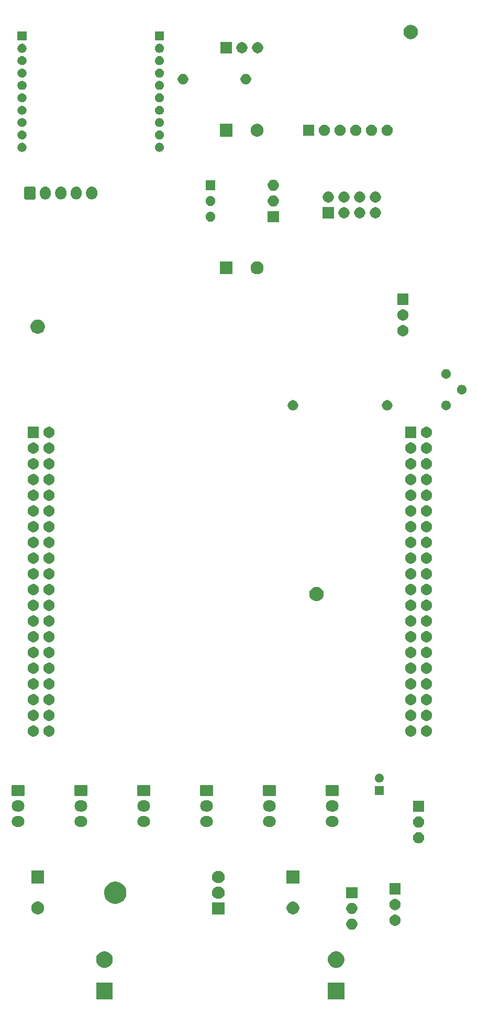
<source format=gbr>
%TF.GenerationSoftware,KiCad,Pcbnew,(5.1.6)-1*%
%TF.CreationDate,2023-02-11T22:10:46+01:00*%
%TF.ProjectId,CapteursVoiture,43617074-6575-4727-9356-6f6974757265,rev?*%
%TF.SameCoordinates,Original*%
%TF.FileFunction,Soldermask,Top*%
%TF.FilePolarity,Negative*%
%FSLAX46Y46*%
G04 Gerber Fmt 4.6, Leading zero omitted, Abs format (unit mm)*
G04 Created by KiCad (PCBNEW (5.1.6)-1) date 2023-02-11 22:10:46*
%MOMM*%
%LPD*%
G01*
G04 APERTURE LIST*
%ADD10C,0.100000*%
G04 APERTURE END LIST*
D10*
G36*
X96600000Y-199470000D02*
G01*
X93900000Y-199470000D01*
X93900000Y-196770000D01*
X96600000Y-196770000D01*
X96600000Y-199470000D01*
G37*
G36*
X59135000Y-199470000D02*
G01*
X56435000Y-199470000D01*
X56435000Y-196770000D01*
X59135000Y-196770000D01*
X59135000Y-199470000D01*
G37*
G36*
X95643779Y-191741879D02*
G01*
X95889463Y-191843645D01*
X95889465Y-191843646D01*
X96000769Y-191918017D01*
X96110574Y-191991386D01*
X96298614Y-192179426D01*
X96446355Y-192400537D01*
X96548121Y-192646221D01*
X96600000Y-192907035D01*
X96600000Y-193172965D01*
X96548121Y-193433779D01*
X96446355Y-193679463D01*
X96446354Y-193679465D01*
X96298613Y-193900575D01*
X96110575Y-194088613D01*
X95889465Y-194236354D01*
X95889464Y-194236355D01*
X95889463Y-194236355D01*
X95643779Y-194338121D01*
X95382965Y-194390000D01*
X95117035Y-194390000D01*
X94856221Y-194338121D01*
X94610537Y-194236355D01*
X94610536Y-194236355D01*
X94610535Y-194236354D01*
X94389425Y-194088613D01*
X94201387Y-193900575D01*
X94053646Y-193679465D01*
X94053645Y-193679463D01*
X93951879Y-193433779D01*
X93900000Y-193172965D01*
X93900000Y-192907035D01*
X93951879Y-192646221D01*
X94053645Y-192400537D01*
X94201386Y-192179426D01*
X94389426Y-191991386D01*
X94499231Y-191918017D01*
X94610535Y-191843646D01*
X94610537Y-191843645D01*
X94856221Y-191741879D01*
X95117035Y-191690000D01*
X95382965Y-191690000D01*
X95643779Y-191741879D01*
G37*
G36*
X58178779Y-191741879D02*
G01*
X58424463Y-191843645D01*
X58424465Y-191843646D01*
X58535769Y-191918017D01*
X58645574Y-191991386D01*
X58833614Y-192179426D01*
X58981355Y-192400537D01*
X59083121Y-192646221D01*
X59135000Y-192907035D01*
X59135000Y-193172965D01*
X59083121Y-193433779D01*
X58981355Y-193679463D01*
X58981354Y-193679465D01*
X58833613Y-193900575D01*
X58645575Y-194088613D01*
X58424465Y-194236354D01*
X58424464Y-194236355D01*
X58424463Y-194236355D01*
X58178779Y-194338121D01*
X57917965Y-194390000D01*
X57652035Y-194390000D01*
X57391221Y-194338121D01*
X57145537Y-194236355D01*
X57145536Y-194236355D01*
X57145535Y-194236354D01*
X56924425Y-194088613D01*
X56736387Y-193900575D01*
X56588646Y-193679465D01*
X56588645Y-193679463D01*
X56486879Y-193433779D01*
X56435000Y-193172965D01*
X56435000Y-192907035D01*
X56486879Y-192646221D01*
X56588645Y-192400537D01*
X56736386Y-192179426D01*
X56924426Y-191991386D01*
X57034231Y-191918017D01*
X57145535Y-191843646D01*
X57145537Y-191843645D01*
X57391221Y-191741879D01*
X57652035Y-191690000D01*
X57917965Y-191690000D01*
X58178779Y-191741879D01*
G37*
G36*
X98052520Y-186459586D02*
G01*
X98216310Y-186527430D01*
X98363717Y-186625924D01*
X98489076Y-186751283D01*
X98587570Y-186898690D01*
X98655414Y-187062480D01*
X98690000Y-187236358D01*
X98690000Y-187413642D01*
X98655414Y-187587520D01*
X98587570Y-187751310D01*
X98489076Y-187898717D01*
X98363717Y-188024076D01*
X98216310Y-188122570D01*
X98216309Y-188122571D01*
X98216308Y-188122571D01*
X98052520Y-188190414D01*
X97878644Y-188225000D01*
X97701356Y-188225000D01*
X97527480Y-188190414D01*
X97363692Y-188122571D01*
X97363691Y-188122571D01*
X97363690Y-188122570D01*
X97216283Y-188024076D01*
X97090924Y-187898717D01*
X96992430Y-187751310D01*
X96924586Y-187587520D01*
X96890000Y-187413642D01*
X96890000Y-187236358D01*
X96924586Y-187062480D01*
X96992430Y-186898690D01*
X97090924Y-186751283D01*
X97216283Y-186625924D01*
X97363690Y-186527430D01*
X97527480Y-186459586D01*
X97701356Y-186425000D01*
X97878644Y-186425000D01*
X98052520Y-186459586D01*
G37*
G36*
X105037520Y-185824586D02*
G01*
X105201310Y-185892430D01*
X105348717Y-185990924D01*
X105474076Y-186116283D01*
X105572570Y-186263690D01*
X105640414Y-186427480D01*
X105675000Y-186601358D01*
X105675000Y-186778642D01*
X105640414Y-186952520D01*
X105572570Y-187116310D01*
X105474076Y-187263717D01*
X105348717Y-187389076D01*
X105201310Y-187487570D01*
X105201309Y-187487571D01*
X105201308Y-187487571D01*
X105037520Y-187555414D01*
X104863644Y-187590000D01*
X104686356Y-187590000D01*
X104512480Y-187555414D01*
X104348692Y-187487571D01*
X104348691Y-187487571D01*
X104348690Y-187487570D01*
X104201283Y-187389076D01*
X104075924Y-187263717D01*
X103977430Y-187116310D01*
X103909586Y-186952520D01*
X103875000Y-186778642D01*
X103875000Y-186601358D01*
X103909586Y-186427480D01*
X103977430Y-186263690D01*
X104075924Y-186116283D01*
X104201283Y-185990924D01*
X104348690Y-185892430D01*
X104512480Y-185824586D01*
X104686356Y-185790000D01*
X104863644Y-185790000D01*
X105037520Y-185824586D01*
G37*
G36*
X77250000Y-185787500D02*
G01*
X75150000Y-185787500D01*
X75150000Y-183782500D01*
X77250000Y-183782500D01*
X77250000Y-185787500D01*
G37*
G36*
X88393687Y-183660027D02*
G01*
X88571274Y-183695350D01*
X88762362Y-183774502D01*
X88934336Y-183889411D01*
X89080589Y-184035664D01*
X89195498Y-184207638D01*
X89274650Y-184398726D01*
X89315000Y-184601584D01*
X89315000Y-184808416D01*
X89274650Y-185011274D01*
X89195498Y-185202362D01*
X89080589Y-185374336D01*
X88934336Y-185520589D01*
X88762362Y-185635498D01*
X88571274Y-185714650D01*
X88393687Y-185749973D01*
X88368417Y-185755000D01*
X88161583Y-185755000D01*
X88136313Y-185749973D01*
X87958726Y-185714650D01*
X87767638Y-185635498D01*
X87595664Y-185520589D01*
X87449411Y-185374336D01*
X87334502Y-185202362D01*
X87255350Y-185011274D01*
X87215000Y-184808416D01*
X87215000Y-184601584D01*
X87255350Y-184398726D01*
X87334502Y-184207638D01*
X87449411Y-184035664D01*
X87595664Y-183889411D01*
X87767638Y-183774502D01*
X87958726Y-183695350D01*
X88136313Y-183660027D01*
X88161583Y-183655000D01*
X88368417Y-183655000D01*
X88393687Y-183660027D01*
G37*
G36*
X47118687Y-183660027D02*
G01*
X47296274Y-183695350D01*
X47487362Y-183774502D01*
X47659336Y-183889411D01*
X47805589Y-184035664D01*
X47920498Y-184207638D01*
X47999650Y-184398726D01*
X48040000Y-184601584D01*
X48040000Y-184808416D01*
X47999650Y-185011274D01*
X47920498Y-185202362D01*
X47805589Y-185374336D01*
X47659336Y-185520589D01*
X47487362Y-185635498D01*
X47296274Y-185714650D01*
X47118687Y-185749973D01*
X47093417Y-185755000D01*
X46886583Y-185755000D01*
X46861313Y-185749973D01*
X46683726Y-185714650D01*
X46492638Y-185635498D01*
X46320664Y-185520589D01*
X46174411Y-185374336D01*
X46059502Y-185202362D01*
X45980350Y-185011274D01*
X45940000Y-184808416D01*
X45940000Y-184601584D01*
X45980350Y-184398726D01*
X46059502Y-184207638D01*
X46174411Y-184035664D01*
X46320664Y-183889411D01*
X46492638Y-183774502D01*
X46683726Y-183695350D01*
X46861313Y-183660027D01*
X46886583Y-183655000D01*
X47093417Y-183655000D01*
X47118687Y-183660027D01*
G37*
G36*
X98052520Y-183919586D02*
G01*
X98216310Y-183987430D01*
X98363717Y-184085924D01*
X98489076Y-184211283D01*
X98587570Y-184358690D01*
X98587571Y-184358692D01*
X98655414Y-184522480D01*
X98690000Y-184696356D01*
X98690000Y-184873644D01*
X98655414Y-185047520D01*
X98591277Y-185202362D01*
X98587570Y-185211310D01*
X98489076Y-185358717D01*
X98363717Y-185484076D01*
X98216310Y-185582570D01*
X98216309Y-185582571D01*
X98216308Y-185582571D01*
X98052520Y-185650414D01*
X97878644Y-185685000D01*
X97701356Y-185685000D01*
X97527480Y-185650414D01*
X97363692Y-185582571D01*
X97363691Y-185582571D01*
X97363690Y-185582570D01*
X97216283Y-185484076D01*
X97090924Y-185358717D01*
X96992430Y-185211310D01*
X96988724Y-185202362D01*
X96924586Y-185047520D01*
X96890000Y-184873644D01*
X96890000Y-184696356D01*
X96924586Y-184522480D01*
X96992429Y-184358692D01*
X96992430Y-184358690D01*
X97090924Y-184211283D01*
X97216283Y-184085924D01*
X97363690Y-183987430D01*
X97527480Y-183919586D01*
X97701356Y-183885000D01*
X97878644Y-183885000D01*
X98052520Y-183919586D01*
G37*
G36*
X105037520Y-183284586D02*
G01*
X105201310Y-183352430D01*
X105348717Y-183450924D01*
X105474076Y-183576283D01*
X105572570Y-183723690D01*
X105572571Y-183723692D01*
X105640414Y-183887480D01*
X105671747Y-184045000D01*
X105675000Y-184061358D01*
X105675000Y-184238642D01*
X105640414Y-184412520D01*
X105572570Y-184576310D01*
X105474076Y-184723717D01*
X105348717Y-184849076D01*
X105201310Y-184947570D01*
X105201309Y-184947571D01*
X105201308Y-184947571D01*
X105037520Y-185015414D01*
X104863644Y-185050000D01*
X104686356Y-185050000D01*
X104512480Y-185015414D01*
X104348692Y-184947571D01*
X104348691Y-184947571D01*
X104348690Y-184947570D01*
X104201283Y-184849076D01*
X104075924Y-184723717D01*
X103977430Y-184576310D01*
X103909586Y-184412520D01*
X103875000Y-184238642D01*
X103875000Y-184061358D01*
X103878254Y-184045000D01*
X103909586Y-183887480D01*
X103977429Y-183723692D01*
X103977430Y-183723690D01*
X104075924Y-183576283D01*
X104201283Y-183450924D01*
X104348690Y-183352430D01*
X104512480Y-183284586D01*
X104686356Y-183250000D01*
X104863644Y-183250000D01*
X105037520Y-183284586D01*
G37*
G36*
X59891163Y-180479587D02*
G01*
X60065041Y-180514173D01*
X60392620Y-180649861D01*
X60687433Y-180846849D01*
X60938151Y-181097567D01*
X61135139Y-181392380D01*
X61270827Y-181719959D01*
X61298584Y-181859504D01*
X61340000Y-182067714D01*
X61340000Y-182422286D01*
X61336173Y-182441524D01*
X61270827Y-182770041D01*
X61135139Y-183097620D01*
X60938151Y-183392433D01*
X60687433Y-183643151D01*
X60392620Y-183840139D01*
X60065041Y-183975827D01*
X59891162Y-184010414D01*
X59717286Y-184045000D01*
X59362714Y-184045000D01*
X59188838Y-184010414D01*
X59014959Y-183975827D01*
X58687380Y-183840139D01*
X58392567Y-183643151D01*
X58141849Y-183392433D01*
X57944861Y-183097620D01*
X57809173Y-182770041D01*
X57743827Y-182441524D01*
X57740000Y-182422286D01*
X57740000Y-182067714D01*
X57781416Y-181859504D01*
X57809173Y-181719959D01*
X57944861Y-181392380D01*
X58141849Y-181097567D01*
X58392567Y-180846849D01*
X58687380Y-180649861D01*
X59014959Y-180514173D01*
X59188837Y-180479587D01*
X59362714Y-180445000D01*
X59717286Y-180445000D01*
X59891163Y-180479587D01*
G37*
G36*
X76444022Y-181257005D02*
G01*
X76632999Y-181314331D01*
X76807153Y-181407418D01*
X76959804Y-181532696D01*
X77085082Y-181685347D01*
X77178169Y-181859501D01*
X77235495Y-182048478D01*
X77254850Y-182245000D01*
X77235495Y-182441522D01*
X77178169Y-182630499D01*
X77085082Y-182804653D01*
X76959804Y-182957304D01*
X76807153Y-183082582D01*
X76632999Y-183175669D01*
X76444022Y-183232995D01*
X76296746Y-183247500D01*
X76103254Y-183247500D01*
X75955978Y-183232995D01*
X75767001Y-183175669D01*
X75592847Y-183082582D01*
X75440196Y-182957304D01*
X75314918Y-182804653D01*
X75221831Y-182630499D01*
X75164505Y-182441522D01*
X75145150Y-182245000D01*
X75164505Y-182048478D01*
X75221831Y-181859501D01*
X75314918Y-181685347D01*
X75440196Y-181532696D01*
X75592847Y-181407418D01*
X75767001Y-181314331D01*
X75955978Y-181257005D01*
X76103254Y-181242500D01*
X76296746Y-181242500D01*
X76444022Y-181257005D01*
G37*
G36*
X98690000Y-183145000D02*
G01*
X96890000Y-183145000D01*
X96890000Y-181345000D01*
X98690000Y-181345000D01*
X98690000Y-183145000D01*
G37*
G36*
X105675000Y-182510000D02*
G01*
X103875000Y-182510000D01*
X103875000Y-180710000D01*
X105675000Y-180710000D01*
X105675000Y-182510000D01*
G37*
G36*
X89315000Y-180755000D02*
G01*
X87215000Y-180755000D01*
X87215000Y-178655000D01*
X89315000Y-178655000D01*
X89315000Y-180755000D01*
G37*
G36*
X48040000Y-180755000D02*
G01*
X45940000Y-180755000D01*
X45940000Y-178655000D01*
X48040000Y-178655000D01*
X48040000Y-180755000D01*
G37*
G36*
X76444022Y-178717005D02*
G01*
X76632999Y-178774331D01*
X76807153Y-178867418D01*
X76959804Y-178992696D01*
X77085082Y-179145347D01*
X77178169Y-179319501D01*
X77235495Y-179508478D01*
X77254850Y-179705000D01*
X77235495Y-179901522D01*
X77178169Y-180090499D01*
X77085082Y-180264653D01*
X76959804Y-180417304D01*
X76807153Y-180542582D01*
X76632999Y-180635669D01*
X76444022Y-180692995D01*
X76296746Y-180707500D01*
X76103254Y-180707500D01*
X75955978Y-180692995D01*
X75767001Y-180635669D01*
X75592847Y-180542582D01*
X75440196Y-180417304D01*
X75314918Y-180264653D01*
X75221831Y-180090499D01*
X75164505Y-179901522D01*
X75145150Y-179705000D01*
X75164505Y-179508478D01*
X75221831Y-179319501D01*
X75314918Y-179145347D01*
X75440196Y-178992696D01*
X75592847Y-178867418D01*
X75767001Y-178774331D01*
X75955978Y-178717005D01*
X76103254Y-178702500D01*
X76296746Y-178702500D01*
X76444022Y-178717005D01*
G37*
G36*
X108847520Y-172489586D02*
G01*
X109011310Y-172557430D01*
X109158717Y-172655924D01*
X109284076Y-172781283D01*
X109382570Y-172928690D01*
X109450414Y-173092480D01*
X109485000Y-173266358D01*
X109485000Y-173443642D01*
X109450414Y-173617520D01*
X109382570Y-173781310D01*
X109284076Y-173928717D01*
X109158717Y-174054076D01*
X109011310Y-174152570D01*
X109011309Y-174152571D01*
X109011308Y-174152571D01*
X108847520Y-174220414D01*
X108673644Y-174255000D01*
X108496356Y-174255000D01*
X108322480Y-174220414D01*
X108158692Y-174152571D01*
X108158691Y-174152571D01*
X108158690Y-174152570D01*
X108011283Y-174054076D01*
X107885924Y-173928717D01*
X107787430Y-173781310D01*
X107719586Y-173617520D01*
X107685000Y-173443642D01*
X107685000Y-173266358D01*
X107719586Y-173092480D01*
X107787430Y-172928690D01*
X107885924Y-172781283D01*
X108011283Y-172655924D01*
X108158690Y-172557430D01*
X108322480Y-172489586D01*
X108496356Y-172455000D01*
X108673644Y-172455000D01*
X108847520Y-172489586D01*
G37*
G36*
X108847520Y-169949586D02*
G01*
X109011310Y-170017430D01*
X109158717Y-170115924D01*
X109284076Y-170241283D01*
X109382570Y-170388690D01*
X109382571Y-170388692D01*
X109450414Y-170552480D01*
X109485000Y-170726356D01*
X109485000Y-170903644D01*
X109483451Y-170911431D01*
X109450414Y-171077520D01*
X109382570Y-171241310D01*
X109284076Y-171388717D01*
X109158717Y-171514076D01*
X109011310Y-171612570D01*
X109011309Y-171612571D01*
X109011308Y-171612571D01*
X108847520Y-171680414D01*
X108673644Y-171715000D01*
X108496356Y-171715000D01*
X108322480Y-171680414D01*
X108158692Y-171612571D01*
X108158691Y-171612571D01*
X108158690Y-171612570D01*
X108011283Y-171514076D01*
X107885924Y-171388717D01*
X107787430Y-171241310D01*
X107719586Y-171077520D01*
X107686549Y-170911431D01*
X107685000Y-170903644D01*
X107685000Y-170726356D01*
X107719586Y-170552480D01*
X107787429Y-170388692D01*
X107787430Y-170388690D01*
X107885924Y-170241283D01*
X108011283Y-170115924D01*
X108158690Y-170017430D01*
X108322480Y-169949586D01*
X108496356Y-169915000D01*
X108673644Y-169915000D01*
X108847520Y-169949586D01*
G37*
G36*
X94916427Y-169848022D02*
G01*
X94916430Y-169848023D01*
X94916431Y-169848023D01*
X95086081Y-169899486D01*
X95086083Y-169899487D01*
X95086086Y-169899488D01*
X95242431Y-169983056D01*
X95379475Y-170095525D01*
X95491944Y-170232569D01*
X95575512Y-170388914D01*
X95626978Y-170558573D01*
X95644354Y-170735000D01*
X95626978Y-170911427D01*
X95575512Y-171081086D01*
X95491944Y-171237431D01*
X95379475Y-171374475D01*
X95242431Y-171486944D01*
X95086086Y-171570512D01*
X95086083Y-171570513D01*
X95086081Y-171570514D01*
X94916431Y-171621977D01*
X94916430Y-171621977D01*
X94916427Y-171621978D01*
X94784211Y-171635000D01*
X94445789Y-171635000D01*
X94313573Y-171621978D01*
X94313570Y-171621977D01*
X94313569Y-171621977D01*
X94143919Y-171570514D01*
X94143917Y-171570513D01*
X94143914Y-171570512D01*
X93987569Y-171486944D01*
X93850525Y-171374475D01*
X93738056Y-171237431D01*
X93654488Y-171081086D01*
X93603022Y-170911427D01*
X93585646Y-170735000D01*
X93603022Y-170558573D01*
X93654488Y-170388914D01*
X93738056Y-170232569D01*
X93850525Y-170095525D01*
X93987569Y-169983056D01*
X94143914Y-169899488D01*
X94143917Y-169899487D01*
X94143919Y-169899486D01*
X94313569Y-169848023D01*
X94313570Y-169848023D01*
X94313573Y-169848022D01*
X94445789Y-169835000D01*
X94784211Y-169835000D01*
X94916427Y-169848022D01*
G37*
G36*
X74596427Y-169848022D02*
G01*
X74596430Y-169848023D01*
X74596431Y-169848023D01*
X74766081Y-169899486D01*
X74766083Y-169899487D01*
X74766086Y-169899488D01*
X74922431Y-169983056D01*
X75059475Y-170095525D01*
X75171944Y-170232569D01*
X75255512Y-170388914D01*
X75306978Y-170558573D01*
X75324354Y-170735000D01*
X75306978Y-170911427D01*
X75255512Y-171081086D01*
X75171944Y-171237431D01*
X75059475Y-171374475D01*
X74922431Y-171486944D01*
X74766086Y-171570512D01*
X74766083Y-171570513D01*
X74766081Y-171570514D01*
X74596431Y-171621977D01*
X74596430Y-171621977D01*
X74596427Y-171621978D01*
X74464211Y-171635000D01*
X74125789Y-171635000D01*
X73993573Y-171621978D01*
X73993570Y-171621977D01*
X73993569Y-171621977D01*
X73823919Y-171570514D01*
X73823917Y-171570513D01*
X73823914Y-171570512D01*
X73667569Y-171486944D01*
X73530525Y-171374475D01*
X73418056Y-171237431D01*
X73334488Y-171081086D01*
X73283022Y-170911427D01*
X73265646Y-170735000D01*
X73283022Y-170558573D01*
X73334488Y-170388914D01*
X73418056Y-170232569D01*
X73530525Y-170095525D01*
X73667569Y-169983056D01*
X73823914Y-169899488D01*
X73823917Y-169899487D01*
X73823919Y-169899486D01*
X73993569Y-169848023D01*
X73993570Y-169848023D01*
X73993573Y-169848022D01*
X74125789Y-169835000D01*
X74464211Y-169835000D01*
X74596427Y-169848022D01*
G37*
G36*
X84756427Y-169848022D02*
G01*
X84756430Y-169848023D01*
X84756431Y-169848023D01*
X84926081Y-169899486D01*
X84926083Y-169899487D01*
X84926086Y-169899488D01*
X85082431Y-169983056D01*
X85219475Y-170095525D01*
X85331944Y-170232569D01*
X85415512Y-170388914D01*
X85466978Y-170558573D01*
X85484354Y-170735000D01*
X85466978Y-170911427D01*
X85415512Y-171081086D01*
X85331944Y-171237431D01*
X85219475Y-171374475D01*
X85082431Y-171486944D01*
X84926086Y-171570512D01*
X84926083Y-171570513D01*
X84926081Y-171570514D01*
X84756431Y-171621977D01*
X84756430Y-171621977D01*
X84756427Y-171621978D01*
X84624211Y-171635000D01*
X84285789Y-171635000D01*
X84153573Y-171621978D01*
X84153570Y-171621977D01*
X84153569Y-171621977D01*
X83983919Y-171570514D01*
X83983917Y-171570513D01*
X83983914Y-171570512D01*
X83827569Y-171486944D01*
X83690525Y-171374475D01*
X83578056Y-171237431D01*
X83494488Y-171081086D01*
X83443022Y-170911427D01*
X83425646Y-170735000D01*
X83443022Y-170558573D01*
X83494488Y-170388914D01*
X83578056Y-170232569D01*
X83690525Y-170095525D01*
X83827569Y-169983056D01*
X83983914Y-169899488D01*
X83983917Y-169899487D01*
X83983919Y-169899486D01*
X84153569Y-169848023D01*
X84153570Y-169848023D01*
X84153573Y-169848022D01*
X84285789Y-169835000D01*
X84624211Y-169835000D01*
X84756427Y-169848022D01*
G37*
G36*
X54276427Y-169848022D02*
G01*
X54276430Y-169848023D01*
X54276431Y-169848023D01*
X54446081Y-169899486D01*
X54446083Y-169899487D01*
X54446086Y-169899488D01*
X54602431Y-169983056D01*
X54739475Y-170095525D01*
X54851944Y-170232569D01*
X54935512Y-170388914D01*
X54986978Y-170558573D01*
X55004354Y-170735000D01*
X54986978Y-170911427D01*
X54935512Y-171081086D01*
X54851944Y-171237431D01*
X54739475Y-171374475D01*
X54602431Y-171486944D01*
X54446086Y-171570512D01*
X54446083Y-171570513D01*
X54446081Y-171570514D01*
X54276431Y-171621977D01*
X54276430Y-171621977D01*
X54276427Y-171621978D01*
X54144211Y-171635000D01*
X53805789Y-171635000D01*
X53673573Y-171621978D01*
X53673570Y-171621977D01*
X53673569Y-171621977D01*
X53503919Y-171570514D01*
X53503917Y-171570513D01*
X53503914Y-171570512D01*
X53347569Y-171486944D01*
X53210525Y-171374475D01*
X53098056Y-171237431D01*
X53014488Y-171081086D01*
X52963022Y-170911427D01*
X52945646Y-170735000D01*
X52963022Y-170558573D01*
X53014488Y-170388914D01*
X53098056Y-170232569D01*
X53210525Y-170095525D01*
X53347569Y-169983056D01*
X53503914Y-169899488D01*
X53503917Y-169899487D01*
X53503919Y-169899486D01*
X53673569Y-169848023D01*
X53673570Y-169848023D01*
X53673573Y-169848022D01*
X53805789Y-169835000D01*
X54144211Y-169835000D01*
X54276427Y-169848022D01*
G37*
G36*
X44116427Y-169848022D02*
G01*
X44116430Y-169848023D01*
X44116431Y-169848023D01*
X44286081Y-169899486D01*
X44286083Y-169899487D01*
X44286086Y-169899488D01*
X44442431Y-169983056D01*
X44579475Y-170095525D01*
X44691944Y-170232569D01*
X44775512Y-170388914D01*
X44826978Y-170558573D01*
X44844354Y-170735000D01*
X44826978Y-170911427D01*
X44775512Y-171081086D01*
X44691944Y-171237431D01*
X44579475Y-171374475D01*
X44442431Y-171486944D01*
X44286086Y-171570512D01*
X44286083Y-171570513D01*
X44286081Y-171570514D01*
X44116431Y-171621977D01*
X44116430Y-171621977D01*
X44116427Y-171621978D01*
X43984211Y-171635000D01*
X43645789Y-171635000D01*
X43513573Y-171621978D01*
X43513570Y-171621977D01*
X43513569Y-171621977D01*
X43343919Y-171570514D01*
X43343917Y-171570513D01*
X43343914Y-171570512D01*
X43187569Y-171486944D01*
X43050525Y-171374475D01*
X42938056Y-171237431D01*
X42854488Y-171081086D01*
X42803022Y-170911427D01*
X42785646Y-170735000D01*
X42803022Y-170558573D01*
X42854488Y-170388914D01*
X42938056Y-170232569D01*
X43050525Y-170095525D01*
X43187569Y-169983056D01*
X43343914Y-169899488D01*
X43343917Y-169899487D01*
X43343919Y-169899486D01*
X43513569Y-169848023D01*
X43513570Y-169848023D01*
X43513573Y-169848022D01*
X43645789Y-169835000D01*
X43984211Y-169835000D01*
X44116427Y-169848022D01*
G37*
G36*
X64436427Y-169848022D02*
G01*
X64436430Y-169848023D01*
X64436431Y-169848023D01*
X64606081Y-169899486D01*
X64606083Y-169899487D01*
X64606086Y-169899488D01*
X64762431Y-169983056D01*
X64899475Y-170095525D01*
X65011944Y-170232569D01*
X65095512Y-170388914D01*
X65146978Y-170558573D01*
X65164354Y-170735000D01*
X65146978Y-170911427D01*
X65095512Y-171081086D01*
X65011944Y-171237431D01*
X64899475Y-171374475D01*
X64762431Y-171486944D01*
X64606086Y-171570512D01*
X64606083Y-171570513D01*
X64606081Y-171570514D01*
X64436431Y-171621977D01*
X64436430Y-171621977D01*
X64436427Y-171621978D01*
X64304211Y-171635000D01*
X63965789Y-171635000D01*
X63833573Y-171621978D01*
X63833570Y-171621977D01*
X63833569Y-171621977D01*
X63663919Y-171570514D01*
X63663917Y-171570513D01*
X63663914Y-171570512D01*
X63507569Y-171486944D01*
X63370525Y-171374475D01*
X63258056Y-171237431D01*
X63174488Y-171081086D01*
X63123022Y-170911427D01*
X63105646Y-170735000D01*
X63123022Y-170558573D01*
X63174488Y-170388914D01*
X63258056Y-170232569D01*
X63370525Y-170095525D01*
X63507569Y-169983056D01*
X63663914Y-169899488D01*
X63663917Y-169899487D01*
X63663919Y-169899486D01*
X63833569Y-169848023D01*
X63833570Y-169848023D01*
X63833573Y-169848022D01*
X63965789Y-169835000D01*
X64304211Y-169835000D01*
X64436427Y-169848022D01*
G37*
G36*
X109485000Y-169175000D02*
G01*
X107685000Y-169175000D01*
X107685000Y-167375000D01*
X109485000Y-167375000D01*
X109485000Y-169175000D01*
G37*
G36*
X44116427Y-167348022D02*
G01*
X44116430Y-167348023D01*
X44116431Y-167348023D01*
X44286081Y-167399486D01*
X44286083Y-167399487D01*
X44286086Y-167399488D01*
X44442431Y-167483056D01*
X44579475Y-167595525D01*
X44691944Y-167732569D01*
X44775512Y-167888914D01*
X44826978Y-168058573D01*
X44844354Y-168235000D01*
X44826978Y-168411427D01*
X44775512Y-168581086D01*
X44691944Y-168737431D01*
X44579475Y-168874475D01*
X44442431Y-168986944D01*
X44286086Y-169070512D01*
X44286083Y-169070513D01*
X44286081Y-169070514D01*
X44116431Y-169121977D01*
X44116430Y-169121977D01*
X44116427Y-169121978D01*
X43984211Y-169135000D01*
X43645789Y-169135000D01*
X43513573Y-169121978D01*
X43513570Y-169121977D01*
X43513569Y-169121977D01*
X43343919Y-169070514D01*
X43343917Y-169070513D01*
X43343914Y-169070512D01*
X43187569Y-168986944D01*
X43050525Y-168874475D01*
X42938056Y-168737431D01*
X42854488Y-168581086D01*
X42803022Y-168411427D01*
X42785646Y-168235000D01*
X42803022Y-168058573D01*
X42854488Y-167888914D01*
X42938056Y-167732569D01*
X43050525Y-167595525D01*
X43187569Y-167483056D01*
X43343914Y-167399488D01*
X43343917Y-167399487D01*
X43343919Y-167399486D01*
X43513569Y-167348023D01*
X43513570Y-167348023D01*
X43513573Y-167348022D01*
X43645789Y-167335000D01*
X43984211Y-167335000D01*
X44116427Y-167348022D01*
G37*
G36*
X54276427Y-167348022D02*
G01*
X54276430Y-167348023D01*
X54276431Y-167348023D01*
X54446081Y-167399486D01*
X54446083Y-167399487D01*
X54446086Y-167399488D01*
X54602431Y-167483056D01*
X54739475Y-167595525D01*
X54851944Y-167732569D01*
X54935512Y-167888914D01*
X54986978Y-168058573D01*
X55004354Y-168235000D01*
X54986978Y-168411427D01*
X54935512Y-168581086D01*
X54851944Y-168737431D01*
X54739475Y-168874475D01*
X54602431Y-168986944D01*
X54446086Y-169070512D01*
X54446083Y-169070513D01*
X54446081Y-169070514D01*
X54276431Y-169121977D01*
X54276430Y-169121977D01*
X54276427Y-169121978D01*
X54144211Y-169135000D01*
X53805789Y-169135000D01*
X53673573Y-169121978D01*
X53673570Y-169121977D01*
X53673569Y-169121977D01*
X53503919Y-169070514D01*
X53503917Y-169070513D01*
X53503914Y-169070512D01*
X53347569Y-168986944D01*
X53210525Y-168874475D01*
X53098056Y-168737431D01*
X53014488Y-168581086D01*
X52963022Y-168411427D01*
X52945646Y-168235000D01*
X52963022Y-168058573D01*
X53014488Y-167888914D01*
X53098056Y-167732569D01*
X53210525Y-167595525D01*
X53347569Y-167483056D01*
X53503914Y-167399488D01*
X53503917Y-167399487D01*
X53503919Y-167399486D01*
X53673569Y-167348023D01*
X53673570Y-167348023D01*
X53673573Y-167348022D01*
X53805789Y-167335000D01*
X54144211Y-167335000D01*
X54276427Y-167348022D01*
G37*
G36*
X94916427Y-167348022D02*
G01*
X94916430Y-167348023D01*
X94916431Y-167348023D01*
X95086081Y-167399486D01*
X95086083Y-167399487D01*
X95086086Y-167399488D01*
X95242431Y-167483056D01*
X95379475Y-167595525D01*
X95491944Y-167732569D01*
X95575512Y-167888914D01*
X95626978Y-168058573D01*
X95644354Y-168235000D01*
X95626978Y-168411427D01*
X95575512Y-168581086D01*
X95491944Y-168737431D01*
X95379475Y-168874475D01*
X95242431Y-168986944D01*
X95086086Y-169070512D01*
X95086083Y-169070513D01*
X95086081Y-169070514D01*
X94916431Y-169121977D01*
X94916430Y-169121977D01*
X94916427Y-169121978D01*
X94784211Y-169135000D01*
X94445789Y-169135000D01*
X94313573Y-169121978D01*
X94313570Y-169121977D01*
X94313569Y-169121977D01*
X94143919Y-169070514D01*
X94143917Y-169070513D01*
X94143914Y-169070512D01*
X93987569Y-168986944D01*
X93850525Y-168874475D01*
X93738056Y-168737431D01*
X93654488Y-168581086D01*
X93603022Y-168411427D01*
X93585646Y-168235000D01*
X93603022Y-168058573D01*
X93654488Y-167888914D01*
X93738056Y-167732569D01*
X93850525Y-167595525D01*
X93987569Y-167483056D01*
X94143914Y-167399488D01*
X94143917Y-167399487D01*
X94143919Y-167399486D01*
X94313569Y-167348023D01*
X94313570Y-167348023D01*
X94313573Y-167348022D01*
X94445789Y-167335000D01*
X94784211Y-167335000D01*
X94916427Y-167348022D01*
G37*
G36*
X84756427Y-167348022D02*
G01*
X84756430Y-167348023D01*
X84756431Y-167348023D01*
X84926081Y-167399486D01*
X84926083Y-167399487D01*
X84926086Y-167399488D01*
X85082431Y-167483056D01*
X85219475Y-167595525D01*
X85331944Y-167732569D01*
X85415512Y-167888914D01*
X85466978Y-168058573D01*
X85484354Y-168235000D01*
X85466978Y-168411427D01*
X85415512Y-168581086D01*
X85331944Y-168737431D01*
X85219475Y-168874475D01*
X85082431Y-168986944D01*
X84926086Y-169070512D01*
X84926083Y-169070513D01*
X84926081Y-169070514D01*
X84756431Y-169121977D01*
X84756430Y-169121977D01*
X84756427Y-169121978D01*
X84624211Y-169135000D01*
X84285789Y-169135000D01*
X84153573Y-169121978D01*
X84153570Y-169121977D01*
X84153569Y-169121977D01*
X83983919Y-169070514D01*
X83983917Y-169070513D01*
X83983914Y-169070512D01*
X83827569Y-168986944D01*
X83690525Y-168874475D01*
X83578056Y-168737431D01*
X83494488Y-168581086D01*
X83443022Y-168411427D01*
X83425646Y-168235000D01*
X83443022Y-168058573D01*
X83494488Y-167888914D01*
X83578056Y-167732569D01*
X83690525Y-167595525D01*
X83827569Y-167483056D01*
X83983914Y-167399488D01*
X83983917Y-167399487D01*
X83983919Y-167399486D01*
X84153569Y-167348023D01*
X84153570Y-167348023D01*
X84153573Y-167348022D01*
X84285789Y-167335000D01*
X84624211Y-167335000D01*
X84756427Y-167348022D01*
G37*
G36*
X64436427Y-167348022D02*
G01*
X64436430Y-167348023D01*
X64436431Y-167348023D01*
X64606081Y-167399486D01*
X64606083Y-167399487D01*
X64606086Y-167399488D01*
X64762431Y-167483056D01*
X64899475Y-167595525D01*
X65011944Y-167732569D01*
X65095512Y-167888914D01*
X65146978Y-168058573D01*
X65164354Y-168235000D01*
X65146978Y-168411427D01*
X65095512Y-168581086D01*
X65011944Y-168737431D01*
X64899475Y-168874475D01*
X64762431Y-168986944D01*
X64606086Y-169070512D01*
X64606083Y-169070513D01*
X64606081Y-169070514D01*
X64436431Y-169121977D01*
X64436430Y-169121977D01*
X64436427Y-169121978D01*
X64304211Y-169135000D01*
X63965789Y-169135000D01*
X63833573Y-169121978D01*
X63833570Y-169121977D01*
X63833569Y-169121977D01*
X63663919Y-169070514D01*
X63663917Y-169070513D01*
X63663914Y-169070512D01*
X63507569Y-168986944D01*
X63370525Y-168874475D01*
X63258056Y-168737431D01*
X63174488Y-168581086D01*
X63123022Y-168411427D01*
X63105646Y-168235000D01*
X63123022Y-168058573D01*
X63174488Y-167888914D01*
X63258056Y-167732569D01*
X63370525Y-167595525D01*
X63507569Y-167483056D01*
X63663914Y-167399488D01*
X63663917Y-167399487D01*
X63663919Y-167399486D01*
X63833569Y-167348023D01*
X63833570Y-167348023D01*
X63833573Y-167348022D01*
X63965789Y-167335000D01*
X64304211Y-167335000D01*
X64436427Y-167348022D01*
G37*
G36*
X74596427Y-167348022D02*
G01*
X74596430Y-167348023D01*
X74596431Y-167348023D01*
X74766081Y-167399486D01*
X74766083Y-167399487D01*
X74766086Y-167399488D01*
X74922431Y-167483056D01*
X75059475Y-167595525D01*
X75171944Y-167732569D01*
X75255512Y-167888914D01*
X75306978Y-168058573D01*
X75324354Y-168235000D01*
X75306978Y-168411427D01*
X75255512Y-168581086D01*
X75171944Y-168737431D01*
X75059475Y-168874475D01*
X74922431Y-168986944D01*
X74766086Y-169070512D01*
X74766083Y-169070513D01*
X74766081Y-169070514D01*
X74596431Y-169121977D01*
X74596430Y-169121977D01*
X74596427Y-169121978D01*
X74464211Y-169135000D01*
X74125789Y-169135000D01*
X73993573Y-169121978D01*
X73993570Y-169121977D01*
X73993569Y-169121977D01*
X73823919Y-169070514D01*
X73823917Y-169070513D01*
X73823914Y-169070512D01*
X73667569Y-168986944D01*
X73530525Y-168874475D01*
X73418056Y-168737431D01*
X73334488Y-168581086D01*
X73283022Y-168411427D01*
X73265646Y-168235000D01*
X73283022Y-168058573D01*
X73334488Y-167888914D01*
X73418056Y-167732569D01*
X73530525Y-167595525D01*
X73667569Y-167483056D01*
X73823914Y-167399488D01*
X73823917Y-167399487D01*
X73823919Y-167399486D01*
X73993569Y-167348023D01*
X73993570Y-167348023D01*
X73993573Y-167348022D01*
X74125789Y-167335000D01*
X74464211Y-167335000D01*
X74596427Y-167348022D01*
G37*
G36*
X54857839Y-164838984D02*
G01*
X54890830Y-164848992D01*
X54921233Y-164865243D01*
X54947884Y-164887116D01*
X54969757Y-164913767D01*
X54986008Y-164944170D01*
X54996016Y-164977161D01*
X55000000Y-165017612D01*
X55000000Y-166452388D01*
X54996016Y-166492839D01*
X54986008Y-166525830D01*
X54969757Y-166556233D01*
X54947884Y-166582884D01*
X54921233Y-166604757D01*
X54890830Y-166621008D01*
X54857839Y-166631016D01*
X54817388Y-166635000D01*
X53132612Y-166635000D01*
X53092161Y-166631016D01*
X53059170Y-166621008D01*
X53028767Y-166604757D01*
X53002116Y-166582884D01*
X52980243Y-166556233D01*
X52963992Y-166525830D01*
X52953984Y-166492839D01*
X52950000Y-166452388D01*
X52950000Y-165017612D01*
X52953984Y-164977161D01*
X52963992Y-164944170D01*
X52980243Y-164913767D01*
X53002116Y-164887116D01*
X53028767Y-164865243D01*
X53059170Y-164848992D01*
X53092161Y-164838984D01*
X53132612Y-164835000D01*
X54817388Y-164835000D01*
X54857839Y-164838984D01*
G37*
G36*
X65017839Y-164838984D02*
G01*
X65050830Y-164848992D01*
X65081233Y-164865243D01*
X65107884Y-164887116D01*
X65129757Y-164913767D01*
X65146008Y-164944170D01*
X65156016Y-164977161D01*
X65160000Y-165017612D01*
X65160000Y-166452388D01*
X65156016Y-166492839D01*
X65146008Y-166525830D01*
X65129757Y-166556233D01*
X65107884Y-166582884D01*
X65081233Y-166604757D01*
X65050830Y-166621008D01*
X65017839Y-166631016D01*
X64977388Y-166635000D01*
X63292612Y-166635000D01*
X63252161Y-166631016D01*
X63219170Y-166621008D01*
X63188767Y-166604757D01*
X63162116Y-166582884D01*
X63140243Y-166556233D01*
X63123992Y-166525830D01*
X63113984Y-166492839D01*
X63110000Y-166452388D01*
X63110000Y-165017612D01*
X63113984Y-164977161D01*
X63123992Y-164944170D01*
X63140243Y-164913767D01*
X63162116Y-164887116D01*
X63188767Y-164865243D01*
X63219170Y-164848992D01*
X63252161Y-164838984D01*
X63292612Y-164835000D01*
X64977388Y-164835000D01*
X65017839Y-164838984D01*
G37*
G36*
X75177839Y-164838984D02*
G01*
X75210830Y-164848992D01*
X75241233Y-164865243D01*
X75267884Y-164887116D01*
X75289757Y-164913767D01*
X75306008Y-164944170D01*
X75316016Y-164977161D01*
X75320000Y-165017612D01*
X75320000Y-166452388D01*
X75316016Y-166492839D01*
X75306008Y-166525830D01*
X75289757Y-166556233D01*
X75267884Y-166582884D01*
X75241233Y-166604757D01*
X75210830Y-166621008D01*
X75177839Y-166631016D01*
X75137388Y-166635000D01*
X73452612Y-166635000D01*
X73412161Y-166631016D01*
X73379170Y-166621008D01*
X73348767Y-166604757D01*
X73322116Y-166582884D01*
X73300243Y-166556233D01*
X73283992Y-166525830D01*
X73273984Y-166492839D01*
X73270000Y-166452388D01*
X73270000Y-165017612D01*
X73273984Y-164977161D01*
X73283992Y-164944170D01*
X73300243Y-164913767D01*
X73322116Y-164887116D01*
X73348767Y-164865243D01*
X73379170Y-164848992D01*
X73412161Y-164838984D01*
X73452612Y-164835000D01*
X75137388Y-164835000D01*
X75177839Y-164838984D01*
G37*
G36*
X85337839Y-164838984D02*
G01*
X85370830Y-164848992D01*
X85401233Y-164865243D01*
X85427884Y-164887116D01*
X85449757Y-164913767D01*
X85466008Y-164944170D01*
X85476016Y-164977161D01*
X85480000Y-165017612D01*
X85480000Y-166452388D01*
X85476016Y-166492839D01*
X85466008Y-166525830D01*
X85449757Y-166556233D01*
X85427884Y-166582884D01*
X85401233Y-166604757D01*
X85370830Y-166621008D01*
X85337839Y-166631016D01*
X85297388Y-166635000D01*
X83612612Y-166635000D01*
X83572161Y-166631016D01*
X83539170Y-166621008D01*
X83508767Y-166604757D01*
X83482116Y-166582884D01*
X83460243Y-166556233D01*
X83443992Y-166525830D01*
X83433984Y-166492839D01*
X83430000Y-166452388D01*
X83430000Y-165017612D01*
X83433984Y-164977161D01*
X83443992Y-164944170D01*
X83460243Y-164913767D01*
X83482116Y-164887116D01*
X83508767Y-164865243D01*
X83539170Y-164848992D01*
X83572161Y-164838984D01*
X83612612Y-164835000D01*
X85297388Y-164835000D01*
X85337839Y-164838984D01*
G37*
G36*
X95497839Y-164838984D02*
G01*
X95530830Y-164848992D01*
X95561233Y-164865243D01*
X95587884Y-164887116D01*
X95609757Y-164913767D01*
X95626008Y-164944170D01*
X95636016Y-164977161D01*
X95640000Y-165017612D01*
X95640000Y-166452388D01*
X95636016Y-166492839D01*
X95626008Y-166525830D01*
X95609757Y-166556233D01*
X95587884Y-166582884D01*
X95561233Y-166604757D01*
X95530830Y-166621008D01*
X95497839Y-166631016D01*
X95457388Y-166635000D01*
X93772612Y-166635000D01*
X93732161Y-166631016D01*
X93699170Y-166621008D01*
X93668767Y-166604757D01*
X93642116Y-166582884D01*
X93620243Y-166556233D01*
X93603992Y-166525830D01*
X93593984Y-166492839D01*
X93590000Y-166452388D01*
X93590000Y-165017612D01*
X93593984Y-164977161D01*
X93603992Y-164944170D01*
X93620243Y-164913767D01*
X93642116Y-164887116D01*
X93668767Y-164865243D01*
X93699170Y-164848992D01*
X93732161Y-164838984D01*
X93772612Y-164835000D01*
X95457388Y-164835000D01*
X95497839Y-164838984D01*
G37*
G36*
X44697839Y-164838984D02*
G01*
X44730830Y-164848992D01*
X44761233Y-164865243D01*
X44787884Y-164887116D01*
X44809757Y-164913767D01*
X44826008Y-164944170D01*
X44836016Y-164977161D01*
X44840000Y-165017612D01*
X44840000Y-166452388D01*
X44836016Y-166492839D01*
X44826008Y-166525830D01*
X44809757Y-166556233D01*
X44787884Y-166582884D01*
X44761233Y-166604757D01*
X44730830Y-166621008D01*
X44697839Y-166631016D01*
X44657388Y-166635000D01*
X42972612Y-166635000D01*
X42932161Y-166631016D01*
X42899170Y-166621008D01*
X42868767Y-166604757D01*
X42842116Y-166582884D01*
X42820243Y-166556233D01*
X42803992Y-166525830D01*
X42793984Y-166492839D01*
X42790000Y-166452388D01*
X42790000Y-165017612D01*
X42793984Y-164977161D01*
X42803992Y-164944170D01*
X42820243Y-164913767D01*
X42842116Y-164887116D01*
X42868767Y-164865243D01*
X42899170Y-164848992D01*
X42932161Y-164838984D01*
X42972612Y-164835000D01*
X44657388Y-164835000D01*
X44697839Y-164838984D01*
G37*
G36*
X102960000Y-166460000D02*
G01*
X101510000Y-166460000D01*
X101510000Y-165010000D01*
X102960000Y-165010000D01*
X102960000Y-166460000D01*
G37*
G36*
X102446475Y-163037861D02*
G01*
X102578416Y-163092512D01*
X102697160Y-163171855D01*
X102798145Y-163272840D01*
X102877488Y-163391584D01*
X102932139Y-163523525D01*
X102960000Y-163663592D01*
X102960000Y-163806408D01*
X102932139Y-163946475D01*
X102877488Y-164078416D01*
X102798145Y-164197160D01*
X102697160Y-164298145D01*
X102578416Y-164377488D01*
X102446475Y-164432139D01*
X102306408Y-164460000D01*
X102163592Y-164460000D01*
X102023525Y-164432139D01*
X101891584Y-164377488D01*
X101772840Y-164298145D01*
X101671855Y-164197160D01*
X101592512Y-164078416D01*
X101537861Y-163946475D01*
X101510000Y-163806408D01*
X101510000Y-163663592D01*
X101537861Y-163523525D01*
X101592512Y-163391584D01*
X101671855Y-163272840D01*
X101772840Y-163171855D01*
X101891584Y-163092512D01*
X102023525Y-163037861D01*
X102163592Y-163010000D01*
X102306408Y-163010000D01*
X102446475Y-163037861D01*
G37*
G36*
X110117520Y-155264587D02*
G01*
X110281310Y-155332431D01*
X110428717Y-155430925D01*
X110554076Y-155556284D01*
X110652570Y-155703691D01*
X110720414Y-155867481D01*
X110755000Y-156041359D01*
X110755000Y-156218643D01*
X110720414Y-156392521D01*
X110652570Y-156556311D01*
X110554076Y-156703718D01*
X110428717Y-156829077D01*
X110281310Y-156927571D01*
X110281309Y-156927572D01*
X110281308Y-156927572D01*
X110117520Y-156995415D01*
X109943644Y-157030001D01*
X109766356Y-157030001D01*
X109592480Y-156995415D01*
X109428692Y-156927572D01*
X109428691Y-156927572D01*
X109428690Y-156927571D01*
X109281283Y-156829077D01*
X109155924Y-156703718D01*
X109057430Y-156556311D01*
X108989586Y-156392521D01*
X108955000Y-156218643D01*
X108955000Y-156041359D01*
X108989586Y-155867481D01*
X109057430Y-155703691D01*
X109155924Y-155556284D01*
X109281283Y-155430925D01*
X109428690Y-155332431D01*
X109592480Y-155264587D01*
X109766356Y-155230001D01*
X109943644Y-155230001D01*
X110117520Y-155264587D01*
G37*
G36*
X107577520Y-155264587D02*
G01*
X107741310Y-155332431D01*
X107888717Y-155430925D01*
X108014076Y-155556284D01*
X108112570Y-155703691D01*
X108180414Y-155867481D01*
X108215000Y-156041359D01*
X108215000Y-156218643D01*
X108180414Y-156392521D01*
X108112570Y-156556311D01*
X108014076Y-156703718D01*
X107888717Y-156829077D01*
X107741310Y-156927571D01*
X107741309Y-156927572D01*
X107741308Y-156927572D01*
X107577520Y-156995415D01*
X107403644Y-157030001D01*
X107226356Y-157030001D01*
X107052480Y-156995415D01*
X106888692Y-156927572D01*
X106888691Y-156927572D01*
X106888690Y-156927571D01*
X106741283Y-156829077D01*
X106615924Y-156703718D01*
X106517430Y-156556311D01*
X106449586Y-156392521D01*
X106415000Y-156218643D01*
X106415000Y-156041359D01*
X106449586Y-155867481D01*
X106517430Y-155703691D01*
X106615924Y-155556284D01*
X106741283Y-155430925D01*
X106888690Y-155332431D01*
X107052480Y-155264587D01*
X107226356Y-155230001D01*
X107403644Y-155230001D01*
X107577520Y-155264587D01*
G37*
G36*
X46537521Y-155264587D02*
G01*
X46701311Y-155332431D01*
X46848718Y-155430925D01*
X46974077Y-155556284D01*
X47072571Y-155703691D01*
X47140415Y-155867481D01*
X47175001Y-156041359D01*
X47175001Y-156218643D01*
X47140415Y-156392521D01*
X47072571Y-156556311D01*
X46974077Y-156703718D01*
X46848718Y-156829077D01*
X46701311Y-156927571D01*
X46701310Y-156927572D01*
X46701309Y-156927572D01*
X46537521Y-156995415D01*
X46363645Y-157030001D01*
X46186357Y-157030001D01*
X46012481Y-156995415D01*
X45848693Y-156927572D01*
X45848692Y-156927572D01*
X45848691Y-156927571D01*
X45701284Y-156829077D01*
X45575925Y-156703718D01*
X45477431Y-156556311D01*
X45409587Y-156392521D01*
X45375001Y-156218643D01*
X45375001Y-156041359D01*
X45409587Y-155867481D01*
X45477431Y-155703691D01*
X45575925Y-155556284D01*
X45701284Y-155430925D01*
X45848691Y-155332431D01*
X46012481Y-155264587D01*
X46186357Y-155230001D01*
X46363645Y-155230001D01*
X46537521Y-155264587D01*
G37*
G36*
X49077521Y-155264587D02*
G01*
X49241311Y-155332431D01*
X49388718Y-155430925D01*
X49514077Y-155556284D01*
X49612571Y-155703691D01*
X49680415Y-155867481D01*
X49715001Y-156041359D01*
X49715001Y-156218643D01*
X49680415Y-156392521D01*
X49612571Y-156556311D01*
X49514077Y-156703718D01*
X49388718Y-156829077D01*
X49241311Y-156927571D01*
X49241310Y-156927572D01*
X49241309Y-156927572D01*
X49077521Y-156995415D01*
X48903645Y-157030001D01*
X48726357Y-157030001D01*
X48552481Y-156995415D01*
X48388693Y-156927572D01*
X48388692Y-156927572D01*
X48388691Y-156927571D01*
X48241284Y-156829077D01*
X48115925Y-156703718D01*
X48017431Y-156556311D01*
X47949587Y-156392521D01*
X47915001Y-156218643D01*
X47915001Y-156041359D01*
X47949587Y-155867481D01*
X48017431Y-155703691D01*
X48115925Y-155556284D01*
X48241284Y-155430925D01*
X48388691Y-155332431D01*
X48552481Y-155264587D01*
X48726357Y-155230001D01*
X48903645Y-155230001D01*
X49077521Y-155264587D01*
G37*
G36*
X49077521Y-152724587D02*
G01*
X49241311Y-152792431D01*
X49388718Y-152890925D01*
X49514077Y-153016284D01*
X49612571Y-153163691D01*
X49680415Y-153327481D01*
X49715001Y-153501359D01*
X49715001Y-153678643D01*
X49680415Y-153852521D01*
X49612571Y-154016311D01*
X49514077Y-154163718D01*
X49388718Y-154289077D01*
X49241311Y-154387571D01*
X49241310Y-154387572D01*
X49241309Y-154387572D01*
X49077521Y-154455415D01*
X48903645Y-154490001D01*
X48726357Y-154490001D01*
X48552481Y-154455415D01*
X48388693Y-154387572D01*
X48388692Y-154387572D01*
X48388691Y-154387571D01*
X48241284Y-154289077D01*
X48115925Y-154163718D01*
X48017431Y-154016311D01*
X47949587Y-153852521D01*
X47915001Y-153678643D01*
X47915001Y-153501359D01*
X47949587Y-153327481D01*
X48017431Y-153163691D01*
X48115925Y-153016284D01*
X48241284Y-152890925D01*
X48388691Y-152792431D01*
X48552481Y-152724587D01*
X48726357Y-152690001D01*
X48903645Y-152690001D01*
X49077521Y-152724587D01*
G37*
G36*
X110117520Y-152724587D02*
G01*
X110281310Y-152792431D01*
X110428717Y-152890925D01*
X110554076Y-153016284D01*
X110652570Y-153163691D01*
X110720414Y-153327481D01*
X110755000Y-153501359D01*
X110755000Y-153678643D01*
X110720414Y-153852521D01*
X110652570Y-154016311D01*
X110554076Y-154163718D01*
X110428717Y-154289077D01*
X110281310Y-154387571D01*
X110281309Y-154387572D01*
X110281308Y-154387572D01*
X110117520Y-154455415D01*
X109943644Y-154490001D01*
X109766356Y-154490001D01*
X109592480Y-154455415D01*
X109428692Y-154387572D01*
X109428691Y-154387572D01*
X109428690Y-154387571D01*
X109281283Y-154289077D01*
X109155924Y-154163718D01*
X109057430Y-154016311D01*
X108989586Y-153852521D01*
X108955000Y-153678643D01*
X108955000Y-153501359D01*
X108989586Y-153327481D01*
X109057430Y-153163691D01*
X109155924Y-153016284D01*
X109281283Y-152890925D01*
X109428690Y-152792431D01*
X109592480Y-152724587D01*
X109766356Y-152690001D01*
X109943644Y-152690001D01*
X110117520Y-152724587D01*
G37*
G36*
X46537521Y-152724587D02*
G01*
X46701311Y-152792431D01*
X46848718Y-152890925D01*
X46974077Y-153016284D01*
X47072571Y-153163691D01*
X47140415Y-153327481D01*
X47175001Y-153501359D01*
X47175001Y-153678643D01*
X47140415Y-153852521D01*
X47072571Y-154016311D01*
X46974077Y-154163718D01*
X46848718Y-154289077D01*
X46701311Y-154387571D01*
X46701310Y-154387572D01*
X46701309Y-154387572D01*
X46537521Y-154455415D01*
X46363645Y-154490001D01*
X46186357Y-154490001D01*
X46012481Y-154455415D01*
X45848693Y-154387572D01*
X45848692Y-154387572D01*
X45848691Y-154387571D01*
X45701284Y-154289077D01*
X45575925Y-154163718D01*
X45477431Y-154016311D01*
X45409587Y-153852521D01*
X45375001Y-153678643D01*
X45375001Y-153501359D01*
X45409587Y-153327481D01*
X45477431Y-153163691D01*
X45575925Y-153016284D01*
X45701284Y-152890925D01*
X45848691Y-152792431D01*
X46012481Y-152724587D01*
X46186357Y-152690001D01*
X46363645Y-152690001D01*
X46537521Y-152724587D01*
G37*
G36*
X107577520Y-152724587D02*
G01*
X107741310Y-152792431D01*
X107888717Y-152890925D01*
X108014076Y-153016284D01*
X108112570Y-153163691D01*
X108180414Y-153327481D01*
X108215000Y-153501359D01*
X108215000Y-153678643D01*
X108180414Y-153852521D01*
X108112570Y-154016311D01*
X108014076Y-154163718D01*
X107888717Y-154289077D01*
X107741310Y-154387571D01*
X107741309Y-154387572D01*
X107741308Y-154387572D01*
X107577520Y-154455415D01*
X107403644Y-154490001D01*
X107226356Y-154490001D01*
X107052480Y-154455415D01*
X106888692Y-154387572D01*
X106888691Y-154387572D01*
X106888690Y-154387571D01*
X106741283Y-154289077D01*
X106615924Y-154163718D01*
X106517430Y-154016311D01*
X106449586Y-153852521D01*
X106415000Y-153678643D01*
X106415000Y-153501359D01*
X106449586Y-153327481D01*
X106517430Y-153163691D01*
X106615924Y-153016284D01*
X106741283Y-152890925D01*
X106888690Y-152792431D01*
X107052480Y-152724587D01*
X107226356Y-152690001D01*
X107403644Y-152690001D01*
X107577520Y-152724587D01*
G37*
G36*
X46537521Y-150184587D02*
G01*
X46701311Y-150252431D01*
X46848718Y-150350925D01*
X46974077Y-150476284D01*
X47072571Y-150623691D01*
X47140415Y-150787481D01*
X47175001Y-150961359D01*
X47175001Y-151138643D01*
X47140415Y-151312521D01*
X47072571Y-151476311D01*
X46974077Y-151623718D01*
X46848718Y-151749077D01*
X46701311Y-151847571D01*
X46701310Y-151847572D01*
X46701309Y-151847572D01*
X46537521Y-151915415D01*
X46363645Y-151950001D01*
X46186357Y-151950001D01*
X46012481Y-151915415D01*
X45848693Y-151847572D01*
X45848692Y-151847572D01*
X45848691Y-151847571D01*
X45701284Y-151749077D01*
X45575925Y-151623718D01*
X45477431Y-151476311D01*
X45409587Y-151312521D01*
X45375001Y-151138643D01*
X45375001Y-150961359D01*
X45409587Y-150787481D01*
X45477431Y-150623691D01*
X45575925Y-150476284D01*
X45701284Y-150350925D01*
X45848691Y-150252431D01*
X46012481Y-150184587D01*
X46186357Y-150150001D01*
X46363645Y-150150001D01*
X46537521Y-150184587D01*
G37*
G36*
X49077521Y-150184587D02*
G01*
X49241311Y-150252431D01*
X49388718Y-150350925D01*
X49514077Y-150476284D01*
X49612571Y-150623691D01*
X49680415Y-150787481D01*
X49715001Y-150961359D01*
X49715001Y-151138643D01*
X49680415Y-151312521D01*
X49612571Y-151476311D01*
X49514077Y-151623718D01*
X49388718Y-151749077D01*
X49241311Y-151847571D01*
X49241310Y-151847572D01*
X49241309Y-151847572D01*
X49077521Y-151915415D01*
X48903645Y-151950001D01*
X48726357Y-151950001D01*
X48552481Y-151915415D01*
X48388693Y-151847572D01*
X48388692Y-151847572D01*
X48388691Y-151847571D01*
X48241284Y-151749077D01*
X48115925Y-151623718D01*
X48017431Y-151476311D01*
X47949587Y-151312521D01*
X47915001Y-151138643D01*
X47915001Y-150961359D01*
X47949587Y-150787481D01*
X48017431Y-150623691D01*
X48115925Y-150476284D01*
X48241284Y-150350925D01*
X48388691Y-150252431D01*
X48552481Y-150184587D01*
X48726357Y-150150001D01*
X48903645Y-150150001D01*
X49077521Y-150184587D01*
G37*
G36*
X107577520Y-150184587D02*
G01*
X107741310Y-150252431D01*
X107888717Y-150350925D01*
X108014076Y-150476284D01*
X108112570Y-150623691D01*
X108180414Y-150787481D01*
X108215000Y-150961359D01*
X108215000Y-151138643D01*
X108180414Y-151312521D01*
X108112570Y-151476311D01*
X108014076Y-151623718D01*
X107888717Y-151749077D01*
X107741310Y-151847571D01*
X107741309Y-151847572D01*
X107741308Y-151847572D01*
X107577520Y-151915415D01*
X107403644Y-151950001D01*
X107226356Y-151950001D01*
X107052480Y-151915415D01*
X106888692Y-151847572D01*
X106888691Y-151847572D01*
X106888690Y-151847571D01*
X106741283Y-151749077D01*
X106615924Y-151623718D01*
X106517430Y-151476311D01*
X106449586Y-151312521D01*
X106415000Y-151138643D01*
X106415000Y-150961359D01*
X106449586Y-150787481D01*
X106517430Y-150623691D01*
X106615924Y-150476284D01*
X106741283Y-150350925D01*
X106888690Y-150252431D01*
X107052480Y-150184587D01*
X107226356Y-150150001D01*
X107403644Y-150150001D01*
X107577520Y-150184587D01*
G37*
G36*
X110117520Y-150184587D02*
G01*
X110281310Y-150252431D01*
X110428717Y-150350925D01*
X110554076Y-150476284D01*
X110652570Y-150623691D01*
X110720414Y-150787481D01*
X110755000Y-150961359D01*
X110755000Y-151138643D01*
X110720414Y-151312521D01*
X110652570Y-151476311D01*
X110554076Y-151623718D01*
X110428717Y-151749077D01*
X110281310Y-151847571D01*
X110281309Y-151847572D01*
X110281308Y-151847572D01*
X110117520Y-151915415D01*
X109943644Y-151950001D01*
X109766356Y-151950001D01*
X109592480Y-151915415D01*
X109428692Y-151847572D01*
X109428691Y-151847572D01*
X109428690Y-151847571D01*
X109281283Y-151749077D01*
X109155924Y-151623718D01*
X109057430Y-151476311D01*
X108989586Y-151312521D01*
X108955000Y-151138643D01*
X108955000Y-150961359D01*
X108989586Y-150787481D01*
X109057430Y-150623691D01*
X109155924Y-150476284D01*
X109281283Y-150350925D01*
X109428690Y-150252431D01*
X109592480Y-150184587D01*
X109766356Y-150150001D01*
X109943644Y-150150001D01*
X110117520Y-150184587D01*
G37*
G36*
X49077521Y-147644587D02*
G01*
X49241311Y-147712431D01*
X49388718Y-147810925D01*
X49514077Y-147936284D01*
X49612571Y-148083691D01*
X49680415Y-148247481D01*
X49715001Y-148421359D01*
X49715001Y-148598643D01*
X49680415Y-148772521D01*
X49612571Y-148936311D01*
X49514077Y-149083718D01*
X49388718Y-149209077D01*
X49241311Y-149307571D01*
X49241310Y-149307572D01*
X49241309Y-149307572D01*
X49077521Y-149375415D01*
X48903645Y-149410001D01*
X48726357Y-149410001D01*
X48552481Y-149375415D01*
X48388693Y-149307572D01*
X48388692Y-149307572D01*
X48388691Y-149307571D01*
X48241284Y-149209077D01*
X48115925Y-149083718D01*
X48017431Y-148936311D01*
X47949587Y-148772521D01*
X47915001Y-148598643D01*
X47915001Y-148421359D01*
X47949587Y-148247481D01*
X48017431Y-148083691D01*
X48115925Y-147936284D01*
X48241284Y-147810925D01*
X48388691Y-147712431D01*
X48552481Y-147644587D01*
X48726357Y-147610001D01*
X48903645Y-147610001D01*
X49077521Y-147644587D01*
G37*
G36*
X110117520Y-147644587D02*
G01*
X110281310Y-147712431D01*
X110428717Y-147810925D01*
X110554076Y-147936284D01*
X110652570Y-148083691D01*
X110720414Y-148247481D01*
X110755000Y-148421359D01*
X110755000Y-148598643D01*
X110720414Y-148772521D01*
X110652570Y-148936311D01*
X110554076Y-149083718D01*
X110428717Y-149209077D01*
X110281310Y-149307571D01*
X110281309Y-149307572D01*
X110281308Y-149307572D01*
X110117520Y-149375415D01*
X109943644Y-149410001D01*
X109766356Y-149410001D01*
X109592480Y-149375415D01*
X109428692Y-149307572D01*
X109428691Y-149307572D01*
X109428690Y-149307571D01*
X109281283Y-149209077D01*
X109155924Y-149083718D01*
X109057430Y-148936311D01*
X108989586Y-148772521D01*
X108955000Y-148598643D01*
X108955000Y-148421359D01*
X108989586Y-148247481D01*
X109057430Y-148083691D01*
X109155924Y-147936284D01*
X109281283Y-147810925D01*
X109428690Y-147712431D01*
X109592480Y-147644587D01*
X109766356Y-147610001D01*
X109943644Y-147610001D01*
X110117520Y-147644587D01*
G37*
G36*
X107577520Y-147644587D02*
G01*
X107741310Y-147712431D01*
X107888717Y-147810925D01*
X108014076Y-147936284D01*
X108112570Y-148083691D01*
X108180414Y-148247481D01*
X108215000Y-148421359D01*
X108215000Y-148598643D01*
X108180414Y-148772521D01*
X108112570Y-148936311D01*
X108014076Y-149083718D01*
X107888717Y-149209077D01*
X107741310Y-149307571D01*
X107741309Y-149307572D01*
X107741308Y-149307572D01*
X107577520Y-149375415D01*
X107403644Y-149410001D01*
X107226356Y-149410001D01*
X107052480Y-149375415D01*
X106888692Y-149307572D01*
X106888691Y-149307572D01*
X106888690Y-149307571D01*
X106741283Y-149209077D01*
X106615924Y-149083718D01*
X106517430Y-148936311D01*
X106449586Y-148772521D01*
X106415000Y-148598643D01*
X106415000Y-148421359D01*
X106449586Y-148247481D01*
X106517430Y-148083691D01*
X106615924Y-147936284D01*
X106741283Y-147810925D01*
X106888690Y-147712431D01*
X107052480Y-147644587D01*
X107226356Y-147610001D01*
X107403644Y-147610001D01*
X107577520Y-147644587D01*
G37*
G36*
X46537521Y-147644587D02*
G01*
X46701311Y-147712431D01*
X46848718Y-147810925D01*
X46974077Y-147936284D01*
X47072571Y-148083691D01*
X47140415Y-148247481D01*
X47175001Y-148421359D01*
X47175001Y-148598643D01*
X47140415Y-148772521D01*
X47072571Y-148936311D01*
X46974077Y-149083718D01*
X46848718Y-149209077D01*
X46701311Y-149307571D01*
X46701310Y-149307572D01*
X46701309Y-149307572D01*
X46537521Y-149375415D01*
X46363645Y-149410001D01*
X46186357Y-149410001D01*
X46012481Y-149375415D01*
X45848693Y-149307572D01*
X45848692Y-149307572D01*
X45848691Y-149307571D01*
X45701284Y-149209077D01*
X45575925Y-149083718D01*
X45477431Y-148936311D01*
X45409587Y-148772521D01*
X45375001Y-148598643D01*
X45375001Y-148421359D01*
X45409587Y-148247481D01*
X45477431Y-148083691D01*
X45575925Y-147936284D01*
X45701284Y-147810925D01*
X45848691Y-147712431D01*
X46012481Y-147644587D01*
X46186357Y-147610001D01*
X46363645Y-147610001D01*
X46537521Y-147644587D01*
G37*
G36*
X46537521Y-145104587D02*
G01*
X46701311Y-145172431D01*
X46848718Y-145270925D01*
X46974077Y-145396284D01*
X47072571Y-145543691D01*
X47140415Y-145707481D01*
X47175001Y-145881359D01*
X47175001Y-146058643D01*
X47140415Y-146232521D01*
X47072571Y-146396311D01*
X46974077Y-146543718D01*
X46848718Y-146669077D01*
X46701311Y-146767571D01*
X46701310Y-146767572D01*
X46701309Y-146767572D01*
X46537521Y-146835415D01*
X46363645Y-146870001D01*
X46186357Y-146870001D01*
X46012481Y-146835415D01*
X45848693Y-146767572D01*
X45848692Y-146767572D01*
X45848691Y-146767571D01*
X45701284Y-146669077D01*
X45575925Y-146543718D01*
X45477431Y-146396311D01*
X45409587Y-146232521D01*
X45375001Y-146058643D01*
X45375001Y-145881359D01*
X45409587Y-145707481D01*
X45477431Y-145543691D01*
X45575925Y-145396284D01*
X45701284Y-145270925D01*
X45848691Y-145172431D01*
X46012481Y-145104587D01*
X46186357Y-145070001D01*
X46363645Y-145070001D01*
X46537521Y-145104587D01*
G37*
G36*
X49077521Y-145104587D02*
G01*
X49241311Y-145172431D01*
X49388718Y-145270925D01*
X49514077Y-145396284D01*
X49612571Y-145543691D01*
X49680415Y-145707481D01*
X49715001Y-145881359D01*
X49715001Y-146058643D01*
X49680415Y-146232521D01*
X49612571Y-146396311D01*
X49514077Y-146543718D01*
X49388718Y-146669077D01*
X49241311Y-146767571D01*
X49241310Y-146767572D01*
X49241309Y-146767572D01*
X49077521Y-146835415D01*
X48903645Y-146870001D01*
X48726357Y-146870001D01*
X48552481Y-146835415D01*
X48388693Y-146767572D01*
X48388692Y-146767572D01*
X48388691Y-146767571D01*
X48241284Y-146669077D01*
X48115925Y-146543718D01*
X48017431Y-146396311D01*
X47949587Y-146232521D01*
X47915001Y-146058643D01*
X47915001Y-145881359D01*
X47949587Y-145707481D01*
X48017431Y-145543691D01*
X48115925Y-145396284D01*
X48241284Y-145270925D01*
X48388691Y-145172431D01*
X48552481Y-145104587D01*
X48726357Y-145070001D01*
X48903645Y-145070001D01*
X49077521Y-145104587D01*
G37*
G36*
X107577520Y-145104587D02*
G01*
X107741310Y-145172431D01*
X107888717Y-145270925D01*
X108014076Y-145396284D01*
X108112570Y-145543691D01*
X108180414Y-145707481D01*
X108215000Y-145881359D01*
X108215000Y-146058643D01*
X108180414Y-146232521D01*
X108112570Y-146396311D01*
X108014076Y-146543718D01*
X107888717Y-146669077D01*
X107741310Y-146767571D01*
X107741309Y-146767572D01*
X107741308Y-146767572D01*
X107577520Y-146835415D01*
X107403644Y-146870001D01*
X107226356Y-146870001D01*
X107052480Y-146835415D01*
X106888692Y-146767572D01*
X106888691Y-146767572D01*
X106888690Y-146767571D01*
X106741283Y-146669077D01*
X106615924Y-146543718D01*
X106517430Y-146396311D01*
X106449586Y-146232521D01*
X106415000Y-146058643D01*
X106415000Y-145881359D01*
X106449586Y-145707481D01*
X106517430Y-145543691D01*
X106615924Y-145396284D01*
X106741283Y-145270925D01*
X106888690Y-145172431D01*
X107052480Y-145104587D01*
X107226356Y-145070001D01*
X107403644Y-145070001D01*
X107577520Y-145104587D01*
G37*
G36*
X110117520Y-145104587D02*
G01*
X110281310Y-145172431D01*
X110428717Y-145270925D01*
X110554076Y-145396284D01*
X110652570Y-145543691D01*
X110720414Y-145707481D01*
X110755000Y-145881359D01*
X110755000Y-146058643D01*
X110720414Y-146232521D01*
X110652570Y-146396311D01*
X110554076Y-146543718D01*
X110428717Y-146669077D01*
X110281310Y-146767571D01*
X110281309Y-146767572D01*
X110281308Y-146767572D01*
X110117520Y-146835415D01*
X109943644Y-146870001D01*
X109766356Y-146870001D01*
X109592480Y-146835415D01*
X109428692Y-146767572D01*
X109428691Y-146767572D01*
X109428690Y-146767571D01*
X109281283Y-146669077D01*
X109155924Y-146543718D01*
X109057430Y-146396311D01*
X108989586Y-146232521D01*
X108955000Y-146058643D01*
X108955000Y-145881359D01*
X108989586Y-145707481D01*
X109057430Y-145543691D01*
X109155924Y-145396284D01*
X109281283Y-145270925D01*
X109428690Y-145172431D01*
X109592480Y-145104587D01*
X109766356Y-145070001D01*
X109943644Y-145070001D01*
X110117520Y-145104587D01*
G37*
G36*
X107577520Y-142564587D02*
G01*
X107741310Y-142632431D01*
X107888717Y-142730925D01*
X108014076Y-142856284D01*
X108112570Y-143003691D01*
X108180414Y-143167481D01*
X108215000Y-143341359D01*
X108215000Y-143518643D01*
X108180414Y-143692521D01*
X108112570Y-143856311D01*
X108014076Y-144003718D01*
X107888717Y-144129077D01*
X107741310Y-144227571D01*
X107741309Y-144227572D01*
X107741308Y-144227572D01*
X107577520Y-144295415D01*
X107403644Y-144330001D01*
X107226356Y-144330001D01*
X107052480Y-144295415D01*
X106888692Y-144227572D01*
X106888691Y-144227572D01*
X106888690Y-144227571D01*
X106741283Y-144129077D01*
X106615924Y-144003718D01*
X106517430Y-143856311D01*
X106449586Y-143692521D01*
X106415000Y-143518643D01*
X106415000Y-143341359D01*
X106449586Y-143167481D01*
X106517430Y-143003691D01*
X106615924Y-142856284D01*
X106741283Y-142730925D01*
X106888690Y-142632431D01*
X107052480Y-142564587D01*
X107226356Y-142530001D01*
X107403644Y-142530001D01*
X107577520Y-142564587D01*
G37*
G36*
X46537521Y-142564587D02*
G01*
X46701311Y-142632431D01*
X46848718Y-142730925D01*
X46974077Y-142856284D01*
X47072571Y-143003691D01*
X47140415Y-143167481D01*
X47175001Y-143341359D01*
X47175001Y-143518643D01*
X47140415Y-143692521D01*
X47072571Y-143856311D01*
X46974077Y-144003718D01*
X46848718Y-144129077D01*
X46701311Y-144227571D01*
X46701310Y-144227572D01*
X46701309Y-144227572D01*
X46537521Y-144295415D01*
X46363645Y-144330001D01*
X46186357Y-144330001D01*
X46012481Y-144295415D01*
X45848693Y-144227572D01*
X45848692Y-144227572D01*
X45848691Y-144227571D01*
X45701284Y-144129077D01*
X45575925Y-144003718D01*
X45477431Y-143856311D01*
X45409587Y-143692521D01*
X45375001Y-143518643D01*
X45375001Y-143341359D01*
X45409587Y-143167481D01*
X45477431Y-143003691D01*
X45575925Y-142856284D01*
X45701284Y-142730925D01*
X45848691Y-142632431D01*
X46012481Y-142564587D01*
X46186357Y-142530001D01*
X46363645Y-142530001D01*
X46537521Y-142564587D01*
G37*
G36*
X110117520Y-142564587D02*
G01*
X110281310Y-142632431D01*
X110428717Y-142730925D01*
X110554076Y-142856284D01*
X110652570Y-143003691D01*
X110720414Y-143167481D01*
X110755000Y-143341359D01*
X110755000Y-143518643D01*
X110720414Y-143692521D01*
X110652570Y-143856311D01*
X110554076Y-144003718D01*
X110428717Y-144129077D01*
X110281310Y-144227571D01*
X110281309Y-144227572D01*
X110281308Y-144227572D01*
X110117520Y-144295415D01*
X109943644Y-144330001D01*
X109766356Y-144330001D01*
X109592480Y-144295415D01*
X109428692Y-144227572D01*
X109428691Y-144227572D01*
X109428690Y-144227571D01*
X109281283Y-144129077D01*
X109155924Y-144003718D01*
X109057430Y-143856311D01*
X108989586Y-143692521D01*
X108955000Y-143518643D01*
X108955000Y-143341359D01*
X108989586Y-143167481D01*
X109057430Y-143003691D01*
X109155924Y-142856284D01*
X109281283Y-142730925D01*
X109428690Y-142632431D01*
X109592480Y-142564587D01*
X109766356Y-142530001D01*
X109943644Y-142530001D01*
X110117520Y-142564587D01*
G37*
G36*
X49077521Y-142564587D02*
G01*
X49241311Y-142632431D01*
X49388718Y-142730925D01*
X49514077Y-142856284D01*
X49612571Y-143003691D01*
X49680415Y-143167481D01*
X49715001Y-143341359D01*
X49715001Y-143518643D01*
X49680415Y-143692521D01*
X49612571Y-143856311D01*
X49514077Y-144003718D01*
X49388718Y-144129077D01*
X49241311Y-144227571D01*
X49241310Y-144227572D01*
X49241309Y-144227572D01*
X49077521Y-144295415D01*
X48903645Y-144330001D01*
X48726357Y-144330001D01*
X48552481Y-144295415D01*
X48388693Y-144227572D01*
X48388692Y-144227572D01*
X48388691Y-144227571D01*
X48241284Y-144129077D01*
X48115925Y-144003718D01*
X48017431Y-143856311D01*
X47949587Y-143692521D01*
X47915001Y-143518643D01*
X47915001Y-143341359D01*
X47949587Y-143167481D01*
X48017431Y-143003691D01*
X48115925Y-142856284D01*
X48241284Y-142730925D01*
X48388691Y-142632431D01*
X48552481Y-142564587D01*
X48726357Y-142530001D01*
X48903645Y-142530001D01*
X49077521Y-142564587D01*
G37*
G36*
X107577520Y-140024587D02*
G01*
X107741310Y-140092431D01*
X107888717Y-140190925D01*
X108014076Y-140316284D01*
X108112570Y-140463691D01*
X108180414Y-140627481D01*
X108215000Y-140801359D01*
X108215000Y-140978643D01*
X108180414Y-141152521D01*
X108112570Y-141316311D01*
X108014076Y-141463718D01*
X107888717Y-141589077D01*
X107741310Y-141687571D01*
X107741309Y-141687572D01*
X107741308Y-141687572D01*
X107577520Y-141755415D01*
X107403644Y-141790001D01*
X107226356Y-141790001D01*
X107052480Y-141755415D01*
X106888692Y-141687572D01*
X106888691Y-141687572D01*
X106888690Y-141687571D01*
X106741283Y-141589077D01*
X106615924Y-141463718D01*
X106517430Y-141316311D01*
X106449586Y-141152521D01*
X106415000Y-140978643D01*
X106415000Y-140801359D01*
X106449586Y-140627481D01*
X106517430Y-140463691D01*
X106615924Y-140316284D01*
X106741283Y-140190925D01*
X106888690Y-140092431D01*
X107052480Y-140024587D01*
X107226356Y-139990001D01*
X107403644Y-139990001D01*
X107577520Y-140024587D01*
G37*
G36*
X110117520Y-140024587D02*
G01*
X110281310Y-140092431D01*
X110428717Y-140190925D01*
X110554076Y-140316284D01*
X110652570Y-140463691D01*
X110720414Y-140627481D01*
X110755000Y-140801359D01*
X110755000Y-140978643D01*
X110720414Y-141152521D01*
X110652570Y-141316311D01*
X110554076Y-141463718D01*
X110428717Y-141589077D01*
X110281310Y-141687571D01*
X110281309Y-141687572D01*
X110281308Y-141687572D01*
X110117520Y-141755415D01*
X109943644Y-141790001D01*
X109766356Y-141790001D01*
X109592480Y-141755415D01*
X109428692Y-141687572D01*
X109428691Y-141687572D01*
X109428690Y-141687571D01*
X109281283Y-141589077D01*
X109155924Y-141463718D01*
X109057430Y-141316311D01*
X108989586Y-141152521D01*
X108955000Y-140978643D01*
X108955000Y-140801359D01*
X108989586Y-140627481D01*
X109057430Y-140463691D01*
X109155924Y-140316284D01*
X109281283Y-140190925D01*
X109428690Y-140092431D01*
X109592480Y-140024587D01*
X109766356Y-139990001D01*
X109943644Y-139990001D01*
X110117520Y-140024587D01*
G37*
G36*
X46537521Y-140024587D02*
G01*
X46701311Y-140092431D01*
X46848718Y-140190925D01*
X46974077Y-140316284D01*
X47072571Y-140463691D01*
X47140415Y-140627481D01*
X47175001Y-140801359D01*
X47175001Y-140978643D01*
X47140415Y-141152521D01*
X47072571Y-141316311D01*
X46974077Y-141463718D01*
X46848718Y-141589077D01*
X46701311Y-141687571D01*
X46701310Y-141687572D01*
X46701309Y-141687572D01*
X46537521Y-141755415D01*
X46363645Y-141790001D01*
X46186357Y-141790001D01*
X46012481Y-141755415D01*
X45848693Y-141687572D01*
X45848692Y-141687572D01*
X45848691Y-141687571D01*
X45701284Y-141589077D01*
X45575925Y-141463718D01*
X45477431Y-141316311D01*
X45409587Y-141152521D01*
X45375001Y-140978643D01*
X45375001Y-140801359D01*
X45409587Y-140627481D01*
X45477431Y-140463691D01*
X45575925Y-140316284D01*
X45701284Y-140190925D01*
X45848691Y-140092431D01*
X46012481Y-140024587D01*
X46186357Y-139990001D01*
X46363645Y-139990001D01*
X46537521Y-140024587D01*
G37*
G36*
X49077521Y-140024587D02*
G01*
X49241311Y-140092431D01*
X49388718Y-140190925D01*
X49514077Y-140316284D01*
X49612571Y-140463691D01*
X49680415Y-140627481D01*
X49715001Y-140801359D01*
X49715001Y-140978643D01*
X49680415Y-141152521D01*
X49612571Y-141316311D01*
X49514077Y-141463718D01*
X49388718Y-141589077D01*
X49241311Y-141687571D01*
X49241310Y-141687572D01*
X49241309Y-141687572D01*
X49077521Y-141755415D01*
X48903645Y-141790001D01*
X48726357Y-141790001D01*
X48552481Y-141755415D01*
X48388693Y-141687572D01*
X48388692Y-141687572D01*
X48388691Y-141687571D01*
X48241284Y-141589077D01*
X48115925Y-141463718D01*
X48017431Y-141316311D01*
X47949587Y-141152521D01*
X47915001Y-140978643D01*
X47915001Y-140801359D01*
X47949587Y-140627481D01*
X48017431Y-140463691D01*
X48115925Y-140316284D01*
X48241284Y-140190925D01*
X48388691Y-140092431D01*
X48552481Y-140024587D01*
X48726357Y-139990001D01*
X48903645Y-139990001D01*
X49077521Y-140024587D01*
G37*
G36*
X107577520Y-137484587D02*
G01*
X107741310Y-137552431D01*
X107888717Y-137650925D01*
X108014076Y-137776284D01*
X108112570Y-137923691D01*
X108180414Y-138087481D01*
X108215000Y-138261359D01*
X108215000Y-138438643D01*
X108180414Y-138612521D01*
X108112570Y-138776311D01*
X108014076Y-138923718D01*
X107888717Y-139049077D01*
X107741310Y-139147571D01*
X107741309Y-139147572D01*
X107741308Y-139147572D01*
X107577520Y-139215415D01*
X107403644Y-139250001D01*
X107226356Y-139250001D01*
X107052480Y-139215415D01*
X106888692Y-139147572D01*
X106888691Y-139147572D01*
X106888690Y-139147571D01*
X106741283Y-139049077D01*
X106615924Y-138923718D01*
X106517430Y-138776311D01*
X106449586Y-138612521D01*
X106415000Y-138438643D01*
X106415000Y-138261359D01*
X106449586Y-138087481D01*
X106517430Y-137923691D01*
X106615924Y-137776284D01*
X106741283Y-137650925D01*
X106888690Y-137552431D01*
X107052480Y-137484587D01*
X107226356Y-137450001D01*
X107403644Y-137450001D01*
X107577520Y-137484587D01*
G37*
G36*
X46537521Y-137484587D02*
G01*
X46701311Y-137552431D01*
X46848718Y-137650925D01*
X46974077Y-137776284D01*
X47072571Y-137923691D01*
X47140415Y-138087481D01*
X47175001Y-138261359D01*
X47175001Y-138438643D01*
X47140415Y-138612521D01*
X47072571Y-138776311D01*
X46974077Y-138923718D01*
X46848718Y-139049077D01*
X46701311Y-139147571D01*
X46701310Y-139147572D01*
X46701309Y-139147572D01*
X46537521Y-139215415D01*
X46363645Y-139250001D01*
X46186357Y-139250001D01*
X46012481Y-139215415D01*
X45848693Y-139147572D01*
X45848692Y-139147572D01*
X45848691Y-139147571D01*
X45701284Y-139049077D01*
X45575925Y-138923718D01*
X45477431Y-138776311D01*
X45409587Y-138612521D01*
X45375001Y-138438643D01*
X45375001Y-138261359D01*
X45409587Y-138087481D01*
X45477431Y-137923691D01*
X45575925Y-137776284D01*
X45701284Y-137650925D01*
X45848691Y-137552431D01*
X46012481Y-137484587D01*
X46186357Y-137450001D01*
X46363645Y-137450001D01*
X46537521Y-137484587D01*
G37*
G36*
X110117520Y-137484587D02*
G01*
X110281310Y-137552431D01*
X110428717Y-137650925D01*
X110554076Y-137776284D01*
X110652570Y-137923691D01*
X110720414Y-138087481D01*
X110755000Y-138261359D01*
X110755000Y-138438643D01*
X110720414Y-138612521D01*
X110652570Y-138776311D01*
X110554076Y-138923718D01*
X110428717Y-139049077D01*
X110281310Y-139147571D01*
X110281309Y-139147572D01*
X110281308Y-139147572D01*
X110117520Y-139215415D01*
X109943644Y-139250001D01*
X109766356Y-139250001D01*
X109592480Y-139215415D01*
X109428692Y-139147572D01*
X109428691Y-139147572D01*
X109428690Y-139147571D01*
X109281283Y-139049077D01*
X109155924Y-138923718D01*
X109057430Y-138776311D01*
X108989586Y-138612521D01*
X108955000Y-138438643D01*
X108955000Y-138261359D01*
X108989586Y-138087481D01*
X109057430Y-137923691D01*
X109155924Y-137776284D01*
X109281283Y-137650925D01*
X109428690Y-137552431D01*
X109592480Y-137484587D01*
X109766356Y-137450001D01*
X109943644Y-137450001D01*
X110117520Y-137484587D01*
G37*
G36*
X49077521Y-137484587D02*
G01*
X49241311Y-137552431D01*
X49388718Y-137650925D01*
X49514077Y-137776284D01*
X49612571Y-137923691D01*
X49680415Y-138087481D01*
X49715001Y-138261359D01*
X49715001Y-138438643D01*
X49680415Y-138612521D01*
X49612571Y-138776311D01*
X49514077Y-138923718D01*
X49388718Y-139049077D01*
X49241311Y-139147571D01*
X49241310Y-139147572D01*
X49241309Y-139147572D01*
X49077521Y-139215415D01*
X48903645Y-139250001D01*
X48726357Y-139250001D01*
X48552481Y-139215415D01*
X48388693Y-139147572D01*
X48388692Y-139147572D01*
X48388691Y-139147571D01*
X48241284Y-139049077D01*
X48115925Y-138923718D01*
X48017431Y-138776311D01*
X47949587Y-138612521D01*
X47915001Y-138438643D01*
X47915001Y-138261359D01*
X47949587Y-138087481D01*
X48017431Y-137923691D01*
X48115925Y-137776284D01*
X48241284Y-137650925D01*
X48388691Y-137552431D01*
X48552481Y-137484587D01*
X48726357Y-137450001D01*
X48903645Y-137450001D01*
X49077521Y-137484587D01*
G37*
G36*
X49077521Y-134944587D02*
G01*
X49221240Y-135004117D01*
X49241311Y-135012431D01*
X49388718Y-135110925D01*
X49514077Y-135236284D01*
X49612571Y-135383691D01*
X49680415Y-135547481D01*
X49715001Y-135721359D01*
X49715001Y-135898643D01*
X49680415Y-136072521D01*
X49612571Y-136236311D01*
X49514077Y-136383718D01*
X49388718Y-136509077D01*
X49241311Y-136607571D01*
X49241310Y-136607572D01*
X49241309Y-136607572D01*
X49077521Y-136675415D01*
X48903645Y-136710001D01*
X48726357Y-136710001D01*
X48552481Y-136675415D01*
X48388693Y-136607572D01*
X48388692Y-136607572D01*
X48388691Y-136607571D01*
X48241284Y-136509077D01*
X48115925Y-136383718D01*
X48017431Y-136236311D01*
X47949587Y-136072521D01*
X47915001Y-135898643D01*
X47915001Y-135721359D01*
X47949587Y-135547481D01*
X48017431Y-135383691D01*
X48115925Y-135236284D01*
X48241284Y-135110925D01*
X48388691Y-135012431D01*
X48408763Y-135004117D01*
X48552481Y-134944587D01*
X48726357Y-134910001D01*
X48903645Y-134910001D01*
X49077521Y-134944587D01*
G37*
G36*
X46537521Y-134944587D02*
G01*
X46681240Y-135004117D01*
X46701311Y-135012431D01*
X46848718Y-135110925D01*
X46974077Y-135236284D01*
X47072571Y-135383691D01*
X47140415Y-135547481D01*
X47175001Y-135721359D01*
X47175001Y-135898643D01*
X47140415Y-136072521D01*
X47072571Y-136236311D01*
X46974077Y-136383718D01*
X46848718Y-136509077D01*
X46701311Y-136607571D01*
X46701310Y-136607572D01*
X46701309Y-136607572D01*
X46537521Y-136675415D01*
X46363645Y-136710001D01*
X46186357Y-136710001D01*
X46012481Y-136675415D01*
X45848693Y-136607572D01*
X45848692Y-136607572D01*
X45848691Y-136607571D01*
X45701284Y-136509077D01*
X45575925Y-136383718D01*
X45477431Y-136236311D01*
X45409587Y-136072521D01*
X45375001Y-135898643D01*
X45375001Y-135721359D01*
X45409587Y-135547481D01*
X45477431Y-135383691D01*
X45575925Y-135236284D01*
X45701284Y-135110925D01*
X45848691Y-135012431D01*
X45868763Y-135004117D01*
X46012481Y-134944587D01*
X46186357Y-134910001D01*
X46363645Y-134910001D01*
X46537521Y-134944587D01*
G37*
G36*
X110117520Y-134944587D02*
G01*
X110261239Y-135004117D01*
X110281310Y-135012431D01*
X110428717Y-135110925D01*
X110554076Y-135236284D01*
X110652570Y-135383691D01*
X110720414Y-135547481D01*
X110755000Y-135721359D01*
X110755000Y-135898643D01*
X110720414Y-136072521D01*
X110652570Y-136236311D01*
X110554076Y-136383718D01*
X110428717Y-136509077D01*
X110281310Y-136607571D01*
X110281309Y-136607572D01*
X110281308Y-136607572D01*
X110117520Y-136675415D01*
X109943644Y-136710001D01*
X109766356Y-136710001D01*
X109592480Y-136675415D01*
X109428692Y-136607572D01*
X109428691Y-136607572D01*
X109428690Y-136607571D01*
X109281283Y-136509077D01*
X109155924Y-136383718D01*
X109057430Y-136236311D01*
X108989586Y-136072521D01*
X108955000Y-135898643D01*
X108955000Y-135721359D01*
X108989586Y-135547481D01*
X109057430Y-135383691D01*
X109155924Y-135236284D01*
X109281283Y-135110925D01*
X109428690Y-135012431D01*
X109448762Y-135004117D01*
X109592480Y-134944587D01*
X109766356Y-134910001D01*
X109943644Y-134910001D01*
X110117520Y-134944587D01*
G37*
G36*
X107577520Y-134944587D02*
G01*
X107721239Y-135004117D01*
X107741310Y-135012431D01*
X107888717Y-135110925D01*
X108014076Y-135236284D01*
X108112570Y-135383691D01*
X108180414Y-135547481D01*
X108215000Y-135721359D01*
X108215000Y-135898643D01*
X108180414Y-136072521D01*
X108112570Y-136236311D01*
X108014076Y-136383718D01*
X107888717Y-136509077D01*
X107741310Y-136607571D01*
X107741309Y-136607572D01*
X107741308Y-136607572D01*
X107577520Y-136675415D01*
X107403644Y-136710001D01*
X107226356Y-136710001D01*
X107052480Y-136675415D01*
X106888692Y-136607572D01*
X106888691Y-136607572D01*
X106888690Y-136607571D01*
X106741283Y-136509077D01*
X106615924Y-136383718D01*
X106517430Y-136236311D01*
X106449586Y-136072521D01*
X106415000Y-135898643D01*
X106415000Y-135721359D01*
X106449586Y-135547481D01*
X106517430Y-135383691D01*
X106615924Y-135236284D01*
X106741283Y-135110925D01*
X106888690Y-135012431D01*
X106908762Y-135004117D01*
X107052480Y-134944587D01*
X107226356Y-134910001D01*
X107403644Y-134910001D01*
X107577520Y-134944587D01*
G37*
G36*
X92231958Y-132843691D02*
G01*
X92410443Y-132879194D01*
X92619729Y-132965884D01*
X92808082Y-133091737D01*
X92968263Y-133251918D01*
X93094116Y-133440271D01*
X93180806Y-133649557D01*
X93225000Y-133871735D01*
X93225000Y-134098265D01*
X93180806Y-134320443D01*
X93094116Y-134529729D01*
X92968263Y-134718082D01*
X92808082Y-134878263D01*
X92619729Y-135004116D01*
X92619728Y-135004117D01*
X92619727Y-135004117D01*
X92599655Y-135012431D01*
X92410443Y-135090806D01*
X92262324Y-135120269D01*
X92188266Y-135135000D01*
X91961734Y-135135000D01*
X91887676Y-135120269D01*
X91739557Y-135090806D01*
X91550345Y-135012431D01*
X91530273Y-135004117D01*
X91530272Y-135004117D01*
X91530271Y-135004116D01*
X91341918Y-134878263D01*
X91181737Y-134718082D01*
X91055884Y-134529729D01*
X90969194Y-134320443D01*
X90925000Y-134098265D01*
X90925000Y-133871735D01*
X90969194Y-133649557D01*
X91055884Y-133440271D01*
X91181737Y-133251918D01*
X91341918Y-133091737D01*
X91530271Y-132965884D01*
X91739557Y-132879194D01*
X91918042Y-132843691D01*
X91961734Y-132835000D01*
X92188266Y-132835000D01*
X92231958Y-132843691D01*
G37*
G36*
X110117520Y-132404587D02*
G01*
X110281310Y-132472431D01*
X110428717Y-132570925D01*
X110554076Y-132696284D01*
X110646763Y-132835000D01*
X110652571Y-132843693D01*
X110720414Y-133007481D01*
X110755000Y-133181357D01*
X110755000Y-133358645D01*
X110738763Y-133440273D01*
X110720414Y-133532521D01*
X110652570Y-133696311D01*
X110554076Y-133843718D01*
X110428717Y-133969077D01*
X110281310Y-134067571D01*
X110281309Y-134067572D01*
X110281308Y-134067572D01*
X110117520Y-134135415D01*
X109943644Y-134170001D01*
X109766356Y-134170001D01*
X109592480Y-134135415D01*
X109428692Y-134067572D01*
X109428691Y-134067572D01*
X109428690Y-134067571D01*
X109281283Y-133969077D01*
X109155924Y-133843718D01*
X109057430Y-133696311D01*
X108989586Y-133532521D01*
X108971237Y-133440273D01*
X108955000Y-133358645D01*
X108955000Y-133181357D01*
X108989586Y-133007481D01*
X109057429Y-132843693D01*
X109063237Y-132835000D01*
X109155924Y-132696284D01*
X109281283Y-132570925D01*
X109428690Y-132472431D01*
X109592480Y-132404587D01*
X109766356Y-132370001D01*
X109943644Y-132370001D01*
X110117520Y-132404587D01*
G37*
G36*
X107577520Y-132404587D02*
G01*
X107741310Y-132472431D01*
X107888717Y-132570925D01*
X108014076Y-132696284D01*
X108106763Y-132835000D01*
X108112571Y-132843693D01*
X108180414Y-133007481D01*
X108215000Y-133181357D01*
X108215000Y-133358645D01*
X108198763Y-133440273D01*
X108180414Y-133532521D01*
X108112570Y-133696311D01*
X108014076Y-133843718D01*
X107888717Y-133969077D01*
X107741310Y-134067571D01*
X107741309Y-134067572D01*
X107741308Y-134067572D01*
X107577520Y-134135415D01*
X107403644Y-134170001D01*
X107226356Y-134170001D01*
X107052480Y-134135415D01*
X106888692Y-134067572D01*
X106888691Y-134067572D01*
X106888690Y-134067571D01*
X106741283Y-133969077D01*
X106615924Y-133843718D01*
X106517430Y-133696311D01*
X106449586Y-133532521D01*
X106431237Y-133440273D01*
X106415000Y-133358645D01*
X106415000Y-133181357D01*
X106449586Y-133007481D01*
X106517429Y-132843693D01*
X106523237Y-132835000D01*
X106615924Y-132696284D01*
X106741283Y-132570925D01*
X106888690Y-132472431D01*
X107052480Y-132404587D01*
X107226356Y-132370001D01*
X107403644Y-132370001D01*
X107577520Y-132404587D01*
G37*
G36*
X46537521Y-132404587D02*
G01*
X46701311Y-132472431D01*
X46848718Y-132570925D01*
X46974077Y-132696284D01*
X47066764Y-132835000D01*
X47072572Y-132843693D01*
X47140415Y-133007481D01*
X47175001Y-133181357D01*
X47175001Y-133358645D01*
X47158764Y-133440273D01*
X47140415Y-133532521D01*
X47072571Y-133696311D01*
X46974077Y-133843718D01*
X46848718Y-133969077D01*
X46701311Y-134067571D01*
X46701310Y-134067572D01*
X46701309Y-134067572D01*
X46537521Y-134135415D01*
X46363645Y-134170001D01*
X46186357Y-134170001D01*
X46012481Y-134135415D01*
X45848693Y-134067572D01*
X45848692Y-134067572D01*
X45848691Y-134067571D01*
X45701284Y-133969077D01*
X45575925Y-133843718D01*
X45477431Y-133696311D01*
X45409587Y-133532521D01*
X45391238Y-133440273D01*
X45375001Y-133358645D01*
X45375001Y-133181357D01*
X45409587Y-133007481D01*
X45477430Y-132843693D01*
X45483238Y-132835000D01*
X45575925Y-132696284D01*
X45701284Y-132570925D01*
X45848691Y-132472431D01*
X46012481Y-132404587D01*
X46186357Y-132370001D01*
X46363645Y-132370001D01*
X46537521Y-132404587D01*
G37*
G36*
X49077521Y-132404587D02*
G01*
X49241311Y-132472431D01*
X49388718Y-132570925D01*
X49514077Y-132696284D01*
X49606764Y-132835000D01*
X49612572Y-132843693D01*
X49680415Y-133007481D01*
X49715001Y-133181357D01*
X49715001Y-133358645D01*
X49698764Y-133440273D01*
X49680415Y-133532521D01*
X49612571Y-133696311D01*
X49514077Y-133843718D01*
X49388718Y-133969077D01*
X49241311Y-134067571D01*
X49241310Y-134067572D01*
X49241309Y-134067572D01*
X49077521Y-134135415D01*
X48903645Y-134170001D01*
X48726357Y-134170001D01*
X48552481Y-134135415D01*
X48388693Y-134067572D01*
X48388692Y-134067572D01*
X48388691Y-134067571D01*
X48241284Y-133969077D01*
X48115925Y-133843718D01*
X48017431Y-133696311D01*
X47949587Y-133532521D01*
X47931238Y-133440273D01*
X47915001Y-133358645D01*
X47915001Y-133181357D01*
X47949587Y-133007481D01*
X48017430Y-132843693D01*
X48023238Y-132835000D01*
X48115925Y-132696284D01*
X48241284Y-132570925D01*
X48388691Y-132472431D01*
X48552481Y-132404587D01*
X48726357Y-132370001D01*
X48903645Y-132370001D01*
X49077521Y-132404587D01*
G37*
G36*
X110117520Y-129864587D02*
G01*
X110281310Y-129932431D01*
X110428717Y-130030925D01*
X110554076Y-130156284D01*
X110652570Y-130303691D01*
X110720414Y-130467481D01*
X110755000Y-130641359D01*
X110755000Y-130818643D01*
X110720414Y-130992521D01*
X110652570Y-131156311D01*
X110554076Y-131303718D01*
X110428717Y-131429077D01*
X110281310Y-131527571D01*
X110281309Y-131527572D01*
X110281308Y-131527572D01*
X110117520Y-131595415D01*
X109943644Y-131630001D01*
X109766356Y-131630001D01*
X109592480Y-131595415D01*
X109428692Y-131527572D01*
X109428691Y-131527572D01*
X109428690Y-131527571D01*
X109281283Y-131429077D01*
X109155924Y-131303718D01*
X109057430Y-131156311D01*
X108989586Y-130992521D01*
X108955000Y-130818643D01*
X108955000Y-130641359D01*
X108989586Y-130467481D01*
X109057430Y-130303691D01*
X109155924Y-130156284D01*
X109281283Y-130030925D01*
X109428690Y-129932431D01*
X109592480Y-129864587D01*
X109766356Y-129830001D01*
X109943644Y-129830001D01*
X110117520Y-129864587D01*
G37*
G36*
X107577520Y-129864587D02*
G01*
X107741310Y-129932431D01*
X107888717Y-130030925D01*
X108014076Y-130156284D01*
X108112570Y-130303691D01*
X108180414Y-130467481D01*
X108215000Y-130641359D01*
X108215000Y-130818643D01*
X108180414Y-130992521D01*
X108112570Y-131156311D01*
X108014076Y-131303718D01*
X107888717Y-131429077D01*
X107741310Y-131527571D01*
X107741309Y-131527572D01*
X107741308Y-131527572D01*
X107577520Y-131595415D01*
X107403644Y-131630001D01*
X107226356Y-131630001D01*
X107052480Y-131595415D01*
X106888692Y-131527572D01*
X106888691Y-131527572D01*
X106888690Y-131527571D01*
X106741283Y-131429077D01*
X106615924Y-131303718D01*
X106517430Y-131156311D01*
X106449586Y-130992521D01*
X106415000Y-130818643D01*
X106415000Y-130641359D01*
X106449586Y-130467481D01*
X106517430Y-130303691D01*
X106615924Y-130156284D01*
X106741283Y-130030925D01*
X106888690Y-129932431D01*
X107052480Y-129864587D01*
X107226356Y-129830001D01*
X107403644Y-129830001D01*
X107577520Y-129864587D01*
G37*
G36*
X49077521Y-129864587D02*
G01*
X49241311Y-129932431D01*
X49388718Y-130030925D01*
X49514077Y-130156284D01*
X49612571Y-130303691D01*
X49680415Y-130467481D01*
X49715001Y-130641359D01*
X49715001Y-130818643D01*
X49680415Y-130992521D01*
X49612571Y-131156311D01*
X49514077Y-131303718D01*
X49388718Y-131429077D01*
X49241311Y-131527571D01*
X49241310Y-131527572D01*
X49241309Y-131527572D01*
X49077521Y-131595415D01*
X48903645Y-131630001D01*
X48726357Y-131630001D01*
X48552481Y-131595415D01*
X48388693Y-131527572D01*
X48388692Y-131527572D01*
X48388691Y-131527571D01*
X48241284Y-131429077D01*
X48115925Y-131303718D01*
X48017431Y-131156311D01*
X47949587Y-130992521D01*
X47915001Y-130818643D01*
X47915001Y-130641359D01*
X47949587Y-130467481D01*
X48017431Y-130303691D01*
X48115925Y-130156284D01*
X48241284Y-130030925D01*
X48388691Y-129932431D01*
X48552481Y-129864587D01*
X48726357Y-129830001D01*
X48903645Y-129830001D01*
X49077521Y-129864587D01*
G37*
G36*
X46537521Y-129864587D02*
G01*
X46701311Y-129932431D01*
X46848718Y-130030925D01*
X46974077Y-130156284D01*
X47072571Y-130303691D01*
X47140415Y-130467481D01*
X47175001Y-130641359D01*
X47175001Y-130818643D01*
X47140415Y-130992521D01*
X47072571Y-131156311D01*
X46974077Y-131303718D01*
X46848718Y-131429077D01*
X46701311Y-131527571D01*
X46701310Y-131527572D01*
X46701309Y-131527572D01*
X46537521Y-131595415D01*
X46363645Y-131630001D01*
X46186357Y-131630001D01*
X46012481Y-131595415D01*
X45848693Y-131527572D01*
X45848692Y-131527572D01*
X45848691Y-131527571D01*
X45701284Y-131429077D01*
X45575925Y-131303718D01*
X45477431Y-131156311D01*
X45409587Y-130992521D01*
X45375001Y-130818643D01*
X45375001Y-130641359D01*
X45409587Y-130467481D01*
X45477431Y-130303691D01*
X45575925Y-130156284D01*
X45701284Y-130030925D01*
X45848691Y-129932431D01*
X46012481Y-129864587D01*
X46186357Y-129830001D01*
X46363645Y-129830001D01*
X46537521Y-129864587D01*
G37*
G36*
X49077521Y-127324587D02*
G01*
X49241311Y-127392431D01*
X49388718Y-127490925D01*
X49514077Y-127616284D01*
X49612571Y-127763691D01*
X49680415Y-127927481D01*
X49715001Y-128101359D01*
X49715001Y-128278643D01*
X49680415Y-128452521D01*
X49612571Y-128616311D01*
X49514077Y-128763718D01*
X49388718Y-128889077D01*
X49241311Y-128987571D01*
X49241310Y-128987572D01*
X49241309Y-128987572D01*
X49077521Y-129055415D01*
X48903645Y-129090001D01*
X48726357Y-129090001D01*
X48552481Y-129055415D01*
X48388693Y-128987572D01*
X48388692Y-128987572D01*
X48388691Y-128987571D01*
X48241284Y-128889077D01*
X48115925Y-128763718D01*
X48017431Y-128616311D01*
X47949587Y-128452521D01*
X47915001Y-128278643D01*
X47915001Y-128101359D01*
X47949587Y-127927481D01*
X48017431Y-127763691D01*
X48115925Y-127616284D01*
X48241284Y-127490925D01*
X48388691Y-127392431D01*
X48552481Y-127324587D01*
X48726357Y-127290001D01*
X48903645Y-127290001D01*
X49077521Y-127324587D01*
G37*
G36*
X110117520Y-127324587D02*
G01*
X110281310Y-127392431D01*
X110428717Y-127490925D01*
X110554076Y-127616284D01*
X110652570Y-127763691D01*
X110720414Y-127927481D01*
X110755000Y-128101359D01*
X110755000Y-128278643D01*
X110720414Y-128452521D01*
X110652570Y-128616311D01*
X110554076Y-128763718D01*
X110428717Y-128889077D01*
X110281310Y-128987571D01*
X110281309Y-128987572D01*
X110281308Y-128987572D01*
X110117520Y-129055415D01*
X109943644Y-129090001D01*
X109766356Y-129090001D01*
X109592480Y-129055415D01*
X109428692Y-128987572D01*
X109428691Y-128987572D01*
X109428690Y-128987571D01*
X109281283Y-128889077D01*
X109155924Y-128763718D01*
X109057430Y-128616311D01*
X108989586Y-128452521D01*
X108955000Y-128278643D01*
X108955000Y-128101359D01*
X108989586Y-127927481D01*
X109057430Y-127763691D01*
X109155924Y-127616284D01*
X109281283Y-127490925D01*
X109428690Y-127392431D01*
X109592480Y-127324587D01*
X109766356Y-127290001D01*
X109943644Y-127290001D01*
X110117520Y-127324587D01*
G37*
G36*
X107577520Y-127324587D02*
G01*
X107741310Y-127392431D01*
X107888717Y-127490925D01*
X108014076Y-127616284D01*
X108112570Y-127763691D01*
X108180414Y-127927481D01*
X108215000Y-128101359D01*
X108215000Y-128278643D01*
X108180414Y-128452521D01*
X108112570Y-128616311D01*
X108014076Y-128763718D01*
X107888717Y-128889077D01*
X107741310Y-128987571D01*
X107741309Y-128987572D01*
X107741308Y-128987572D01*
X107577520Y-129055415D01*
X107403644Y-129090001D01*
X107226356Y-129090001D01*
X107052480Y-129055415D01*
X106888692Y-128987572D01*
X106888691Y-128987572D01*
X106888690Y-128987571D01*
X106741283Y-128889077D01*
X106615924Y-128763718D01*
X106517430Y-128616311D01*
X106449586Y-128452521D01*
X106415000Y-128278643D01*
X106415000Y-128101359D01*
X106449586Y-127927481D01*
X106517430Y-127763691D01*
X106615924Y-127616284D01*
X106741283Y-127490925D01*
X106888690Y-127392431D01*
X107052480Y-127324587D01*
X107226356Y-127290001D01*
X107403644Y-127290001D01*
X107577520Y-127324587D01*
G37*
G36*
X46537521Y-127324587D02*
G01*
X46701311Y-127392431D01*
X46848718Y-127490925D01*
X46974077Y-127616284D01*
X47072571Y-127763691D01*
X47140415Y-127927481D01*
X47175001Y-128101359D01*
X47175001Y-128278643D01*
X47140415Y-128452521D01*
X47072571Y-128616311D01*
X46974077Y-128763718D01*
X46848718Y-128889077D01*
X46701311Y-128987571D01*
X46701310Y-128987572D01*
X46701309Y-128987572D01*
X46537521Y-129055415D01*
X46363645Y-129090001D01*
X46186357Y-129090001D01*
X46012481Y-129055415D01*
X45848693Y-128987572D01*
X45848692Y-128987572D01*
X45848691Y-128987571D01*
X45701284Y-128889077D01*
X45575925Y-128763718D01*
X45477431Y-128616311D01*
X45409587Y-128452521D01*
X45375001Y-128278643D01*
X45375001Y-128101359D01*
X45409587Y-127927481D01*
X45477431Y-127763691D01*
X45575925Y-127616284D01*
X45701284Y-127490925D01*
X45848691Y-127392431D01*
X46012481Y-127324587D01*
X46186357Y-127290001D01*
X46363645Y-127290001D01*
X46537521Y-127324587D01*
G37*
G36*
X107577520Y-124784587D02*
G01*
X107741310Y-124852431D01*
X107888717Y-124950925D01*
X108014076Y-125076284D01*
X108112570Y-125223691D01*
X108180414Y-125387481D01*
X108215000Y-125561359D01*
X108215000Y-125738643D01*
X108180414Y-125912521D01*
X108112570Y-126076311D01*
X108014076Y-126223718D01*
X107888717Y-126349077D01*
X107741310Y-126447571D01*
X107741309Y-126447572D01*
X107741308Y-126447572D01*
X107577520Y-126515415D01*
X107403644Y-126550001D01*
X107226356Y-126550001D01*
X107052480Y-126515415D01*
X106888692Y-126447572D01*
X106888691Y-126447572D01*
X106888690Y-126447571D01*
X106741283Y-126349077D01*
X106615924Y-126223718D01*
X106517430Y-126076311D01*
X106449586Y-125912521D01*
X106415000Y-125738643D01*
X106415000Y-125561359D01*
X106449586Y-125387481D01*
X106517430Y-125223691D01*
X106615924Y-125076284D01*
X106741283Y-124950925D01*
X106888690Y-124852431D01*
X107052480Y-124784587D01*
X107226356Y-124750001D01*
X107403644Y-124750001D01*
X107577520Y-124784587D01*
G37*
G36*
X110117520Y-124784587D02*
G01*
X110281310Y-124852431D01*
X110428717Y-124950925D01*
X110554076Y-125076284D01*
X110652570Y-125223691D01*
X110720414Y-125387481D01*
X110755000Y-125561359D01*
X110755000Y-125738643D01*
X110720414Y-125912521D01*
X110652570Y-126076311D01*
X110554076Y-126223718D01*
X110428717Y-126349077D01*
X110281310Y-126447571D01*
X110281309Y-126447572D01*
X110281308Y-126447572D01*
X110117520Y-126515415D01*
X109943644Y-126550001D01*
X109766356Y-126550001D01*
X109592480Y-126515415D01*
X109428692Y-126447572D01*
X109428691Y-126447572D01*
X109428690Y-126447571D01*
X109281283Y-126349077D01*
X109155924Y-126223718D01*
X109057430Y-126076311D01*
X108989586Y-125912521D01*
X108955000Y-125738643D01*
X108955000Y-125561359D01*
X108989586Y-125387481D01*
X109057430Y-125223691D01*
X109155924Y-125076284D01*
X109281283Y-124950925D01*
X109428690Y-124852431D01*
X109592480Y-124784587D01*
X109766356Y-124750001D01*
X109943644Y-124750001D01*
X110117520Y-124784587D01*
G37*
G36*
X49077521Y-124784587D02*
G01*
X49241311Y-124852431D01*
X49388718Y-124950925D01*
X49514077Y-125076284D01*
X49612571Y-125223691D01*
X49680415Y-125387481D01*
X49715001Y-125561359D01*
X49715001Y-125738643D01*
X49680415Y-125912521D01*
X49612571Y-126076311D01*
X49514077Y-126223718D01*
X49388718Y-126349077D01*
X49241311Y-126447571D01*
X49241310Y-126447572D01*
X49241309Y-126447572D01*
X49077521Y-126515415D01*
X48903645Y-126550001D01*
X48726357Y-126550001D01*
X48552481Y-126515415D01*
X48388693Y-126447572D01*
X48388692Y-126447572D01*
X48388691Y-126447571D01*
X48241284Y-126349077D01*
X48115925Y-126223718D01*
X48017431Y-126076311D01*
X47949587Y-125912521D01*
X47915001Y-125738643D01*
X47915001Y-125561359D01*
X47949587Y-125387481D01*
X48017431Y-125223691D01*
X48115925Y-125076284D01*
X48241284Y-124950925D01*
X48388691Y-124852431D01*
X48552481Y-124784587D01*
X48726357Y-124750001D01*
X48903645Y-124750001D01*
X49077521Y-124784587D01*
G37*
G36*
X46537521Y-124784587D02*
G01*
X46701311Y-124852431D01*
X46848718Y-124950925D01*
X46974077Y-125076284D01*
X47072571Y-125223691D01*
X47140415Y-125387481D01*
X47175001Y-125561359D01*
X47175001Y-125738643D01*
X47140415Y-125912521D01*
X47072571Y-126076311D01*
X46974077Y-126223718D01*
X46848718Y-126349077D01*
X46701311Y-126447571D01*
X46701310Y-126447572D01*
X46701309Y-126447572D01*
X46537521Y-126515415D01*
X46363645Y-126550001D01*
X46186357Y-126550001D01*
X46012481Y-126515415D01*
X45848693Y-126447572D01*
X45848692Y-126447572D01*
X45848691Y-126447571D01*
X45701284Y-126349077D01*
X45575925Y-126223718D01*
X45477431Y-126076311D01*
X45409587Y-125912521D01*
X45375001Y-125738643D01*
X45375001Y-125561359D01*
X45409587Y-125387481D01*
X45477431Y-125223691D01*
X45575925Y-125076284D01*
X45701284Y-124950925D01*
X45848691Y-124852431D01*
X46012481Y-124784587D01*
X46186357Y-124750001D01*
X46363645Y-124750001D01*
X46537521Y-124784587D01*
G37*
G36*
X110117520Y-122244587D02*
G01*
X110281310Y-122312431D01*
X110428717Y-122410925D01*
X110554076Y-122536284D01*
X110652570Y-122683691D01*
X110720414Y-122847481D01*
X110755000Y-123021359D01*
X110755000Y-123198643D01*
X110720414Y-123372521D01*
X110652570Y-123536311D01*
X110554076Y-123683718D01*
X110428717Y-123809077D01*
X110281310Y-123907571D01*
X110281309Y-123907572D01*
X110281308Y-123907572D01*
X110117520Y-123975415D01*
X109943644Y-124010001D01*
X109766356Y-124010001D01*
X109592480Y-123975415D01*
X109428692Y-123907572D01*
X109428691Y-123907572D01*
X109428690Y-123907571D01*
X109281283Y-123809077D01*
X109155924Y-123683718D01*
X109057430Y-123536311D01*
X108989586Y-123372521D01*
X108955000Y-123198643D01*
X108955000Y-123021359D01*
X108989586Y-122847481D01*
X109057430Y-122683691D01*
X109155924Y-122536284D01*
X109281283Y-122410925D01*
X109428690Y-122312431D01*
X109592480Y-122244587D01*
X109766356Y-122210001D01*
X109943644Y-122210001D01*
X110117520Y-122244587D01*
G37*
G36*
X46537521Y-122244587D02*
G01*
X46701311Y-122312431D01*
X46848718Y-122410925D01*
X46974077Y-122536284D01*
X47072571Y-122683691D01*
X47140415Y-122847481D01*
X47175001Y-123021359D01*
X47175001Y-123198643D01*
X47140415Y-123372521D01*
X47072571Y-123536311D01*
X46974077Y-123683718D01*
X46848718Y-123809077D01*
X46701311Y-123907571D01*
X46701310Y-123907572D01*
X46701309Y-123907572D01*
X46537521Y-123975415D01*
X46363645Y-124010001D01*
X46186357Y-124010001D01*
X46012481Y-123975415D01*
X45848693Y-123907572D01*
X45848692Y-123907572D01*
X45848691Y-123907571D01*
X45701284Y-123809077D01*
X45575925Y-123683718D01*
X45477431Y-123536311D01*
X45409587Y-123372521D01*
X45375001Y-123198643D01*
X45375001Y-123021359D01*
X45409587Y-122847481D01*
X45477431Y-122683691D01*
X45575925Y-122536284D01*
X45701284Y-122410925D01*
X45848691Y-122312431D01*
X46012481Y-122244587D01*
X46186357Y-122210001D01*
X46363645Y-122210001D01*
X46537521Y-122244587D01*
G37*
G36*
X49077521Y-122244587D02*
G01*
X49241311Y-122312431D01*
X49388718Y-122410925D01*
X49514077Y-122536284D01*
X49612571Y-122683691D01*
X49680415Y-122847481D01*
X49715001Y-123021359D01*
X49715001Y-123198643D01*
X49680415Y-123372521D01*
X49612571Y-123536311D01*
X49514077Y-123683718D01*
X49388718Y-123809077D01*
X49241311Y-123907571D01*
X49241310Y-123907572D01*
X49241309Y-123907572D01*
X49077521Y-123975415D01*
X48903645Y-124010001D01*
X48726357Y-124010001D01*
X48552481Y-123975415D01*
X48388693Y-123907572D01*
X48388692Y-123907572D01*
X48388691Y-123907571D01*
X48241284Y-123809077D01*
X48115925Y-123683718D01*
X48017431Y-123536311D01*
X47949587Y-123372521D01*
X47915001Y-123198643D01*
X47915001Y-123021359D01*
X47949587Y-122847481D01*
X48017431Y-122683691D01*
X48115925Y-122536284D01*
X48241284Y-122410925D01*
X48388691Y-122312431D01*
X48552481Y-122244587D01*
X48726357Y-122210001D01*
X48903645Y-122210001D01*
X49077521Y-122244587D01*
G37*
G36*
X107577520Y-122244587D02*
G01*
X107741310Y-122312431D01*
X107888717Y-122410925D01*
X108014076Y-122536284D01*
X108112570Y-122683691D01*
X108180414Y-122847481D01*
X108215000Y-123021359D01*
X108215000Y-123198643D01*
X108180414Y-123372521D01*
X108112570Y-123536311D01*
X108014076Y-123683718D01*
X107888717Y-123809077D01*
X107741310Y-123907571D01*
X107741309Y-123907572D01*
X107741308Y-123907572D01*
X107577520Y-123975415D01*
X107403644Y-124010001D01*
X107226356Y-124010001D01*
X107052480Y-123975415D01*
X106888692Y-123907572D01*
X106888691Y-123907572D01*
X106888690Y-123907571D01*
X106741283Y-123809077D01*
X106615924Y-123683718D01*
X106517430Y-123536311D01*
X106449586Y-123372521D01*
X106415000Y-123198643D01*
X106415000Y-123021359D01*
X106449586Y-122847481D01*
X106517430Y-122683691D01*
X106615924Y-122536284D01*
X106741283Y-122410925D01*
X106888690Y-122312431D01*
X107052480Y-122244587D01*
X107226356Y-122210001D01*
X107403644Y-122210001D01*
X107577520Y-122244587D01*
G37*
G36*
X49077521Y-119704587D02*
G01*
X49241311Y-119772431D01*
X49388718Y-119870925D01*
X49514077Y-119996284D01*
X49612571Y-120143691D01*
X49680415Y-120307481D01*
X49715001Y-120481359D01*
X49715001Y-120658643D01*
X49680415Y-120832521D01*
X49612571Y-120996311D01*
X49514077Y-121143718D01*
X49388718Y-121269077D01*
X49241311Y-121367571D01*
X49241310Y-121367572D01*
X49241309Y-121367572D01*
X49077521Y-121435415D01*
X48903645Y-121470001D01*
X48726357Y-121470001D01*
X48552481Y-121435415D01*
X48388693Y-121367572D01*
X48388692Y-121367572D01*
X48388691Y-121367571D01*
X48241284Y-121269077D01*
X48115925Y-121143718D01*
X48017431Y-120996311D01*
X47949587Y-120832521D01*
X47915001Y-120658643D01*
X47915001Y-120481359D01*
X47949587Y-120307481D01*
X48017431Y-120143691D01*
X48115925Y-119996284D01*
X48241284Y-119870925D01*
X48388691Y-119772431D01*
X48552481Y-119704587D01*
X48726357Y-119670001D01*
X48903645Y-119670001D01*
X49077521Y-119704587D01*
G37*
G36*
X107577520Y-119704587D02*
G01*
X107741310Y-119772431D01*
X107888717Y-119870925D01*
X108014076Y-119996284D01*
X108112570Y-120143691D01*
X108180414Y-120307481D01*
X108215000Y-120481359D01*
X108215000Y-120658643D01*
X108180414Y-120832521D01*
X108112570Y-120996311D01*
X108014076Y-121143718D01*
X107888717Y-121269077D01*
X107741310Y-121367571D01*
X107741309Y-121367572D01*
X107741308Y-121367572D01*
X107577520Y-121435415D01*
X107403644Y-121470001D01*
X107226356Y-121470001D01*
X107052480Y-121435415D01*
X106888692Y-121367572D01*
X106888691Y-121367572D01*
X106888690Y-121367571D01*
X106741283Y-121269077D01*
X106615924Y-121143718D01*
X106517430Y-120996311D01*
X106449586Y-120832521D01*
X106415000Y-120658643D01*
X106415000Y-120481359D01*
X106449586Y-120307481D01*
X106517430Y-120143691D01*
X106615924Y-119996284D01*
X106741283Y-119870925D01*
X106888690Y-119772431D01*
X107052480Y-119704587D01*
X107226356Y-119670001D01*
X107403644Y-119670001D01*
X107577520Y-119704587D01*
G37*
G36*
X110117520Y-119704587D02*
G01*
X110281310Y-119772431D01*
X110428717Y-119870925D01*
X110554076Y-119996284D01*
X110652570Y-120143691D01*
X110720414Y-120307481D01*
X110755000Y-120481359D01*
X110755000Y-120658643D01*
X110720414Y-120832521D01*
X110652570Y-120996311D01*
X110554076Y-121143718D01*
X110428717Y-121269077D01*
X110281310Y-121367571D01*
X110281309Y-121367572D01*
X110281308Y-121367572D01*
X110117520Y-121435415D01*
X109943644Y-121470001D01*
X109766356Y-121470001D01*
X109592480Y-121435415D01*
X109428692Y-121367572D01*
X109428691Y-121367572D01*
X109428690Y-121367571D01*
X109281283Y-121269077D01*
X109155924Y-121143718D01*
X109057430Y-120996311D01*
X108989586Y-120832521D01*
X108955000Y-120658643D01*
X108955000Y-120481359D01*
X108989586Y-120307481D01*
X109057430Y-120143691D01*
X109155924Y-119996284D01*
X109281283Y-119870925D01*
X109428690Y-119772431D01*
X109592480Y-119704587D01*
X109766356Y-119670001D01*
X109943644Y-119670001D01*
X110117520Y-119704587D01*
G37*
G36*
X46537521Y-119704587D02*
G01*
X46701311Y-119772431D01*
X46848718Y-119870925D01*
X46974077Y-119996284D01*
X47072571Y-120143691D01*
X47140415Y-120307481D01*
X47175001Y-120481359D01*
X47175001Y-120658643D01*
X47140415Y-120832521D01*
X47072571Y-120996311D01*
X46974077Y-121143718D01*
X46848718Y-121269077D01*
X46701311Y-121367571D01*
X46701310Y-121367572D01*
X46701309Y-121367572D01*
X46537521Y-121435415D01*
X46363645Y-121470001D01*
X46186357Y-121470001D01*
X46012481Y-121435415D01*
X45848693Y-121367572D01*
X45848692Y-121367572D01*
X45848691Y-121367571D01*
X45701284Y-121269077D01*
X45575925Y-121143718D01*
X45477431Y-120996311D01*
X45409587Y-120832521D01*
X45375001Y-120658643D01*
X45375001Y-120481359D01*
X45409587Y-120307481D01*
X45477431Y-120143691D01*
X45575925Y-119996284D01*
X45701284Y-119870925D01*
X45848691Y-119772431D01*
X46012481Y-119704587D01*
X46186357Y-119670001D01*
X46363645Y-119670001D01*
X46537521Y-119704587D01*
G37*
G36*
X110117520Y-117164587D02*
G01*
X110281310Y-117232431D01*
X110428717Y-117330925D01*
X110554076Y-117456284D01*
X110652570Y-117603691D01*
X110720414Y-117767481D01*
X110755000Y-117941359D01*
X110755000Y-118118643D01*
X110720414Y-118292521D01*
X110652570Y-118456311D01*
X110554076Y-118603718D01*
X110428717Y-118729077D01*
X110281310Y-118827571D01*
X110281309Y-118827572D01*
X110281308Y-118827572D01*
X110117520Y-118895415D01*
X109943644Y-118930001D01*
X109766356Y-118930001D01*
X109592480Y-118895415D01*
X109428692Y-118827572D01*
X109428691Y-118827572D01*
X109428690Y-118827571D01*
X109281283Y-118729077D01*
X109155924Y-118603718D01*
X109057430Y-118456311D01*
X108989586Y-118292521D01*
X108955000Y-118118643D01*
X108955000Y-117941359D01*
X108989586Y-117767481D01*
X109057430Y-117603691D01*
X109155924Y-117456284D01*
X109281283Y-117330925D01*
X109428690Y-117232431D01*
X109592480Y-117164587D01*
X109766356Y-117130001D01*
X109943644Y-117130001D01*
X110117520Y-117164587D01*
G37*
G36*
X107577520Y-117164587D02*
G01*
X107741310Y-117232431D01*
X107888717Y-117330925D01*
X108014076Y-117456284D01*
X108112570Y-117603691D01*
X108180414Y-117767481D01*
X108215000Y-117941359D01*
X108215000Y-118118643D01*
X108180414Y-118292521D01*
X108112570Y-118456311D01*
X108014076Y-118603718D01*
X107888717Y-118729077D01*
X107741310Y-118827571D01*
X107741309Y-118827572D01*
X107741308Y-118827572D01*
X107577520Y-118895415D01*
X107403644Y-118930001D01*
X107226356Y-118930001D01*
X107052480Y-118895415D01*
X106888692Y-118827572D01*
X106888691Y-118827572D01*
X106888690Y-118827571D01*
X106741283Y-118729077D01*
X106615924Y-118603718D01*
X106517430Y-118456311D01*
X106449586Y-118292521D01*
X106415000Y-118118643D01*
X106415000Y-117941359D01*
X106449586Y-117767481D01*
X106517430Y-117603691D01*
X106615924Y-117456284D01*
X106741283Y-117330925D01*
X106888690Y-117232431D01*
X107052480Y-117164587D01*
X107226356Y-117130001D01*
X107403644Y-117130001D01*
X107577520Y-117164587D01*
G37*
G36*
X49077521Y-117164587D02*
G01*
X49241311Y-117232431D01*
X49388718Y-117330925D01*
X49514077Y-117456284D01*
X49612571Y-117603691D01*
X49680415Y-117767481D01*
X49715001Y-117941359D01*
X49715001Y-118118643D01*
X49680415Y-118292521D01*
X49612571Y-118456311D01*
X49514077Y-118603718D01*
X49388718Y-118729077D01*
X49241311Y-118827571D01*
X49241310Y-118827572D01*
X49241309Y-118827572D01*
X49077521Y-118895415D01*
X48903645Y-118930001D01*
X48726357Y-118930001D01*
X48552481Y-118895415D01*
X48388693Y-118827572D01*
X48388692Y-118827572D01*
X48388691Y-118827571D01*
X48241284Y-118729077D01*
X48115925Y-118603718D01*
X48017431Y-118456311D01*
X47949587Y-118292521D01*
X47915001Y-118118643D01*
X47915001Y-117941359D01*
X47949587Y-117767481D01*
X48017431Y-117603691D01*
X48115925Y-117456284D01*
X48241284Y-117330925D01*
X48388691Y-117232431D01*
X48552481Y-117164587D01*
X48726357Y-117130001D01*
X48903645Y-117130001D01*
X49077521Y-117164587D01*
G37*
G36*
X46537521Y-117164587D02*
G01*
X46701311Y-117232431D01*
X46848718Y-117330925D01*
X46974077Y-117456284D01*
X47072571Y-117603691D01*
X47140415Y-117767481D01*
X47175001Y-117941359D01*
X47175001Y-118118643D01*
X47140415Y-118292521D01*
X47072571Y-118456311D01*
X46974077Y-118603718D01*
X46848718Y-118729077D01*
X46701311Y-118827571D01*
X46701310Y-118827572D01*
X46701309Y-118827572D01*
X46537521Y-118895415D01*
X46363645Y-118930001D01*
X46186357Y-118930001D01*
X46012481Y-118895415D01*
X45848693Y-118827572D01*
X45848692Y-118827572D01*
X45848691Y-118827571D01*
X45701284Y-118729077D01*
X45575925Y-118603718D01*
X45477431Y-118456311D01*
X45409587Y-118292521D01*
X45375001Y-118118643D01*
X45375001Y-117941359D01*
X45409587Y-117767481D01*
X45477431Y-117603691D01*
X45575925Y-117456284D01*
X45701284Y-117330925D01*
X45848691Y-117232431D01*
X46012481Y-117164587D01*
X46186357Y-117130001D01*
X46363645Y-117130001D01*
X46537521Y-117164587D01*
G37*
G36*
X110117520Y-114624587D02*
G01*
X110281310Y-114692431D01*
X110428717Y-114790925D01*
X110554076Y-114916284D01*
X110652570Y-115063691D01*
X110720414Y-115227481D01*
X110755000Y-115401359D01*
X110755000Y-115578643D01*
X110720414Y-115752521D01*
X110652570Y-115916311D01*
X110554076Y-116063718D01*
X110428717Y-116189077D01*
X110281310Y-116287571D01*
X110281309Y-116287572D01*
X110281308Y-116287572D01*
X110117520Y-116355415D01*
X109943644Y-116390001D01*
X109766356Y-116390001D01*
X109592480Y-116355415D01*
X109428692Y-116287572D01*
X109428691Y-116287572D01*
X109428690Y-116287571D01*
X109281283Y-116189077D01*
X109155924Y-116063718D01*
X109057430Y-115916311D01*
X108989586Y-115752521D01*
X108955000Y-115578643D01*
X108955000Y-115401359D01*
X108989586Y-115227481D01*
X109057430Y-115063691D01*
X109155924Y-114916284D01*
X109281283Y-114790925D01*
X109428690Y-114692431D01*
X109592480Y-114624587D01*
X109766356Y-114590001D01*
X109943644Y-114590001D01*
X110117520Y-114624587D01*
G37*
G36*
X107577520Y-114624587D02*
G01*
X107741310Y-114692431D01*
X107888717Y-114790925D01*
X108014076Y-114916284D01*
X108112570Y-115063691D01*
X108180414Y-115227481D01*
X108215000Y-115401359D01*
X108215000Y-115578643D01*
X108180414Y-115752521D01*
X108112570Y-115916311D01*
X108014076Y-116063718D01*
X107888717Y-116189077D01*
X107741310Y-116287571D01*
X107741309Y-116287572D01*
X107741308Y-116287572D01*
X107577520Y-116355415D01*
X107403644Y-116390001D01*
X107226356Y-116390001D01*
X107052480Y-116355415D01*
X106888692Y-116287572D01*
X106888691Y-116287572D01*
X106888690Y-116287571D01*
X106741283Y-116189077D01*
X106615924Y-116063718D01*
X106517430Y-115916311D01*
X106449586Y-115752521D01*
X106415000Y-115578643D01*
X106415000Y-115401359D01*
X106449586Y-115227481D01*
X106517430Y-115063691D01*
X106615924Y-114916284D01*
X106741283Y-114790925D01*
X106888690Y-114692431D01*
X107052480Y-114624587D01*
X107226356Y-114590001D01*
X107403644Y-114590001D01*
X107577520Y-114624587D01*
G37*
G36*
X49077521Y-114624587D02*
G01*
X49241311Y-114692431D01*
X49388718Y-114790925D01*
X49514077Y-114916284D01*
X49612571Y-115063691D01*
X49680415Y-115227481D01*
X49715001Y-115401359D01*
X49715001Y-115578643D01*
X49680415Y-115752521D01*
X49612571Y-115916311D01*
X49514077Y-116063718D01*
X49388718Y-116189077D01*
X49241311Y-116287571D01*
X49241310Y-116287572D01*
X49241309Y-116287572D01*
X49077521Y-116355415D01*
X48903645Y-116390001D01*
X48726357Y-116390001D01*
X48552481Y-116355415D01*
X48388693Y-116287572D01*
X48388692Y-116287572D01*
X48388691Y-116287571D01*
X48241284Y-116189077D01*
X48115925Y-116063718D01*
X48017431Y-115916311D01*
X47949587Y-115752521D01*
X47915001Y-115578643D01*
X47915001Y-115401359D01*
X47949587Y-115227481D01*
X48017431Y-115063691D01*
X48115925Y-114916284D01*
X48241284Y-114790925D01*
X48388691Y-114692431D01*
X48552481Y-114624587D01*
X48726357Y-114590001D01*
X48903645Y-114590001D01*
X49077521Y-114624587D01*
G37*
G36*
X46537521Y-114624587D02*
G01*
X46701311Y-114692431D01*
X46848718Y-114790925D01*
X46974077Y-114916284D01*
X47072571Y-115063691D01*
X47140415Y-115227481D01*
X47175001Y-115401359D01*
X47175001Y-115578643D01*
X47140415Y-115752521D01*
X47072571Y-115916311D01*
X46974077Y-116063718D01*
X46848718Y-116189077D01*
X46701311Y-116287571D01*
X46701310Y-116287572D01*
X46701309Y-116287572D01*
X46537521Y-116355415D01*
X46363645Y-116390001D01*
X46186357Y-116390001D01*
X46012481Y-116355415D01*
X45848693Y-116287572D01*
X45848692Y-116287572D01*
X45848691Y-116287571D01*
X45701284Y-116189077D01*
X45575925Y-116063718D01*
X45477431Y-115916311D01*
X45409587Y-115752521D01*
X45375001Y-115578643D01*
X45375001Y-115401359D01*
X45409587Y-115227481D01*
X45477431Y-115063691D01*
X45575925Y-114916284D01*
X45701284Y-114790925D01*
X45848691Y-114692431D01*
X46012481Y-114624587D01*
X46186357Y-114590001D01*
X46363645Y-114590001D01*
X46537521Y-114624587D01*
G37*
G36*
X49077521Y-112084587D02*
G01*
X49241311Y-112152431D01*
X49388718Y-112250925D01*
X49514077Y-112376284D01*
X49612571Y-112523691D01*
X49680415Y-112687481D01*
X49715001Y-112861359D01*
X49715001Y-113038643D01*
X49680415Y-113212521D01*
X49612571Y-113376311D01*
X49514077Y-113523718D01*
X49388718Y-113649077D01*
X49241311Y-113747571D01*
X49241310Y-113747572D01*
X49241309Y-113747572D01*
X49077521Y-113815415D01*
X48903645Y-113850001D01*
X48726357Y-113850001D01*
X48552481Y-113815415D01*
X48388693Y-113747572D01*
X48388692Y-113747572D01*
X48388691Y-113747571D01*
X48241284Y-113649077D01*
X48115925Y-113523718D01*
X48017431Y-113376311D01*
X47949587Y-113212521D01*
X47915001Y-113038643D01*
X47915001Y-112861359D01*
X47949587Y-112687481D01*
X48017431Y-112523691D01*
X48115925Y-112376284D01*
X48241284Y-112250925D01*
X48388691Y-112152431D01*
X48552481Y-112084587D01*
X48726357Y-112050001D01*
X48903645Y-112050001D01*
X49077521Y-112084587D01*
G37*
G36*
X46537521Y-112084587D02*
G01*
X46701311Y-112152431D01*
X46848718Y-112250925D01*
X46974077Y-112376284D01*
X47072571Y-112523691D01*
X47140415Y-112687481D01*
X47175001Y-112861359D01*
X47175001Y-113038643D01*
X47140415Y-113212521D01*
X47072571Y-113376311D01*
X46974077Y-113523718D01*
X46848718Y-113649077D01*
X46701311Y-113747571D01*
X46701310Y-113747572D01*
X46701309Y-113747572D01*
X46537521Y-113815415D01*
X46363645Y-113850001D01*
X46186357Y-113850001D01*
X46012481Y-113815415D01*
X45848693Y-113747572D01*
X45848692Y-113747572D01*
X45848691Y-113747571D01*
X45701284Y-113649077D01*
X45575925Y-113523718D01*
X45477431Y-113376311D01*
X45409587Y-113212521D01*
X45375001Y-113038643D01*
X45375001Y-112861359D01*
X45409587Y-112687481D01*
X45477431Y-112523691D01*
X45575925Y-112376284D01*
X45701284Y-112250925D01*
X45848691Y-112152431D01*
X46012481Y-112084587D01*
X46186357Y-112050001D01*
X46363645Y-112050001D01*
X46537521Y-112084587D01*
G37*
G36*
X110117520Y-112084587D02*
G01*
X110281310Y-112152431D01*
X110428717Y-112250925D01*
X110554076Y-112376284D01*
X110652570Y-112523691D01*
X110720414Y-112687481D01*
X110755000Y-112861359D01*
X110755000Y-113038643D01*
X110720414Y-113212521D01*
X110652570Y-113376311D01*
X110554076Y-113523718D01*
X110428717Y-113649077D01*
X110281310Y-113747571D01*
X110281309Y-113747572D01*
X110281308Y-113747572D01*
X110117520Y-113815415D01*
X109943644Y-113850001D01*
X109766356Y-113850001D01*
X109592480Y-113815415D01*
X109428692Y-113747572D01*
X109428691Y-113747572D01*
X109428690Y-113747571D01*
X109281283Y-113649077D01*
X109155924Y-113523718D01*
X109057430Y-113376311D01*
X108989586Y-113212521D01*
X108955000Y-113038643D01*
X108955000Y-112861359D01*
X108989586Y-112687481D01*
X109057430Y-112523691D01*
X109155924Y-112376284D01*
X109281283Y-112250925D01*
X109428690Y-112152431D01*
X109592480Y-112084587D01*
X109766356Y-112050001D01*
X109943644Y-112050001D01*
X110117520Y-112084587D01*
G37*
G36*
X107577520Y-112084587D02*
G01*
X107741310Y-112152431D01*
X107888717Y-112250925D01*
X108014076Y-112376284D01*
X108112570Y-112523691D01*
X108180414Y-112687481D01*
X108215000Y-112861359D01*
X108215000Y-113038643D01*
X108180414Y-113212521D01*
X108112570Y-113376311D01*
X108014076Y-113523718D01*
X107888717Y-113649077D01*
X107741310Y-113747571D01*
X107741309Y-113747572D01*
X107741308Y-113747572D01*
X107577520Y-113815415D01*
X107403644Y-113850001D01*
X107226356Y-113850001D01*
X107052480Y-113815415D01*
X106888692Y-113747572D01*
X106888691Y-113747572D01*
X106888690Y-113747571D01*
X106741283Y-113649077D01*
X106615924Y-113523718D01*
X106517430Y-113376311D01*
X106449586Y-113212521D01*
X106415000Y-113038643D01*
X106415000Y-112861359D01*
X106449586Y-112687481D01*
X106517430Y-112523691D01*
X106615924Y-112376284D01*
X106741283Y-112250925D01*
X106888690Y-112152431D01*
X107052480Y-112084587D01*
X107226356Y-112050001D01*
X107403644Y-112050001D01*
X107577520Y-112084587D01*
G37*
G36*
X107577520Y-109544587D02*
G01*
X107741310Y-109612431D01*
X107888717Y-109710925D01*
X108014076Y-109836284D01*
X108112570Y-109983691D01*
X108180414Y-110147481D01*
X108215000Y-110321359D01*
X108215000Y-110498643D01*
X108180414Y-110672521D01*
X108112570Y-110836311D01*
X108014076Y-110983718D01*
X107888717Y-111109077D01*
X107741310Y-111207571D01*
X107741309Y-111207572D01*
X107741308Y-111207572D01*
X107577520Y-111275415D01*
X107403644Y-111310001D01*
X107226356Y-111310001D01*
X107052480Y-111275415D01*
X106888692Y-111207572D01*
X106888691Y-111207572D01*
X106888690Y-111207571D01*
X106741283Y-111109077D01*
X106615924Y-110983718D01*
X106517430Y-110836311D01*
X106449586Y-110672521D01*
X106415000Y-110498643D01*
X106415000Y-110321359D01*
X106449586Y-110147481D01*
X106517430Y-109983691D01*
X106615924Y-109836284D01*
X106741283Y-109710925D01*
X106888690Y-109612431D01*
X107052480Y-109544587D01*
X107226356Y-109510001D01*
X107403644Y-109510001D01*
X107577520Y-109544587D01*
G37*
G36*
X49077521Y-109544587D02*
G01*
X49241311Y-109612431D01*
X49388718Y-109710925D01*
X49514077Y-109836284D01*
X49612571Y-109983691D01*
X49680415Y-110147481D01*
X49715001Y-110321359D01*
X49715001Y-110498643D01*
X49680415Y-110672521D01*
X49612571Y-110836311D01*
X49514077Y-110983718D01*
X49388718Y-111109077D01*
X49241311Y-111207571D01*
X49241310Y-111207572D01*
X49241309Y-111207572D01*
X49077521Y-111275415D01*
X48903645Y-111310001D01*
X48726357Y-111310001D01*
X48552481Y-111275415D01*
X48388693Y-111207572D01*
X48388692Y-111207572D01*
X48388691Y-111207571D01*
X48241284Y-111109077D01*
X48115925Y-110983718D01*
X48017431Y-110836311D01*
X47949587Y-110672521D01*
X47915001Y-110498643D01*
X47915001Y-110321359D01*
X47949587Y-110147481D01*
X48017431Y-109983691D01*
X48115925Y-109836284D01*
X48241284Y-109710925D01*
X48388691Y-109612431D01*
X48552481Y-109544587D01*
X48726357Y-109510001D01*
X48903645Y-109510001D01*
X49077521Y-109544587D01*
G37*
G36*
X110117520Y-109544587D02*
G01*
X110281310Y-109612431D01*
X110428717Y-109710925D01*
X110554076Y-109836284D01*
X110652570Y-109983691D01*
X110720414Y-110147481D01*
X110755000Y-110321359D01*
X110755000Y-110498643D01*
X110720414Y-110672521D01*
X110652570Y-110836311D01*
X110554076Y-110983718D01*
X110428717Y-111109077D01*
X110281310Y-111207571D01*
X110281309Y-111207572D01*
X110281308Y-111207572D01*
X110117520Y-111275415D01*
X109943644Y-111310001D01*
X109766356Y-111310001D01*
X109592480Y-111275415D01*
X109428692Y-111207572D01*
X109428691Y-111207572D01*
X109428690Y-111207571D01*
X109281283Y-111109077D01*
X109155924Y-110983718D01*
X109057430Y-110836311D01*
X108989586Y-110672521D01*
X108955000Y-110498643D01*
X108955000Y-110321359D01*
X108989586Y-110147481D01*
X109057430Y-109983691D01*
X109155924Y-109836284D01*
X109281283Y-109710925D01*
X109428690Y-109612431D01*
X109592480Y-109544587D01*
X109766356Y-109510001D01*
X109943644Y-109510001D01*
X110117520Y-109544587D01*
G37*
G36*
X46537521Y-109544587D02*
G01*
X46701311Y-109612431D01*
X46848718Y-109710925D01*
X46974077Y-109836284D01*
X47072571Y-109983691D01*
X47140415Y-110147481D01*
X47175001Y-110321359D01*
X47175001Y-110498643D01*
X47140415Y-110672521D01*
X47072571Y-110836311D01*
X46974077Y-110983718D01*
X46848718Y-111109077D01*
X46701311Y-111207571D01*
X46701310Y-111207572D01*
X46701309Y-111207572D01*
X46537521Y-111275415D01*
X46363645Y-111310001D01*
X46186357Y-111310001D01*
X46012481Y-111275415D01*
X45848693Y-111207572D01*
X45848692Y-111207572D01*
X45848691Y-111207571D01*
X45701284Y-111109077D01*
X45575925Y-110983718D01*
X45477431Y-110836311D01*
X45409587Y-110672521D01*
X45375001Y-110498643D01*
X45375001Y-110321359D01*
X45409587Y-110147481D01*
X45477431Y-109983691D01*
X45575925Y-109836284D01*
X45701284Y-109710925D01*
X45848691Y-109612431D01*
X46012481Y-109544587D01*
X46186357Y-109510001D01*
X46363645Y-109510001D01*
X46537521Y-109544587D01*
G37*
G36*
X49077521Y-107004587D02*
G01*
X49241311Y-107072431D01*
X49388718Y-107170925D01*
X49514077Y-107296284D01*
X49612571Y-107443691D01*
X49680415Y-107607481D01*
X49715001Y-107781359D01*
X49715001Y-107958643D01*
X49680415Y-108132521D01*
X49612571Y-108296311D01*
X49514077Y-108443718D01*
X49388718Y-108569077D01*
X49241311Y-108667571D01*
X49241310Y-108667572D01*
X49241309Y-108667572D01*
X49077521Y-108735415D01*
X48903645Y-108770001D01*
X48726357Y-108770001D01*
X48552481Y-108735415D01*
X48388693Y-108667572D01*
X48388692Y-108667572D01*
X48388691Y-108667571D01*
X48241284Y-108569077D01*
X48115925Y-108443718D01*
X48017431Y-108296311D01*
X47949587Y-108132521D01*
X47915001Y-107958643D01*
X47915001Y-107781359D01*
X47949587Y-107607481D01*
X48017431Y-107443691D01*
X48115925Y-107296284D01*
X48241284Y-107170925D01*
X48388691Y-107072431D01*
X48552481Y-107004587D01*
X48726357Y-106970001D01*
X48903645Y-106970001D01*
X49077521Y-107004587D01*
G37*
G36*
X47175001Y-108770001D02*
G01*
X45375001Y-108770001D01*
X45375001Y-106970001D01*
X47175001Y-106970001D01*
X47175001Y-108770001D01*
G37*
G36*
X108215000Y-108770001D02*
G01*
X106415000Y-108770001D01*
X106415000Y-106970001D01*
X108215000Y-106970001D01*
X108215000Y-108770001D01*
G37*
G36*
X110117520Y-107004587D02*
G01*
X110281310Y-107072431D01*
X110428717Y-107170925D01*
X110554076Y-107296284D01*
X110652570Y-107443691D01*
X110720414Y-107607481D01*
X110755000Y-107781359D01*
X110755000Y-107958643D01*
X110720414Y-108132521D01*
X110652570Y-108296311D01*
X110554076Y-108443718D01*
X110428717Y-108569077D01*
X110281310Y-108667571D01*
X110281309Y-108667572D01*
X110281308Y-108667572D01*
X110117520Y-108735415D01*
X109943644Y-108770001D01*
X109766356Y-108770001D01*
X109592480Y-108735415D01*
X109428692Y-108667572D01*
X109428691Y-108667572D01*
X109428690Y-108667571D01*
X109281283Y-108569077D01*
X109155924Y-108443718D01*
X109057430Y-108296311D01*
X108989586Y-108132521D01*
X108955000Y-107958643D01*
X108955000Y-107781359D01*
X108989586Y-107607481D01*
X109057430Y-107443691D01*
X109155924Y-107296284D01*
X109281283Y-107170925D01*
X109428690Y-107072431D01*
X109592480Y-107004587D01*
X109766356Y-106970001D01*
X109943644Y-106970001D01*
X110117520Y-107004587D01*
G37*
G36*
X88512935Y-102687664D02*
G01*
X88667624Y-102751739D01*
X88667626Y-102751740D01*
X88806844Y-102844762D01*
X88925238Y-102963156D01*
X89018260Y-103102374D01*
X89018261Y-103102376D01*
X89082336Y-103257065D01*
X89115000Y-103421281D01*
X89115000Y-103588719D01*
X89082336Y-103752935D01*
X89018261Y-103907624D01*
X89018260Y-103907626D01*
X88925238Y-104046844D01*
X88806844Y-104165238D01*
X88667626Y-104258260D01*
X88667625Y-104258261D01*
X88667624Y-104258261D01*
X88512935Y-104322336D01*
X88348719Y-104355000D01*
X88181281Y-104355000D01*
X88017065Y-104322336D01*
X87862376Y-104258261D01*
X87862375Y-104258261D01*
X87862374Y-104258260D01*
X87723156Y-104165238D01*
X87604762Y-104046844D01*
X87511740Y-103907626D01*
X87511739Y-103907624D01*
X87447664Y-103752935D01*
X87415000Y-103588719D01*
X87415000Y-103421281D01*
X87447664Y-103257065D01*
X87511739Y-103102376D01*
X87511740Y-103102374D01*
X87604762Y-102963156D01*
X87723156Y-102844762D01*
X87862374Y-102751740D01*
X87862376Y-102751739D01*
X88017065Y-102687664D01*
X88181281Y-102655000D01*
X88348719Y-102655000D01*
X88512935Y-102687664D01*
G37*
G36*
X103752935Y-102687664D02*
G01*
X103907624Y-102751739D01*
X103907626Y-102751740D01*
X104046844Y-102844762D01*
X104165238Y-102963156D01*
X104258260Y-103102374D01*
X104258261Y-103102376D01*
X104322336Y-103257065D01*
X104355000Y-103421281D01*
X104355000Y-103588719D01*
X104322336Y-103752935D01*
X104258261Y-103907624D01*
X104258260Y-103907626D01*
X104165238Y-104046844D01*
X104046844Y-104165238D01*
X103907626Y-104258260D01*
X103907625Y-104258261D01*
X103907624Y-104258261D01*
X103752935Y-104322336D01*
X103588719Y-104355000D01*
X103421281Y-104355000D01*
X103257065Y-104322336D01*
X103102376Y-104258261D01*
X103102375Y-104258261D01*
X103102374Y-104258260D01*
X102963156Y-104165238D01*
X102844762Y-104046844D01*
X102751740Y-103907626D01*
X102751739Y-103907624D01*
X102687664Y-103752935D01*
X102655000Y-103588719D01*
X102655000Y-103421281D01*
X102687664Y-103257065D01*
X102751739Y-103102376D01*
X102751740Y-103102374D01*
X102844762Y-102963156D01*
X102963156Y-102844762D01*
X103102374Y-102751740D01*
X103102376Y-102751739D01*
X103257065Y-102687664D01*
X103421281Y-102655000D01*
X103588719Y-102655000D01*
X103752935Y-102687664D01*
G37*
G36*
X113189993Y-102751739D02*
G01*
X113254601Y-102764590D01*
X113394732Y-102822635D01*
X113520847Y-102906902D01*
X113628098Y-103014153D01*
X113712365Y-103140268D01*
X113760745Y-103257065D01*
X113770410Y-103280400D01*
X113800000Y-103429160D01*
X113800000Y-103580840D01*
X113780273Y-103680013D01*
X113770410Y-103729601D01*
X113712365Y-103869732D01*
X113628098Y-103995847D01*
X113520847Y-104103098D01*
X113394732Y-104187365D01*
X113254601Y-104245410D01*
X113205013Y-104255273D01*
X113105840Y-104275000D01*
X112954160Y-104275000D01*
X112854987Y-104255273D01*
X112805399Y-104245410D01*
X112665268Y-104187365D01*
X112539153Y-104103098D01*
X112431902Y-103995847D01*
X112347635Y-103869732D01*
X112289590Y-103729601D01*
X112279727Y-103680013D01*
X112260000Y-103580840D01*
X112260000Y-103429160D01*
X112289590Y-103280400D01*
X112299256Y-103257065D01*
X112347635Y-103140268D01*
X112431902Y-103014153D01*
X112539153Y-102906902D01*
X112665268Y-102822635D01*
X112805399Y-102764590D01*
X112870007Y-102751739D01*
X112954160Y-102735000D01*
X113105840Y-102735000D01*
X113189993Y-102751739D01*
G37*
G36*
X115745013Y-100214727D02*
G01*
X115794601Y-100224590D01*
X115934732Y-100282635D01*
X116060847Y-100366902D01*
X116168098Y-100474153D01*
X116252365Y-100600268D01*
X116310410Y-100740399D01*
X116340000Y-100889162D01*
X116340000Y-101040838D01*
X116310410Y-101189601D01*
X116252365Y-101329732D01*
X116168098Y-101455847D01*
X116060847Y-101563098D01*
X115934732Y-101647365D01*
X115794601Y-101705410D01*
X115745013Y-101715273D01*
X115645840Y-101735000D01*
X115494160Y-101735000D01*
X115394987Y-101715273D01*
X115345399Y-101705410D01*
X115205268Y-101647365D01*
X115079153Y-101563098D01*
X114971902Y-101455847D01*
X114887635Y-101329732D01*
X114829590Y-101189601D01*
X114800000Y-101040838D01*
X114800000Y-100889162D01*
X114829590Y-100740399D01*
X114887635Y-100600268D01*
X114971902Y-100474153D01*
X115079153Y-100366902D01*
X115205268Y-100282635D01*
X115345399Y-100224590D01*
X115394987Y-100214727D01*
X115494160Y-100195000D01*
X115645840Y-100195000D01*
X115745013Y-100214727D01*
G37*
G36*
X113205013Y-97674727D02*
G01*
X113254601Y-97684590D01*
X113394732Y-97742635D01*
X113520847Y-97826902D01*
X113628098Y-97934153D01*
X113712365Y-98060268D01*
X113770410Y-98200399D01*
X113800000Y-98349162D01*
X113800000Y-98500838D01*
X113770410Y-98649601D01*
X113712365Y-98789732D01*
X113628098Y-98915847D01*
X113520847Y-99023098D01*
X113394732Y-99107365D01*
X113254601Y-99165410D01*
X113205013Y-99175273D01*
X113105840Y-99195000D01*
X112954160Y-99195000D01*
X112854987Y-99175273D01*
X112805399Y-99165410D01*
X112665268Y-99107365D01*
X112539153Y-99023098D01*
X112431902Y-98915847D01*
X112347635Y-98789732D01*
X112289590Y-98649601D01*
X112260000Y-98500838D01*
X112260000Y-98349162D01*
X112289590Y-98200399D01*
X112347635Y-98060268D01*
X112431902Y-97934153D01*
X112539153Y-97826902D01*
X112665268Y-97742635D01*
X112805399Y-97684590D01*
X112854987Y-97674727D01*
X112954160Y-97655000D01*
X113105840Y-97655000D01*
X113205013Y-97674727D01*
G37*
G36*
X106307520Y-90574586D02*
G01*
X106471310Y-90642430D01*
X106618717Y-90740924D01*
X106744076Y-90866283D01*
X106842570Y-91013690D01*
X106842571Y-91013692D01*
X106910414Y-91177480D01*
X106945000Y-91351356D01*
X106945000Y-91528644D01*
X106911261Y-91698263D01*
X106910414Y-91702520D01*
X106842570Y-91866310D01*
X106744076Y-92013717D01*
X106618717Y-92139076D01*
X106471310Y-92237570D01*
X106471309Y-92237571D01*
X106471308Y-92237571D01*
X106307520Y-92305414D01*
X106133644Y-92340000D01*
X105956356Y-92340000D01*
X105782480Y-92305414D01*
X105618692Y-92237571D01*
X105618691Y-92237571D01*
X105618690Y-92237570D01*
X105471283Y-92139076D01*
X105345924Y-92013717D01*
X105247430Y-91866310D01*
X105179586Y-91702520D01*
X105178739Y-91698263D01*
X105145000Y-91528644D01*
X105145000Y-91351356D01*
X105179586Y-91177480D01*
X105247429Y-91013692D01*
X105247430Y-91013690D01*
X105345924Y-90866283D01*
X105471283Y-90740924D01*
X105618690Y-90642430D01*
X105782480Y-90574586D01*
X105956356Y-90540000D01*
X106133644Y-90540000D01*
X106307520Y-90574586D01*
G37*
G36*
X47177324Y-89669731D02*
G01*
X47325443Y-89699194D01*
X47534729Y-89785884D01*
X47723082Y-89911737D01*
X47883263Y-90071918D01*
X48009116Y-90260271D01*
X48095806Y-90469557D01*
X48140000Y-90691735D01*
X48140000Y-90918265D01*
X48095806Y-91140443D01*
X48009116Y-91349729D01*
X47883263Y-91538082D01*
X47723082Y-91698263D01*
X47534729Y-91824116D01*
X47325443Y-91910806D01*
X47177324Y-91940269D01*
X47103266Y-91955000D01*
X46876734Y-91955000D01*
X46802676Y-91940269D01*
X46654557Y-91910806D01*
X46445271Y-91824116D01*
X46256918Y-91698263D01*
X46096737Y-91538082D01*
X45970884Y-91349729D01*
X45884194Y-91140443D01*
X45840000Y-90918265D01*
X45840000Y-90691735D01*
X45884194Y-90469557D01*
X45970884Y-90260271D01*
X46096737Y-90071918D01*
X46256918Y-89911737D01*
X46445271Y-89785884D01*
X46654557Y-89699194D01*
X46802676Y-89669731D01*
X46876734Y-89655000D01*
X47103266Y-89655000D01*
X47177324Y-89669731D01*
G37*
G36*
X106307520Y-88034586D02*
G01*
X106471310Y-88102430D01*
X106618717Y-88200924D01*
X106744076Y-88326283D01*
X106842570Y-88473690D01*
X106910414Y-88637480D01*
X106945000Y-88811358D01*
X106945000Y-88988642D01*
X106910414Y-89162520D01*
X106842570Y-89326310D01*
X106744076Y-89473717D01*
X106618717Y-89599076D01*
X106471310Y-89697570D01*
X106471309Y-89697571D01*
X106471308Y-89697571D01*
X106307520Y-89765414D01*
X106133644Y-89800000D01*
X105956356Y-89800000D01*
X105782480Y-89765414D01*
X105618692Y-89697571D01*
X105618691Y-89697571D01*
X105618690Y-89697570D01*
X105471283Y-89599076D01*
X105345924Y-89473717D01*
X105247430Y-89326310D01*
X105179586Y-89162520D01*
X105145000Y-88988642D01*
X105145000Y-88811358D01*
X105179586Y-88637480D01*
X105247430Y-88473690D01*
X105345924Y-88326283D01*
X105471283Y-88200924D01*
X105618690Y-88102430D01*
X105782480Y-88034586D01*
X105956356Y-88000000D01*
X106133644Y-88000000D01*
X106307520Y-88034586D01*
G37*
G36*
X106945000Y-87260000D02*
G01*
X105145000Y-87260000D01*
X105145000Y-85460000D01*
X106945000Y-85460000D01*
X106945000Y-87260000D01*
G37*
G36*
X78520000Y-82330000D02*
G01*
X76420000Y-82330000D01*
X76420000Y-80230000D01*
X78520000Y-80230000D01*
X78520000Y-82330000D01*
G37*
G36*
X82598687Y-80235027D02*
G01*
X82776274Y-80270350D01*
X82967362Y-80349502D01*
X83139336Y-80464411D01*
X83285589Y-80610664D01*
X83400498Y-80782638D01*
X83479650Y-80973726D01*
X83520000Y-81176584D01*
X83520000Y-81383416D01*
X83479650Y-81586274D01*
X83400498Y-81777362D01*
X83285589Y-81949336D01*
X83139336Y-82095589D01*
X82967362Y-82210498D01*
X82776274Y-82289650D01*
X82598687Y-82324973D01*
X82573417Y-82330000D01*
X82366583Y-82330000D01*
X82341313Y-82324973D01*
X82163726Y-82289650D01*
X81972638Y-82210498D01*
X81800664Y-82095589D01*
X81654411Y-81949336D01*
X81539502Y-81777362D01*
X81460350Y-81586274D01*
X81420000Y-81383416D01*
X81420000Y-81176584D01*
X81460350Y-80973726D01*
X81539502Y-80782638D01*
X81654411Y-80610664D01*
X81800664Y-80464411D01*
X81972638Y-80349502D01*
X82163726Y-80270350D01*
X82341313Y-80235027D01*
X82366583Y-80230000D01*
X82573417Y-80230000D01*
X82598687Y-80235027D01*
G37*
G36*
X85990000Y-73925000D02*
G01*
X84190000Y-73925000D01*
X84190000Y-72125000D01*
X85990000Y-72125000D01*
X85990000Y-73925000D01*
G37*
G36*
X75163351Y-72255743D02*
G01*
X75308941Y-72316048D01*
X75439970Y-72403599D01*
X75551401Y-72515030D01*
X75638952Y-72646059D01*
X75699257Y-72791649D01*
X75730000Y-72946206D01*
X75730000Y-73103794D01*
X75699257Y-73258351D01*
X75638952Y-73403941D01*
X75551401Y-73534970D01*
X75439970Y-73646401D01*
X75308941Y-73733952D01*
X75163351Y-73794257D01*
X75008794Y-73825000D01*
X74851206Y-73825000D01*
X74696649Y-73794257D01*
X74551059Y-73733952D01*
X74420030Y-73646401D01*
X74308599Y-73534970D01*
X74221048Y-73403941D01*
X74160743Y-73258351D01*
X74130000Y-73103794D01*
X74130000Y-72946206D01*
X74160743Y-72791649D01*
X74221048Y-72646059D01*
X74308599Y-72515030D01*
X74420030Y-72403599D01*
X74551059Y-72316048D01*
X74696649Y-72255743D01*
X74851206Y-72225000D01*
X75008794Y-72225000D01*
X75163351Y-72255743D01*
G37*
G36*
X94880000Y-73290000D02*
G01*
X93080000Y-73290000D01*
X93080000Y-71490000D01*
X94880000Y-71490000D01*
X94880000Y-73290000D01*
G37*
G36*
X96782520Y-71524586D02*
G01*
X96946310Y-71592430D01*
X97093717Y-71690924D01*
X97219076Y-71816283D01*
X97317570Y-71963690D01*
X97385414Y-72127480D01*
X97420000Y-72301358D01*
X97420000Y-72478642D01*
X97385414Y-72652520D01*
X97317570Y-72816310D01*
X97219076Y-72963717D01*
X97093717Y-73089076D01*
X96946310Y-73187570D01*
X96946309Y-73187571D01*
X96946308Y-73187571D01*
X96782520Y-73255414D01*
X96608644Y-73290000D01*
X96431356Y-73290000D01*
X96257480Y-73255414D01*
X96093692Y-73187571D01*
X96093691Y-73187571D01*
X96093690Y-73187570D01*
X95946283Y-73089076D01*
X95820924Y-72963717D01*
X95722430Y-72816310D01*
X95654586Y-72652520D01*
X95620000Y-72478642D01*
X95620000Y-72301358D01*
X95654586Y-72127480D01*
X95722430Y-71963690D01*
X95820924Y-71816283D01*
X95946283Y-71690924D01*
X96093690Y-71592430D01*
X96257480Y-71524586D01*
X96431356Y-71490000D01*
X96608644Y-71490000D01*
X96782520Y-71524586D01*
G37*
G36*
X99322520Y-71524586D02*
G01*
X99486310Y-71592430D01*
X99633717Y-71690924D01*
X99759076Y-71816283D01*
X99857570Y-71963690D01*
X99925414Y-72127480D01*
X99960000Y-72301358D01*
X99960000Y-72478642D01*
X99925414Y-72652520D01*
X99857570Y-72816310D01*
X99759076Y-72963717D01*
X99633717Y-73089076D01*
X99486310Y-73187570D01*
X99486309Y-73187571D01*
X99486308Y-73187571D01*
X99322520Y-73255414D01*
X99148644Y-73290000D01*
X98971356Y-73290000D01*
X98797480Y-73255414D01*
X98633692Y-73187571D01*
X98633691Y-73187571D01*
X98633690Y-73187570D01*
X98486283Y-73089076D01*
X98360924Y-72963717D01*
X98262430Y-72816310D01*
X98194586Y-72652520D01*
X98160000Y-72478642D01*
X98160000Y-72301358D01*
X98194586Y-72127480D01*
X98262430Y-71963690D01*
X98360924Y-71816283D01*
X98486283Y-71690924D01*
X98633690Y-71592430D01*
X98797480Y-71524586D01*
X98971356Y-71490000D01*
X99148644Y-71490000D01*
X99322520Y-71524586D01*
G37*
G36*
X101862520Y-71524586D02*
G01*
X102026310Y-71592430D01*
X102173717Y-71690924D01*
X102299076Y-71816283D01*
X102397570Y-71963690D01*
X102465414Y-72127480D01*
X102500000Y-72301358D01*
X102500000Y-72478642D01*
X102465414Y-72652520D01*
X102397570Y-72816310D01*
X102299076Y-72963717D01*
X102173717Y-73089076D01*
X102026310Y-73187570D01*
X102026309Y-73187571D01*
X102026308Y-73187571D01*
X101862520Y-73255414D01*
X101688644Y-73290000D01*
X101511356Y-73290000D01*
X101337480Y-73255414D01*
X101173692Y-73187571D01*
X101173691Y-73187571D01*
X101173690Y-73187570D01*
X101026283Y-73089076D01*
X100900924Y-72963717D01*
X100802430Y-72816310D01*
X100734586Y-72652520D01*
X100700000Y-72478642D01*
X100700000Y-72301358D01*
X100734586Y-72127480D01*
X100802430Y-71963690D01*
X100900924Y-71816283D01*
X101026283Y-71690924D01*
X101173690Y-71592430D01*
X101337480Y-71524586D01*
X101511356Y-71490000D01*
X101688644Y-71490000D01*
X101862520Y-71524586D01*
G37*
G36*
X85352520Y-69619586D02*
G01*
X85513066Y-69686086D01*
X85516310Y-69687430D01*
X85663717Y-69785924D01*
X85789076Y-69911283D01*
X85886700Y-70057388D01*
X85887571Y-70058692D01*
X85955414Y-70222480D01*
X85990000Y-70396356D01*
X85990000Y-70573644D01*
X85955414Y-70747520D01*
X85907191Y-70863942D01*
X85887570Y-70911310D01*
X85789076Y-71058717D01*
X85663717Y-71184076D01*
X85516310Y-71282570D01*
X85516309Y-71282571D01*
X85516308Y-71282571D01*
X85352520Y-71350414D01*
X85178644Y-71385000D01*
X85001356Y-71385000D01*
X84827480Y-71350414D01*
X84663692Y-71282571D01*
X84663691Y-71282571D01*
X84663690Y-71282570D01*
X84516283Y-71184076D01*
X84390924Y-71058717D01*
X84292430Y-70911310D01*
X84272810Y-70863942D01*
X84224586Y-70747520D01*
X84190000Y-70573644D01*
X84190000Y-70396356D01*
X84224586Y-70222480D01*
X84292429Y-70058692D01*
X84293300Y-70057388D01*
X84390924Y-69911283D01*
X84516283Y-69785924D01*
X84663690Y-69687430D01*
X84666935Y-69686086D01*
X84827480Y-69619586D01*
X85001356Y-69585000D01*
X85178644Y-69585000D01*
X85352520Y-69619586D01*
G37*
G36*
X75163351Y-69715743D02*
G01*
X75308941Y-69776048D01*
X75439970Y-69863599D01*
X75551401Y-69975030D01*
X75638952Y-70106059D01*
X75699257Y-70251649D01*
X75730000Y-70406206D01*
X75730000Y-70563794D01*
X75699257Y-70718351D01*
X75638952Y-70863941D01*
X75551401Y-70994970D01*
X75439970Y-71106401D01*
X75308941Y-71193952D01*
X75163351Y-71254257D01*
X75008794Y-71285000D01*
X74851206Y-71285000D01*
X74696649Y-71254257D01*
X74551059Y-71193952D01*
X74420030Y-71106401D01*
X74308599Y-70994970D01*
X74221048Y-70863941D01*
X74160743Y-70718351D01*
X74130000Y-70563794D01*
X74130000Y-70406206D01*
X74160743Y-70251649D01*
X74221048Y-70106059D01*
X74308599Y-69975030D01*
X74420030Y-69863599D01*
X74551059Y-69776048D01*
X74696649Y-69715743D01*
X74851206Y-69685000D01*
X75008794Y-69685000D01*
X75163351Y-69715743D01*
G37*
G36*
X94242520Y-68984586D02*
G01*
X94390290Y-69045794D01*
X94406310Y-69052430D01*
X94553717Y-69150924D01*
X94679076Y-69276283D01*
X94751188Y-69384207D01*
X94777571Y-69423692D01*
X94845414Y-69587480D01*
X94880000Y-69761356D01*
X94880000Y-69938644D01*
X94845414Y-70112520D01*
X94798005Y-70226977D01*
X94777570Y-70276310D01*
X94679076Y-70423717D01*
X94553717Y-70549076D01*
X94406310Y-70647570D01*
X94406309Y-70647571D01*
X94406308Y-70647571D01*
X94242520Y-70715414D01*
X94068644Y-70750000D01*
X93891356Y-70750000D01*
X93717480Y-70715414D01*
X93553692Y-70647571D01*
X93553691Y-70647571D01*
X93553690Y-70647570D01*
X93406283Y-70549076D01*
X93280924Y-70423717D01*
X93182430Y-70276310D01*
X93161996Y-70226977D01*
X93114586Y-70112520D01*
X93080000Y-69938644D01*
X93080000Y-69761356D01*
X93114586Y-69587480D01*
X93182429Y-69423692D01*
X93208812Y-69384207D01*
X93280924Y-69276283D01*
X93406283Y-69150924D01*
X93553690Y-69052430D01*
X93569711Y-69045794D01*
X93717480Y-68984586D01*
X93891356Y-68950000D01*
X94068644Y-68950000D01*
X94242520Y-68984586D01*
G37*
G36*
X101862520Y-68984586D02*
G01*
X102010290Y-69045794D01*
X102026310Y-69052430D01*
X102173717Y-69150924D01*
X102299076Y-69276283D01*
X102371188Y-69384207D01*
X102397571Y-69423692D01*
X102465414Y-69587480D01*
X102500000Y-69761356D01*
X102500000Y-69938644D01*
X102465414Y-70112520D01*
X102418005Y-70226977D01*
X102397570Y-70276310D01*
X102299076Y-70423717D01*
X102173717Y-70549076D01*
X102026310Y-70647570D01*
X102026309Y-70647571D01*
X102026308Y-70647571D01*
X101862520Y-70715414D01*
X101688644Y-70750000D01*
X101511356Y-70750000D01*
X101337480Y-70715414D01*
X101173692Y-70647571D01*
X101173691Y-70647571D01*
X101173690Y-70647570D01*
X101026283Y-70549076D01*
X100900924Y-70423717D01*
X100802430Y-70276310D01*
X100781996Y-70226977D01*
X100734586Y-70112520D01*
X100700000Y-69938644D01*
X100700000Y-69761356D01*
X100734586Y-69587480D01*
X100802429Y-69423692D01*
X100828812Y-69384207D01*
X100900924Y-69276283D01*
X101026283Y-69150924D01*
X101173690Y-69052430D01*
X101189711Y-69045794D01*
X101337480Y-68984586D01*
X101511356Y-68950000D01*
X101688644Y-68950000D01*
X101862520Y-68984586D01*
G37*
G36*
X99322520Y-68984586D02*
G01*
X99470290Y-69045794D01*
X99486310Y-69052430D01*
X99633717Y-69150924D01*
X99759076Y-69276283D01*
X99831188Y-69384207D01*
X99857571Y-69423692D01*
X99925414Y-69587480D01*
X99960000Y-69761356D01*
X99960000Y-69938644D01*
X99925414Y-70112520D01*
X99878005Y-70226977D01*
X99857570Y-70276310D01*
X99759076Y-70423717D01*
X99633717Y-70549076D01*
X99486310Y-70647570D01*
X99486309Y-70647571D01*
X99486308Y-70647571D01*
X99322520Y-70715414D01*
X99148644Y-70750000D01*
X98971356Y-70750000D01*
X98797480Y-70715414D01*
X98633692Y-70647571D01*
X98633691Y-70647571D01*
X98633690Y-70647570D01*
X98486283Y-70549076D01*
X98360924Y-70423717D01*
X98262430Y-70276310D01*
X98241996Y-70226977D01*
X98194586Y-70112520D01*
X98160000Y-69938644D01*
X98160000Y-69761356D01*
X98194586Y-69587480D01*
X98262429Y-69423692D01*
X98288812Y-69384207D01*
X98360924Y-69276283D01*
X98486283Y-69150924D01*
X98633690Y-69052430D01*
X98649711Y-69045794D01*
X98797480Y-68984586D01*
X98971356Y-68950000D01*
X99148644Y-68950000D01*
X99322520Y-68984586D01*
G37*
G36*
X96782520Y-68984586D02*
G01*
X96930290Y-69045794D01*
X96946310Y-69052430D01*
X97093717Y-69150924D01*
X97219076Y-69276283D01*
X97291188Y-69384207D01*
X97317571Y-69423692D01*
X97385414Y-69587480D01*
X97420000Y-69761356D01*
X97420000Y-69938644D01*
X97385414Y-70112520D01*
X97338005Y-70226977D01*
X97317570Y-70276310D01*
X97219076Y-70423717D01*
X97093717Y-70549076D01*
X96946310Y-70647570D01*
X96946309Y-70647571D01*
X96946308Y-70647571D01*
X96782520Y-70715414D01*
X96608644Y-70750000D01*
X96431356Y-70750000D01*
X96257480Y-70715414D01*
X96093692Y-70647571D01*
X96093691Y-70647571D01*
X96093690Y-70647570D01*
X95946283Y-70549076D01*
X95820924Y-70423717D01*
X95722430Y-70276310D01*
X95701996Y-70226977D01*
X95654586Y-70112520D01*
X95620000Y-69938644D01*
X95620000Y-69761356D01*
X95654586Y-69587480D01*
X95722429Y-69423692D01*
X95748812Y-69384207D01*
X95820924Y-69276283D01*
X95946283Y-69150924D01*
X96093690Y-69052430D01*
X96109711Y-69045794D01*
X96257480Y-68984586D01*
X96431356Y-68950000D01*
X96608644Y-68950000D01*
X96782520Y-68984586D01*
G37*
G36*
X50896426Y-68203022D02*
G01*
X50896429Y-68203023D01*
X50896430Y-68203023D01*
X51066080Y-68254486D01*
X51066082Y-68254487D01*
X51066085Y-68254488D01*
X51222432Y-68338056D01*
X51359475Y-68450525D01*
X51471944Y-68587569D01*
X51555512Y-68743914D01*
X51555512Y-68743915D01*
X51555514Y-68743919D01*
X51606977Y-68913569D01*
X51606978Y-68913573D01*
X51620000Y-69045789D01*
X51620000Y-69384210D01*
X51606978Y-69516426D01*
X51606977Y-69516429D01*
X51606977Y-69516430D01*
X51555514Y-69686081D01*
X51555512Y-69686084D01*
X51555512Y-69686085D01*
X51471944Y-69842432D01*
X51359475Y-69979475D01*
X51222431Y-70091944D01*
X51066086Y-70175512D01*
X51066083Y-70175513D01*
X51066081Y-70175514D01*
X50896431Y-70226977D01*
X50896430Y-70226977D01*
X50896427Y-70226978D01*
X50720000Y-70244354D01*
X50543574Y-70226978D01*
X50543571Y-70226977D01*
X50543570Y-70226977D01*
X50373920Y-70175514D01*
X50373918Y-70175513D01*
X50373915Y-70175512D01*
X50217570Y-70091944D01*
X50138357Y-70026936D01*
X50080525Y-69979475D01*
X49968057Y-69842432D01*
X49968056Y-69842431D01*
X49884488Y-69686086D01*
X49884159Y-69685000D01*
X49833023Y-69516431D01*
X49833023Y-69516430D01*
X49833022Y-69516427D01*
X49820000Y-69384211D01*
X49820000Y-69045790D01*
X49833022Y-68913574D01*
X49833023Y-68913570D01*
X49884486Y-68743920D01*
X49884487Y-68743918D01*
X49884488Y-68743915D01*
X49968056Y-68587568D01*
X50080525Y-68450525D01*
X50217569Y-68338056D01*
X50373914Y-68254488D01*
X50373917Y-68254487D01*
X50373919Y-68254486D01*
X50543569Y-68203023D01*
X50543570Y-68203023D01*
X50543573Y-68203022D01*
X50720000Y-68185646D01*
X50896426Y-68203022D01*
G37*
G36*
X55896426Y-68203022D02*
G01*
X55896429Y-68203023D01*
X55896430Y-68203023D01*
X56066080Y-68254486D01*
X56066082Y-68254487D01*
X56066085Y-68254488D01*
X56222432Y-68338056D01*
X56359475Y-68450525D01*
X56471944Y-68587569D01*
X56555512Y-68743914D01*
X56555512Y-68743915D01*
X56555514Y-68743919D01*
X56606977Y-68913569D01*
X56606978Y-68913573D01*
X56620000Y-69045789D01*
X56620000Y-69384210D01*
X56606978Y-69516426D01*
X56606977Y-69516429D01*
X56606977Y-69516430D01*
X56555514Y-69686081D01*
X56555512Y-69686084D01*
X56555512Y-69686085D01*
X56471944Y-69842432D01*
X56359475Y-69979475D01*
X56222431Y-70091944D01*
X56066086Y-70175512D01*
X56066083Y-70175513D01*
X56066081Y-70175514D01*
X55896431Y-70226977D01*
X55896430Y-70226977D01*
X55896427Y-70226978D01*
X55720000Y-70244354D01*
X55543574Y-70226978D01*
X55543571Y-70226977D01*
X55543570Y-70226977D01*
X55373920Y-70175514D01*
X55373918Y-70175513D01*
X55373915Y-70175512D01*
X55217570Y-70091944D01*
X55138357Y-70026936D01*
X55080525Y-69979475D01*
X54968057Y-69842432D01*
X54968056Y-69842431D01*
X54884488Y-69686086D01*
X54884159Y-69685000D01*
X54833023Y-69516431D01*
X54833023Y-69516430D01*
X54833022Y-69516427D01*
X54820000Y-69384211D01*
X54820000Y-69045790D01*
X54833022Y-68913574D01*
X54833023Y-68913570D01*
X54884486Y-68743920D01*
X54884487Y-68743918D01*
X54884488Y-68743915D01*
X54968056Y-68587568D01*
X55080525Y-68450525D01*
X55217569Y-68338056D01*
X55373914Y-68254488D01*
X55373917Y-68254487D01*
X55373919Y-68254486D01*
X55543569Y-68203023D01*
X55543570Y-68203023D01*
X55543573Y-68203022D01*
X55720000Y-68185646D01*
X55896426Y-68203022D01*
G37*
G36*
X48396426Y-68203022D02*
G01*
X48396429Y-68203023D01*
X48396430Y-68203023D01*
X48566080Y-68254486D01*
X48566082Y-68254487D01*
X48566085Y-68254488D01*
X48722432Y-68338056D01*
X48859475Y-68450525D01*
X48971944Y-68587569D01*
X49055512Y-68743914D01*
X49055512Y-68743915D01*
X49055514Y-68743919D01*
X49106977Y-68913569D01*
X49106978Y-68913573D01*
X49120000Y-69045789D01*
X49120000Y-69384210D01*
X49106978Y-69516426D01*
X49106977Y-69516429D01*
X49106977Y-69516430D01*
X49055514Y-69686081D01*
X49055512Y-69686084D01*
X49055512Y-69686085D01*
X48971944Y-69842432D01*
X48859475Y-69979475D01*
X48722431Y-70091944D01*
X48566086Y-70175512D01*
X48566083Y-70175513D01*
X48566081Y-70175514D01*
X48396431Y-70226977D01*
X48396430Y-70226977D01*
X48396427Y-70226978D01*
X48220000Y-70244354D01*
X48043574Y-70226978D01*
X48043571Y-70226977D01*
X48043570Y-70226977D01*
X47873920Y-70175514D01*
X47873918Y-70175513D01*
X47873915Y-70175512D01*
X47717570Y-70091944D01*
X47638357Y-70026936D01*
X47580525Y-69979475D01*
X47468057Y-69842432D01*
X47468056Y-69842431D01*
X47384488Y-69686086D01*
X47384159Y-69685000D01*
X47333023Y-69516431D01*
X47333023Y-69516430D01*
X47333022Y-69516427D01*
X47320000Y-69384211D01*
X47320000Y-69045790D01*
X47333022Y-68913574D01*
X47333023Y-68913570D01*
X47384486Y-68743920D01*
X47384487Y-68743918D01*
X47384488Y-68743915D01*
X47468056Y-68587568D01*
X47580525Y-68450525D01*
X47717569Y-68338056D01*
X47873914Y-68254488D01*
X47873917Y-68254487D01*
X47873919Y-68254486D01*
X48043569Y-68203023D01*
X48043570Y-68203023D01*
X48043573Y-68203022D01*
X48220000Y-68185646D01*
X48396426Y-68203022D01*
G37*
G36*
X53396426Y-68203022D02*
G01*
X53396429Y-68203023D01*
X53396430Y-68203023D01*
X53566080Y-68254486D01*
X53566082Y-68254487D01*
X53566085Y-68254488D01*
X53722432Y-68338056D01*
X53859475Y-68450525D01*
X53971944Y-68587569D01*
X54055512Y-68743914D01*
X54055512Y-68743915D01*
X54055514Y-68743919D01*
X54106977Y-68913569D01*
X54106978Y-68913573D01*
X54120000Y-69045789D01*
X54120000Y-69384210D01*
X54106978Y-69516426D01*
X54106977Y-69516429D01*
X54106977Y-69516430D01*
X54055514Y-69686081D01*
X54055512Y-69686084D01*
X54055512Y-69686085D01*
X53971944Y-69842432D01*
X53859475Y-69979475D01*
X53722431Y-70091944D01*
X53566086Y-70175512D01*
X53566083Y-70175513D01*
X53566081Y-70175514D01*
X53396431Y-70226977D01*
X53396430Y-70226977D01*
X53396427Y-70226978D01*
X53220000Y-70244354D01*
X53043574Y-70226978D01*
X53043571Y-70226977D01*
X53043570Y-70226977D01*
X52873920Y-70175514D01*
X52873918Y-70175513D01*
X52873915Y-70175512D01*
X52717570Y-70091944D01*
X52638357Y-70026936D01*
X52580525Y-69979475D01*
X52468057Y-69842432D01*
X52468056Y-69842431D01*
X52384488Y-69686086D01*
X52384159Y-69685000D01*
X52333023Y-69516431D01*
X52333023Y-69516430D01*
X52333022Y-69516427D01*
X52320000Y-69384211D01*
X52320000Y-69045790D01*
X52333022Y-68913574D01*
X52333023Y-68913570D01*
X52384486Y-68743920D01*
X52384487Y-68743918D01*
X52384488Y-68743915D01*
X52468056Y-68587568D01*
X52580525Y-68450525D01*
X52717569Y-68338056D01*
X52873914Y-68254488D01*
X52873917Y-68254487D01*
X52873919Y-68254486D01*
X53043569Y-68203023D01*
X53043570Y-68203023D01*
X53043573Y-68203022D01*
X53220000Y-68185646D01*
X53396426Y-68203022D01*
G37*
G36*
X46477839Y-68193984D02*
G01*
X46510830Y-68203992D01*
X46541233Y-68220243D01*
X46567884Y-68242116D01*
X46589757Y-68268767D01*
X46606008Y-68299170D01*
X46616016Y-68332161D01*
X46620000Y-68372612D01*
X46620000Y-70057388D01*
X46616016Y-70097839D01*
X46606008Y-70130830D01*
X46589757Y-70161233D01*
X46567884Y-70187884D01*
X46541233Y-70209757D01*
X46510830Y-70226008D01*
X46477839Y-70236016D01*
X46437388Y-70240000D01*
X45002612Y-70240000D01*
X44962161Y-70236016D01*
X44929170Y-70226008D01*
X44898767Y-70209757D01*
X44872116Y-70187884D01*
X44850243Y-70161233D01*
X44833992Y-70130830D01*
X44823984Y-70097839D01*
X44820000Y-70057388D01*
X44820000Y-68372612D01*
X44823984Y-68332161D01*
X44833992Y-68299170D01*
X44850243Y-68268767D01*
X44872116Y-68242116D01*
X44898767Y-68220243D01*
X44929170Y-68203992D01*
X44962161Y-68193984D01*
X45002612Y-68190000D01*
X46437388Y-68190000D01*
X46477839Y-68193984D01*
G37*
G36*
X85352520Y-67079586D02*
G01*
X85510444Y-67145000D01*
X85516310Y-67147430D01*
X85663717Y-67245924D01*
X85789076Y-67371283D01*
X85887570Y-67518690D01*
X85887571Y-67518692D01*
X85955414Y-67682480D01*
X85990000Y-67856356D01*
X85990000Y-68033644D01*
X85956116Y-68203992D01*
X85955414Y-68207520D01*
X85887570Y-68371310D01*
X85789076Y-68518717D01*
X85663717Y-68644076D01*
X85516310Y-68742570D01*
X85516309Y-68742571D01*
X85516308Y-68742571D01*
X85352520Y-68810414D01*
X85178644Y-68845000D01*
X85001356Y-68845000D01*
X84827480Y-68810414D01*
X84663692Y-68742571D01*
X84663691Y-68742571D01*
X84663690Y-68742570D01*
X84516283Y-68644076D01*
X84390924Y-68518717D01*
X84292430Y-68371310D01*
X84224586Y-68207520D01*
X84223884Y-68203992D01*
X84190000Y-68033644D01*
X84190000Y-67856356D01*
X84224586Y-67682480D01*
X84292429Y-67518692D01*
X84292430Y-67518690D01*
X84390924Y-67371283D01*
X84516283Y-67245924D01*
X84663690Y-67147430D01*
X84669557Y-67145000D01*
X84827480Y-67079586D01*
X85001356Y-67045000D01*
X85178644Y-67045000D01*
X85352520Y-67079586D01*
G37*
G36*
X75730000Y-68745000D02*
G01*
X74130000Y-68745000D01*
X74130000Y-67145000D01*
X75730000Y-67145000D01*
X75730000Y-68745000D01*
G37*
G36*
X44661475Y-61117861D02*
G01*
X44793416Y-61172512D01*
X44912160Y-61251855D01*
X45013145Y-61352840D01*
X45092488Y-61471584D01*
X45147139Y-61603525D01*
X45175000Y-61743592D01*
X45175000Y-61886408D01*
X45147139Y-62026475D01*
X45092488Y-62158416D01*
X45013145Y-62277160D01*
X44912160Y-62378145D01*
X44793416Y-62457488D01*
X44661475Y-62512139D01*
X44521408Y-62540000D01*
X44378592Y-62540000D01*
X44238525Y-62512139D01*
X44106584Y-62457488D01*
X43987840Y-62378145D01*
X43886855Y-62277160D01*
X43807512Y-62158416D01*
X43752861Y-62026475D01*
X43725000Y-61886408D01*
X43725000Y-61743592D01*
X43752861Y-61603525D01*
X43807512Y-61471584D01*
X43886855Y-61352840D01*
X43987840Y-61251855D01*
X44106584Y-61172512D01*
X44238525Y-61117861D01*
X44378592Y-61090000D01*
X44521408Y-61090000D01*
X44661475Y-61117861D01*
G37*
G36*
X66886475Y-61117861D02*
G01*
X67018416Y-61172512D01*
X67137160Y-61251855D01*
X67238145Y-61352840D01*
X67317488Y-61471584D01*
X67372139Y-61603525D01*
X67400000Y-61743592D01*
X67400000Y-61886408D01*
X67372139Y-62026475D01*
X67317488Y-62158416D01*
X67238145Y-62277160D01*
X67137160Y-62378145D01*
X67018416Y-62457488D01*
X66886475Y-62512139D01*
X66746408Y-62540000D01*
X66603592Y-62540000D01*
X66463525Y-62512139D01*
X66331584Y-62457488D01*
X66212840Y-62378145D01*
X66111855Y-62277160D01*
X66032512Y-62158416D01*
X65977861Y-62026475D01*
X65950000Y-61886408D01*
X65950000Y-61743592D01*
X65977861Y-61603525D01*
X66032512Y-61471584D01*
X66111855Y-61352840D01*
X66212840Y-61251855D01*
X66331584Y-61172512D01*
X66463525Y-61117861D01*
X66603592Y-61090000D01*
X66746408Y-61090000D01*
X66886475Y-61117861D01*
G37*
G36*
X44661475Y-59117861D02*
G01*
X44793416Y-59172512D01*
X44912160Y-59251855D01*
X45013145Y-59352840D01*
X45092488Y-59471584D01*
X45147139Y-59603525D01*
X45175000Y-59743592D01*
X45175000Y-59886408D01*
X45147139Y-60026475D01*
X45092488Y-60158416D01*
X45013145Y-60277160D01*
X44912160Y-60378145D01*
X44793416Y-60457488D01*
X44661475Y-60512139D01*
X44521408Y-60540000D01*
X44378592Y-60540000D01*
X44238525Y-60512139D01*
X44106584Y-60457488D01*
X43987840Y-60378145D01*
X43886855Y-60277160D01*
X43807512Y-60158416D01*
X43752861Y-60026475D01*
X43725000Y-59886408D01*
X43725000Y-59743592D01*
X43752861Y-59603525D01*
X43807512Y-59471584D01*
X43886855Y-59352840D01*
X43987840Y-59251855D01*
X44106584Y-59172512D01*
X44238525Y-59117861D01*
X44378592Y-59090000D01*
X44521408Y-59090000D01*
X44661475Y-59117861D01*
G37*
G36*
X66886475Y-59117861D02*
G01*
X67018416Y-59172512D01*
X67137160Y-59251855D01*
X67238145Y-59352840D01*
X67317488Y-59471584D01*
X67372139Y-59603525D01*
X67400000Y-59743592D01*
X67400000Y-59886408D01*
X67372139Y-60026475D01*
X67317488Y-60158416D01*
X67238145Y-60277160D01*
X67137160Y-60378145D01*
X67018416Y-60457488D01*
X66886475Y-60512139D01*
X66746408Y-60540000D01*
X66603592Y-60540000D01*
X66463525Y-60512139D01*
X66331584Y-60457488D01*
X66212840Y-60378145D01*
X66111855Y-60277160D01*
X66032512Y-60158416D01*
X65977861Y-60026475D01*
X65950000Y-59886408D01*
X65950000Y-59743592D01*
X65977861Y-59603525D01*
X66032512Y-59471584D01*
X66111855Y-59352840D01*
X66212840Y-59251855D01*
X66331584Y-59172512D01*
X66463525Y-59117861D01*
X66603592Y-59090000D01*
X66746408Y-59090000D01*
X66886475Y-59117861D01*
G37*
G36*
X78520000Y-60105000D02*
G01*
X76420000Y-60105000D01*
X76420000Y-58005000D01*
X78520000Y-58005000D01*
X78520000Y-60105000D01*
G37*
G36*
X82598687Y-58010027D02*
G01*
X82776274Y-58045350D01*
X82967362Y-58124502D01*
X83139336Y-58239411D01*
X83285589Y-58385664D01*
X83400498Y-58557638D01*
X83479650Y-58748726D01*
X83520000Y-58951584D01*
X83520000Y-59158416D01*
X83479650Y-59361274D01*
X83400498Y-59552362D01*
X83285589Y-59724336D01*
X83139336Y-59870589D01*
X82967362Y-59985498D01*
X82776274Y-60064650D01*
X82598687Y-60099973D01*
X82573417Y-60105000D01*
X82366583Y-60105000D01*
X82341313Y-60099973D01*
X82163726Y-60064650D01*
X81972638Y-59985498D01*
X81800664Y-59870589D01*
X81654411Y-59724336D01*
X81539502Y-59552362D01*
X81460350Y-59361274D01*
X81420000Y-59158416D01*
X81420000Y-58951584D01*
X81460350Y-58748726D01*
X81539502Y-58557638D01*
X81654411Y-58385664D01*
X81800664Y-58239411D01*
X81972638Y-58124502D01*
X82163726Y-58045350D01*
X82341313Y-58010027D01*
X82366583Y-58005000D01*
X82573417Y-58005000D01*
X82598687Y-58010027D01*
G37*
G36*
X101227520Y-58189586D02*
G01*
X101347809Y-58239411D01*
X101391310Y-58257430D01*
X101538717Y-58355924D01*
X101664076Y-58481283D01*
X101715096Y-58557640D01*
X101762571Y-58628692D01*
X101830414Y-58792480D01*
X101865000Y-58966356D01*
X101865000Y-59143644D01*
X101843475Y-59251856D01*
X101830414Y-59317520D01*
X101762570Y-59481310D01*
X101664076Y-59628717D01*
X101538717Y-59754076D01*
X101391310Y-59852570D01*
X101391309Y-59852571D01*
X101391308Y-59852571D01*
X101227520Y-59920414D01*
X101053644Y-59955000D01*
X100876356Y-59955000D01*
X100702480Y-59920414D01*
X100538692Y-59852571D01*
X100538691Y-59852571D01*
X100538690Y-59852570D01*
X100391283Y-59754076D01*
X100265924Y-59628717D01*
X100167430Y-59481310D01*
X100099586Y-59317520D01*
X100086525Y-59251856D01*
X100065000Y-59143644D01*
X100065000Y-58966356D01*
X100099586Y-58792480D01*
X100167429Y-58628692D01*
X100214904Y-58557640D01*
X100265924Y-58481283D01*
X100391283Y-58355924D01*
X100538690Y-58257430D01*
X100582192Y-58239411D01*
X100702480Y-58189586D01*
X100876356Y-58155000D01*
X101053644Y-58155000D01*
X101227520Y-58189586D01*
G37*
G36*
X98687520Y-58189586D02*
G01*
X98807809Y-58239411D01*
X98851310Y-58257430D01*
X98998717Y-58355924D01*
X99124076Y-58481283D01*
X99175096Y-58557640D01*
X99222571Y-58628692D01*
X99290414Y-58792480D01*
X99325000Y-58966356D01*
X99325000Y-59143644D01*
X99303475Y-59251856D01*
X99290414Y-59317520D01*
X99222570Y-59481310D01*
X99124076Y-59628717D01*
X98998717Y-59754076D01*
X98851310Y-59852570D01*
X98851309Y-59852571D01*
X98851308Y-59852571D01*
X98687520Y-59920414D01*
X98513644Y-59955000D01*
X98336356Y-59955000D01*
X98162480Y-59920414D01*
X97998692Y-59852571D01*
X97998691Y-59852571D01*
X97998690Y-59852570D01*
X97851283Y-59754076D01*
X97725924Y-59628717D01*
X97627430Y-59481310D01*
X97559586Y-59317520D01*
X97546525Y-59251856D01*
X97525000Y-59143644D01*
X97525000Y-58966356D01*
X97559586Y-58792480D01*
X97627429Y-58628692D01*
X97674904Y-58557640D01*
X97725924Y-58481283D01*
X97851283Y-58355924D01*
X97998690Y-58257430D01*
X98042192Y-58239411D01*
X98162480Y-58189586D01*
X98336356Y-58155000D01*
X98513644Y-58155000D01*
X98687520Y-58189586D01*
G37*
G36*
X96147520Y-58189586D02*
G01*
X96267809Y-58239411D01*
X96311310Y-58257430D01*
X96458717Y-58355924D01*
X96584076Y-58481283D01*
X96635096Y-58557640D01*
X96682571Y-58628692D01*
X96750414Y-58792480D01*
X96785000Y-58966356D01*
X96785000Y-59143644D01*
X96763475Y-59251856D01*
X96750414Y-59317520D01*
X96682570Y-59481310D01*
X96584076Y-59628717D01*
X96458717Y-59754076D01*
X96311310Y-59852570D01*
X96311309Y-59852571D01*
X96311308Y-59852571D01*
X96147520Y-59920414D01*
X95973644Y-59955000D01*
X95796356Y-59955000D01*
X95622480Y-59920414D01*
X95458692Y-59852571D01*
X95458691Y-59852571D01*
X95458690Y-59852570D01*
X95311283Y-59754076D01*
X95185924Y-59628717D01*
X95087430Y-59481310D01*
X95019586Y-59317520D01*
X95006525Y-59251856D01*
X94985000Y-59143644D01*
X94985000Y-58966356D01*
X95019586Y-58792480D01*
X95087429Y-58628692D01*
X95134904Y-58557640D01*
X95185924Y-58481283D01*
X95311283Y-58355924D01*
X95458690Y-58257430D01*
X95502192Y-58239411D01*
X95622480Y-58189586D01*
X95796356Y-58155000D01*
X95973644Y-58155000D01*
X96147520Y-58189586D01*
G37*
G36*
X93607520Y-58189586D02*
G01*
X93727809Y-58239411D01*
X93771310Y-58257430D01*
X93918717Y-58355924D01*
X94044076Y-58481283D01*
X94095096Y-58557640D01*
X94142571Y-58628692D01*
X94210414Y-58792480D01*
X94245000Y-58966356D01*
X94245000Y-59143644D01*
X94223475Y-59251856D01*
X94210414Y-59317520D01*
X94142570Y-59481310D01*
X94044076Y-59628717D01*
X93918717Y-59754076D01*
X93771310Y-59852570D01*
X93771309Y-59852571D01*
X93771308Y-59852571D01*
X93607520Y-59920414D01*
X93433644Y-59955000D01*
X93256356Y-59955000D01*
X93082480Y-59920414D01*
X92918692Y-59852571D01*
X92918691Y-59852571D01*
X92918690Y-59852570D01*
X92771283Y-59754076D01*
X92645924Y-59628717D01*
X92547430Y-59481310D01*
X92479586Y-59317520D01*
X92466525Y-59251856D01*
X92445000Y-59143644D01*
X92445000Y-58966356D01*
X92479586Y-58792480D01*
X92547429Y-58628692D01*
X92594904Y-58557640D01*
X92645924Y-58481283D01*
X92771283Y-58355924D01*
X92918690Y-58257430D01*
X92962192Y-58239411D01*
X93082480Y-58189586D01*
X93256356Y-58155000D01*
X93433644Y-58155000D01*
X93607520Y-58189586D01*
G37*
G36*
X91705000Y-59955000D02*
G01*
X89905000Y-59955000D01*
X89905000Y-58155000D01*
X91705000Y-58155000D01*
X91705000Y-59955000D01*
G37*
G36*
X103767520Y-58189586D02*
G01*
X103887809Y-58239411D01*
X103931310Y-58257430D01*
X104078717Y-58355924D01*
X104204076Y-58481283D01*
X104255096Y-58557640D01*
X104302571Y-58628692D01*
X104370414Y-58792480D01*
X104405000Y-58966356D01*
X104405000Y-59143644D01*
X104383475Y-59251856D01*
X104370414Y-59317520D01*
X104302570Y-59481310D01*
X104204076Y-59628717D01*
X104078717Y-59754076D01*
X103931310Y-59852570D01*
X103931309Y-59852571D01*
X103931308Y-59852571D01*
X103767520Y-59920414D01*
X103593644Y-59955000D01*
X103416356Y-59955000D01*
X103242480Y-59920414D01*
X103078692Y-59852571D01*
X103078691Y-59852571D01*
X103078690Y-59852570D01*
X102931283Y-59754076D01*
X102805924Y-59628717D01*
X102707430Y-59481310D01*
X102639586Y-59317520D01*
X102626525Y-59251856D01*
X102605000Y-59143644D01*
X102605000Y-58966356D01*
X102639586Y-58792480D01*
X102707429Y-58628692D01*
X102754904Y-58557640D01*
X102805924Y-58481283D01*
X102931283Y-58355924D01*
X103078690Y-58257430D01*
X103122192Y-58239411D01*
X103242480Y-58189586D01*
X103416356Y-58155000D01*
X103593644Y-58155000D01*
X103767520Y-58189586D01*
G37*
G36*
X66886475Y-57117861D02*
G01*
X67018416Y-57172512D01*
X67137160Y-57251855D01*
X67238145Y-57352840D01*
X67317488Y-57471584D01*
X67372139Y-57603525D01*
X67400000Y-57743592D01*
X67400000Y-57886408D01*
X67372139Y-58026475D01*
X67317488Y-58158416D01*
X67238145Y-58277160D01*
X67137160Y-58378145D01*
X67018416Y-58457488D01*
X66886475Y-58512139D01*
X66746408Y-58540000D01*
X66603592Y-58540000D01*
X66463525Y-58512139D01*
X66331584Y-58457488D01*
X66212840Y-58378145D01*
X66111855Y-58277160D01*
X66032512Y-58158416D01*
X65977861Y-58026475D01*
X65950000Y-57886408D01*
X65950000Y-57743592D01*
X65977861Y-57603525D01*
X66032512Y-57471584D01*
X66111855Y-57352840D01*
X66212840Y-57251855D01*
X66331584Y-57172512D01*
X66463525Y-57117861D01*
X66603592Y-57090000D01*
X66746408Y-57090000D01*
X66886475Y-57117861D01*
G37*
G36*
X44661475Y-57117861D02*
G01*
X44793416Y-57172512D01*
X44912160Y-57251855D01*
X45013145Y-57352840D01*
X45092488Y-57471584D01*
X45147139Y-57603525D01*
X45175000Y-57743592D01*
X45175000Y-57886408D01*
X45147139Y-58026475D01*
X45092488Y-58158416D01*
X45013145Y-58277160D01*
X44912160Y-58378145D01*
X44793416Y-58457488D01*
X44661475Y-58512139D01*
X44521408Y-58540000D01*
X44378592Y-58540000D01*
X44238525Y-58512139D01*
X44106584Y-58457488D01*
X43987840Y-58378145D01*
X43886855Y-58277160D01*
X43807512Y-58158416D01*
X43752861Y-58026475D01*
X43725000Y-57886408D01*
X43725000Y-57743592D01*
X43752861Y-57603525D01*
X43807512Y-57471584D01*
X43886855Y-57352840D01*
X43987840Y-57251855D01*
X44106584Y-57172512D01*
X44238525Y-57117861D01*
X44378592Y-57090000D01*
X44521408Y-57090000D01*
X44661475Y-57117861D01*
G37*
G36*
X44661475Y-55117861D02*
G01*
X44793416Y-55172512D01*
X44912160Y-55251855D01*
X45013145Y-55352840D01*
X45092488Y-55471584D01*
X45147139Y-55603525D01*
X45175000Y-55743592D01*
X45175000Y-55886408D01*
X45147139Y-56026475D01*
X45092488Y-56158416D01*
X45013145Y-56277160D01*
X44912160Y-56378145D01*
X44793416Y-56457488D01*
X44661475Y-56512139D01*
X44521408Y-56540000D01*
X44378592Y-56540000D01*
X44238525Y-56512139D01*
X44106584Y-56457488D01*
X43987840Y-56378145D01*
X43886855Y-56277160D01*
X43807512Y-56158416D01*
X43752861Y-56026475D01*
X43725000Y-55886408D01*
X43725000Y-55743592D01*
X43752861Y-55603525D01*
X43807512Y-55471584D01*
X43886855Y-55352840D01*
X43987840Y-55251855D01*
X44106584Y-55172512D01*
X44238525Y-55117861D01*
X44378592Y-55090000D01*
X44521408Y-55090000D01*
X44661475Y-55117861D01*
G37*
G36*
X66886475Y-55117861D02*
G01*
X67018416Y-55172512D01*
X67137160Y-55251855D01*
X67238145Y-55352840D01*
X67317488Y-55471584D01*
X67372139Y-55603525D01*
X67400000Y-55743592D01*
X67400000Y-55886408D01*
X67372139Y-56026475D01*
X67317488Y-56158416D01*
X67238145Y-56277160D01*
X67137160Y-56378145D01*
X67018416Y-56457488D01*
X66886475Y-56512139D01*
X66746408Y-56540000D01*
X66603592Y-56540000D01*
X66463525Y-56512139D01*
X66331584Y-56457488D01*
X66212840Y-56378145D01*
X66111855Y-56277160D01*
X66032512Y-56158416D01*
X65977861Y-56026475D01*
X65950000Y-55886408D01*
X65950000Y-55743592D01*
X65977861Y-55603525D01*
X66032512Y-55471584D01*
X66111855Y-55352840D01*
X66212840Y-55251855D01*
X66331584Y-55172512D01*
X66463525Y-55117861D01*
X66603592Y-55090000D01*
X66746408Y-55090000D01*
X66886475Y-55117861D01*
G37*
G36*
X44661475Y-53117861D02*
G01*
X44793416Y-53172512D01*
X44912160Y-53251855D01*
X45013145Y-53352840D01*
X45092488Y-53471584D01*
X45147139Y-53603525D01*
X45175000Y-53743592D01*
X45175000Y-53886408D01*
X45147139Y-54026475D01*
X45092488Y-54158416D01*
X45013145Y-54277160D01*
X44912160Y-54378145D01*
X44793416Y-54457488D01*
X44661475Y-54512139D01*
X44521408Y-54540000D01*
X44378592Y-54540000D01*
X44238525Y-54512139D01*
X44106584Y-54457488D01*
X43987840Y-54378145D01*
X43886855Y-54277160D01*
X43807512Y-54158416D01*
X43752861Y-54026475D01*
X43725000Y-53886408D01*
X43725000Y-53743592D01*
X43752861Y-53603525D01*
X43807512Y-53471584D01*
X43886855Y-53352840D01*
X43987840Y-53251855D01*
X44106584Y-53172512D01*
X44238525Y-53117861D01*
X44378592Y-53090000D01*
X44521408Y-53090000D01*
X44661475Y-53117861D01*
G37*
G36*
X66886475Y-53117861D02*
G01*
X67018416Y-53172512D01*
X67137160Y-53251855D01*
X67238145Y-53352840D01*
X67317488Y-53471584D01*
X67372139Y-53603525D01*
X67400000Y-53743592D01*
X67400000Y-53886408D01*
X67372139Y-54026475D01*
X67317488Y-54158416D01*
X67238145Y-54277160D01*
X67137160Y-54378145D01*
X67018416Y-54457488D01*
X66886475Y-54512139D01*
X66746408Y-54540000D01*
X66603592Y-54540000D01*
X66463525Y-54512139D01*
X66331584Y-54457488D01*
X66212840Y-54378145D01*
X66111855Y-54277160D01*
X66032512Y-54158416D01*
X65977861Y-54026475D01*
X65950000Y-53886408D01*
X65950000Y-53743592D01*
X65977861Y-53603525D01*
X66032512Y-53471584D01*
X66111855Y-53352840D01*
X66212840Y-53251855D01*
X66331584Y-53172512D01*
X66463525Y-53117861D01*
X66603592Y-53090000D01*
X66746408Y-53090000D01*
X66886475Y-53117861D01*
G37*
G36*
X66886475Y-51117861D02*
G01*
X67018416Y-51172512D01*
X67137160Y-51251855D01*
X67238145Y-51352840D01*
X67317488Y-51471584D01*
X67372139Y-51603525D01*
X67400000Y-51743592D01*
X67400000Y-51886408D01*
X67372139Y-52026475D01*
X67317488Y-52158416D01*
X67238145Y-52277160D01*
X67137160Y-52378145D01*
X67018416Y-52457488D01*
X66886475Y-52512139D01*
X66746408Y-52540000D01*
X66603592Y-52540000D01*
X66463525Y-52512139D01*
X66331584Y-52457488D01*
X66212840Y-52378145D01*
X66111855Y-52277160D01*
X66032512Y-52158416D01*
X65977861Y-52026475D01*
X65950000Y-51886408D01*
X65950000Y-51743592D01*
X65977861Y-51603525D01*
X66032512Y-51471584D01*
X66111855Y-51352840D01*
X66212840Y-51251855D01*
X66331584Y-51172512D01*
X66463525Y-51117861D01*
X66603592Y-51090000D01*
X66746408Y-51090000D01*
X66886475Y-51117861D01*
G37*
G36*
X44661475Y-51117861D02*
G01*
X44793416Y-51172512D01*
X44912160Y-51251855D01*
X45013145Y-51352840D01*
X45092488Y-51471584D01*
X45147139Y-51603525D01*
X45175000Y-51743592D01*
X45175000Y-51886408D01*
X45147139Y-52026475D01*
X45092488Y-52158416D01*
X45013145Y-52277160D01*
X44912160Y-52378145D01*
X44793416Y-52457488D01*
X44661475Y-52512139D01*
X44521408Y-52540000D01*
X44378592Y-52540000D01*
X44238525Y-52512139D01*
X44106584Y-52457488D01*
X43987840Y-52378145D01*
X43886855Y-52277160D01*
X43807512Y-52158416D01*
X43752861Y-52026475D01*
X43725000Y-51886408D01*
X43725000Y-51743592D01*
X43752861Y-51603525D01*
X43807512Y-51471584D01*
X43886855Y-51352840D01*
X43987840Y-51251855D01*
X44106584Y-51172512D01*
X44238525Y-51117861D01*
X44378592Y-51090000D01*
X44521408Y-51090000D01*
X44661475Y-51117861D01*
G37*
G36*
X70732935Y-49982664D02*
G01*
X70887624Y-50046739D01*
X70887626Y-50046740D01*
X71026844Y-50139762D01*
X71145238Y-50258156D01*
X71238260Y-50397374D01*
X71238261Y-50397376D01*
X71302336Y-50552065D01*
X71335000Y-50716281D01*
X71335000Y-50883719D01*
X71302336Y-51047935D01*
X71238261Y-51202624D01*
X71238260Y-51202626D01*
X71145238Y-51341844D01*
X71026844Y-51460238D01*
X70887626Y-51553260D01*
X70887625Y-51553261D01*
X70887624Y-51553261D01*
X70732935Y-51617336D01*
X70568719Y-51650000D01*
X70401281Y-51650000D01*
X70237065Y-51617336D01*
X70082376Y-51553261D01*
X70082375Y-51553261D01*
X70082374Y-51553260D01*
X69943156Y-51460238D01*
X69824762Y-51341844D01*
X69731740Y-51202626D01*
X69731739Y-51202624D01*
X69667664Y-51047935D01*
X69635000Y-50883719D01*
X69635000Y-50716281D01*
X69667664Y-50552065D01*
X69731739Y-50397376D01*
X69731740Y-50397374D01*
X69824762Y-50258156D01*
X69943156Y-50139762D01*
X70082374Y-50046740D01*
X70082376Y-50046739D01*
X70237065Y-49982664D01*
X70401281Y-49950000D01*
X70568719Y-49950000D01*
X70732935Y-49982664D01*
G37*
G36*
X80892935Y-49982664D02*
G01*
X81047624Y-50046739D01*
X81047626Y-50046740D01*
X81186844Y-50139762D01*
X81305238Y-50258156D01*
X81398260Y-50397374D01*
X81398261Y-50397376D01*
X81462336Y-50552065D01*
X81495000Y-50716281D01*
X81495000Y-50883719D01*
X81462336Y-51047935D01*
X81398261Y-51202624D01*
X81398260Y-51202626D01*
X81305238Y-51341844D01*
X81186844Y-51460238D01*
X81047626Y-51553260D01*
X81047625Y-51553261D01*
X81047624Y-51553261D01*
X80892935Y-51617336D01*
X80728719Y-51650000D01*
X80561281Y-51650000D01*
X80397065Y-51617336D01*
X80242376Y-51553261D01*
X80242375Y-51553261D01*
X80242374Y-51553260D01*
X80103156Y-51460238D01*
X79984762Y-51341844D01*
X79891740Y-51202626D01*
X79891739Y-51202624D01*
X79827664Y-51047935D01*
X79795000Y-50883719D01*
X79795000Y-50716281D01*
X79827664Y-50552065D01*
X79891739Y-50397376D01*
X79891740Y-50397374D01*
X79984762Y-50258156D01*
X80103156Y-50139762D01*
X80242374Y-50046740D01*
X80242376Y-50046739D01*
X80397065Y-49982664D01*
X80561281Y-49950000D01*
X80728719Y-49950000D01*
X80892935Y-49982664D01*
G37*
G36*
X66886475Y-49117861D02*
G01*
X67018416Y-49172512D01*
X67137160Y-49251855D01*
X67238145Y-49352840D01*
X67317488Y-49471584D01*
X67372139Y-49603525D01*
X67400000Y-49743592D01*
X67400000Y-49886408D01*
X67372139Y-50026475D01*
X67317488Y-50158416D01*
X67238145Y-50277160D01*
X67137160Y-50378145D01*
X67018416Y-50457488D01*
X66886475Y-50512139D01*
X66746408Y-50540000D01*
X66603592Y-50540000D01*
X66463525Y-50512139D01*
X66331584Y-50457488D01*
X66212840Y-50378145D01*
X66111855Y-50277160D01*
X66032512Y-50158416D01*
X65977861Y-50026475D01*
X65950000Y-49886408D01*
X65950000Y-49743592D01*
X65977861Y-49603525D01*
X66032512Y-49471584D01*
X66111855Y-49352840D01*
X66212840Y-49251855D01*
X66331584Y-49172512D01*
X66463525Y-49117861D01*
X66603592Y-49090000D01*
X66746408Y-49090000D01*
X66886475Y-49117861D01*
G37*
G36*
X44661475Y-49117861D02*
G01*
X44793416Y-49172512D01*
X44912160Y-49251855D01*
X45013145Y-49352840D01*
X45092488Y-49471584D01*
X45147139Y-49603525D01*
X45175000Y-49743592D01*
X45175000Y-49886408D01*
X45147139Y-50026475D01*
X45092488Y-50158416D01*
X45013145Y-50277160D01*
X44912160Y-50378145D01*
X44793416Y-50457488D01*
X44661475Y-50512139D01*
X44521408Y-50540000D01*
X44378592Y-50540000D01*
X44238525Y-50512139D01*
X44106584Y-50457488D01*
X43987840Y-50378145D01*
X43886855Y-50277160D01*
X43807512Y-50158416D01*
X43752861Y-50026475D01*
X43725000Y-49886408D01*
X43725000Y-49743592D01*
X43752861Y-49603525D01*
X43807512Y-49471584D01*
X43886855Y-49352840D01*
X43987840Y-49251855D01*
X44106584Y-49172512D01*
X44238525Y-49117861D01*
X44378592Y-49090000D01*
X44521408Y-49090000D01*
X44661475Y-49117861D01*
G37*
G36*
X44661475Y-47117861D02*
G01*
X44793416Y-47172512D01*
X44912160Y-47251855D01*
X45013145Y-47352840D01*
X45092488Y-47471584D01*
X45147139Y-47603525D01*
X45175000Y-47743592D01*
X45175000Y-47886408D01*
X45147139Y-48026475D01*
X45092488Y-48158416D01*
X45013145Y-48277160D01*
X44912160Y-48378145D01*
X44793416Y-48457488D01*
X44661475Y-48512139D01*
X44521408Y-48540000D01*
X44378592Y-48540000D01*
X44238525Y-48512139D01*
X44106584Y-48457488D01*
X43987840Y-48378145D01*
X43886855Y-48277160D01*
X43807512Y-48158416D01*
X43752861Y-48026475D01*
X43725000Y-47886408D01*
X43725000Y-47743592D01*
X43752861Y-47603525D01*
X43807512Y-47471584D01*
X43886855Y-47352840D01*
X43987840Y-47251855D01*
X44106584Y-47172512D01*
X44238525Y-47117861D01*
X44378592Y-47090000D01*
X44521408Y-47090000D01*
X44661475Y-47117861D01*
G37*
G36*
X66886475Y-47117861D02*
G01*
X67018416Y-47172512D01*
X67137160Y-47251855D01*
X67238145Y-47352840D01*
X67317488Y-47471584D01*
X67372139Y-47603525D01*
X67400000Y-47743592D01*
X67400000Y-47886408D01*
X67372139Y-48026475D01*
X67317488Y-48158416D01*
X67238145Y-48277160D01*
X67137160Y-48378145D01*
X67018416Y-48457488D01*
X66886475Y-48512139D01*
X66746408Y-48540000D01*
X66603592Y-48540000D01*
X66463525Y-48512139D01*
X66331584Y-48457488D01*
X66212840Y-48378145D01*
X66111855Y-48277160D01*
X66032512Y-48158416D01*
X65977861Y-48026475D01*
X65950000Y-47886408D01*
X65950000Y-47743592D01*
X65977861Y-47603525D01*
X66032512Y-47471584D01*
X66111855Y-47352840D01*
X66212840Y-47251855D01*
X66331584Y-47172512D01*
X66463525Y-47117861D01*
X66603592Y-47090000D01*
X66746408Y-47090000D01*
X66886475Y-47117861D01*
G37*
G36*
X82812520Y-44854586D02*
G01*
X82976310Y-44922430D01*
X83123717Y-45020924D01*
X83249076Y-45146283D01*
X83347570Y-45293690D01*
X83415414Y-45457480D01*
X83450000Y-45631358D01*
X83450000Y-45808642D01*
X83415414Y-45982520D01*
X83347570Y-46146310D01*
X83249076Y-46293717D01*
X83123717Y-46419076D01*
X82976310Y-46517570D01*
X82976309Y-46517571D01*
X82976308Y-46517571D01*
X82812520Y-46585414D01*
X82638644Y-46620000D01*
X82461356Y-46620000D01*
X82287480Y-46585414D01*
X82123692Y-46517571D01*
X82123691Y-46517571D01*
X82123690Y-46517570D01*
X81976283Y-46419076D01*
X81850924Y-46293717D01*
X81752430Y-46146310D01*
X81684586Y-45982520D01*
X81650000Y-45808642D01*
X81650000Y-45631358D01*
X81684586Y-45457480D01*
X81752430Y-45293690D01*
X81850924Y-45146283D01*
X81976283Y-45020924D01*
X82123690Y-44922430D01*
X82287480Y-44854586D01*
X82461356Y-44820000D01*
X82638644Y-44820000D01*
X82812520Y-44854586D01*
G37*
G36*
X78370000Y-46620000D02*
G01*
X76570000Y-46620000D01*
X76570000Y-44820000D01*
X78370000Y-44820000D01*
X78370000Y-46620000D01*
G37*
G36*
X80272520Y-44854586D02*
G01*
X80436310Y-44922430D01*
X80583717Y-45020924D01*
X80709076Y-45146283D01*
X80807570Y-45293690D01*
X80875414Y-45457480D01*
X80910000Y-45631358D01*
X80910000Y-45808642D01*
X80875414Y-45982520D01*
X80807570Y-46146310D01*
X80709076Y-46293717D01*
X80583717Y-46419076D01*
X80436310Y-46517570D01*
X80436309Y-46517571D01*
X80436308Y-46517571D01*
X80272520Y-46585414D01*
X80098644Y-46620000D01*
X79921356Y-46620000D01*
X79747480Y-46585414D01*
X79583692Y-46517571D01*
X79583691Y-46517571D01*
X79583690Y-46517570D01*
X79436283Y-46419076D01*
X79310924Y-46293717D01*
X79212430Y-46146310D01*
X79144586Y-45982520D01*
X79110000Y-45808642D01*
X79110000Y-45631358D01*
X79144586Y-45457480D01*
X79212430Y-45293690D01*
X79310924Y-45146283D01*
X79436283Y-45020924D01*
X79583690Y-44922430D01*
X79747480Y-44854586D01*
X79921356Y-44820000D01*
X80098644Y-44820000D01*
X80272520Y-44854586D01*
G37*
G36*
X66886475Y-45117861D02*
G01*
X67018416Y-45172512D01*
X67137160Y-45251855D01*
X67238145Y-45352840D01*
X67317488Y-45471584D01*
X67372139Y-45603525D01*
X67400000Y-45743592D01*
X67400000Y-45886408D01*
X67372139Y-46026475D01*
X67317488Y-46158416D01*
X67238145Y-46277160D01*
X67137160Y-46378145D01*
X67018416Y-46457488D01*
X66886475Y-46512139D01*
X66746408Y-46540000D01*
X66603592Y-46540000D01*
X66463525Y-46512139D01*
X66331584Y-46457488D01*
X66212840Y-46378145D01*
X66111855Y-46277160D01*
X66032512Y-46158416D01*
X65977861Y-46026475D01*
X65950000Y-45886408D01*
X65950000Y-45743592D01*
X65977861Y-45603525D01*
X66032512Y-45471584D01*
X66111855Y-45352840D01*
X66212840Y-45251855D01*
X66331584Y-45172512D01*
X66463525Y-45117861D01*
X66603592Y-45090000D01*
X66746408Y-45090000D01*
X66886475Y-45117861D01*
G37*
G36*
X44661475Y-45117861D02*
G01*
X44793416Y-45172512D01*
X44912160Y-45251855D01*
X45013145Y-45352840D01*
X45092488Y-45471584D01*
X45147139Y-45603525D01*
X45175000Y-45743592D01*
X45175000Y-45886408D01*
X45147139Y-46026475D01*
X45092488Y-46158416D01*
X45013145Y-46277160D01*
X44912160Y-46378145D01*
X44793416Y-46457488D01*
X44661475Y-46512139D01*
X44521408Y-46540000D01*
X44378592Y-46540000D01*
X44238525Y-46512139D01*
X44106584Y-46457488D01*
X43987840Y-46378145D01*
X43886855Y-46277160D01*
X43807512Y-46158416D01*
X43752861Y-46026475D01*
X43725000Y-45886408D01*
X43725000Y-45743592D01*
X43752861Y-45603525D01*
X43807512Y-45471584D01*
X43886855Y-45352840D01*
X43987840Y-45251855D01*
X44106584Y-45172512D01*
X44238525Y-45117861D01*
X44378592Y-45090000D01*
X44521408Y-45090000D01*
X44661475Y-45117861D01*
G37*
G36*
X45175000Y-44540000D02*
G01*
X43725000Y-44540000D01*
X43725000Y-43090000D01*
X45175000Y-43090000D01*
X45175000Y-44540000D01*
G37*
G36*
X67400000Y-44540000D02*
G01*
X65950000Y-44540000D01*
X65950000Y-43090000D01*
X67400000Y-43090000D01*
X67400000Y-44540000D01*
G37*
G36*
X107502324Y-42044731D02*
G01*
X107650443Y-42074194D01*
X107859729Y-42160884D01*
X108048082Y-42286737D01*
X108208263Y-42446918D01*
X108334116Y-42635271D01*
X108420806Y-42844557D01*
X108465000Y-43066735D01*
X108465000Y-43293265D01*
X108420806Y-43515443D01*
X108334116Y-43724729D01*
X108208263Y-43913082D01*
X108048082Y-44073263D01*
X107859729Y-44199116D01*
X107650443Y-44285806D01*
X107502324Y-44315269D01*
X107428266Y-44330000D01*
X107201734Y-44330000D01*
X107127676Y-44315269D01*
X106979557Y-44285806D01*
X106770271Y-44199116D01*
X106581918Y-44073263D01*
X106421737Y-43913082D01*
X106295884Y-43724729D01*
X106209194Y-43515443D01*
X106165000Y-43293265D01*
X106165000Y-43066735D01*
X106209194Y-42844557D01*
X106295884Y-42635271D01*
X106421737Y-42446918D01*
X106581918Y-42286737D01*
X106770271Y-42160884D01*
X106979557Y-42074194D01*
X107127676Y-42044731D01*
X107201734Y-42030000D01*
X107428266Y-42030000D01*
X107502324Y-42044731D01*
G37*
M02*

</source>
